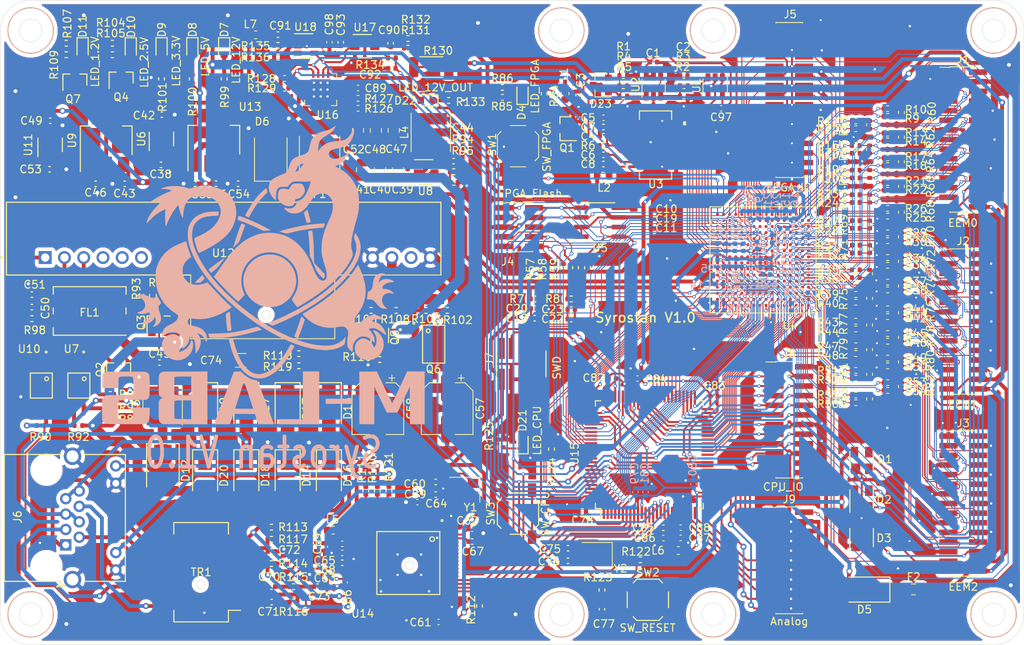
<source format=kicad_pcb>
(kicad_pcb (version 20171130) (host pcbnew "(5.1.10)-1")

  (general
    (thickness 1.6)
    (drawings 29)
    (tracks 4366)
    (zones 0)
    (modules 315)
    (nets 444)
  )

  (page A4)
  (layers
    (0 F.Cu signal)
    (1 In1.Cu power)
    (2 In2.Cu power)
    (31 B.Cu signal)
    (32 B.Adhes user)
    (33 F.Adhes user)
    (34 B.Paste user)
    (35 F.Paste user)
    (36 B.SilkS user)
    (37 F.SilkS user)
    (38 B.Mask user)
    (39 F.Mask user)
    (40 Dwgs.User user)
    (41 Cmts.User user)
    (42 Eco1.User user)
    (43 Eco2.User user)
    (44 Edge.Cuts user)
    (45 Margin user)
    (46 B.CrtYd user)
    (47 F.CrtYd user)
    (48 B.Fab user)
    (49 F.Fab user)
  )

  (setup
    (last_trace_width 0.254)
    (user_trace_width 0.127)
    (user_trace_width 0.254)
    (user_trace_width 0.381)
    (user_trace_width 0.508)
    (user_trace_width 0.762)
    (user_trace_width 1.016)
    (user_trace_width 1.27)
    (trace_clearance 0.0889)
    (zone_clearance 0.508)
    (zone_45_only no)
    (trace_min 0.1143)
    (via_size 0.45)
    (via_drill 0.25)
    (via_min_size 0.45)
    (via_min_drill 0.2)
    (user_via 0.45 0.25)
    (user_via 0.5 0.3)
    (user_via 0.8 0.5)
    (user_via 1.3 1.152)
    (user_via 6 3)
    (uvia_size 0.3)
    (uvia_drill 0.1)
    (uvias_allowed no)
    (uvia_min_size 0.25)
    (uvia_min_drill 0.1)
    (edge_width 0.05)
    (segment_width 0.127)
    (pcb_text_width 0.3)
    (pcb_text_size 1.5 1.5)
    (mod_edge_width 0.1524)
    (mod_text_size 1.016 1.016)
    (mod_text_width 0.1524)
    (pad_size 2.7 2.7)
    (pad_drill 0)
    (pad_to_mask_clearance 0)
    (aux_axis_origin 0 0)
    (grid_origin 83 57)
    (visible_elements 7FFFFFFF)
    (pcbplotparams
      (layerselection 0x010fc_ffffffff)
      (usegerberextensions false)
      (usegerberattributes true)
      (usegerberadvancedattributes true)
      (creategerberjobfile true)
      (excludeedgelayer true)
      (linewidth 0.100000)
      (plotframeref false)
      (viasonmask false)
      (mode 1)
      (useauxorigin false)
      (hpglpennumber 1)
      (hpglpenspeed 20)
      (hpglpendiameter 15.000000)
      (psnegative false)
      (psa4output false)
      (plotreference true)
      (plotvalue true)
      (plotinvisibletext false)
      (padsonsilk false)
      (subtractmaskfromsilk false)
      (outputformat 1)
      (mirror false)
      (drillshape 0)
      (scaleselection 1)
      (outputdirectory "FabricationOutput/"))
  )

  (net 0 "")
  (net 1 GND)
  (net 2 "Net-(C2-Pad1)")
  (net 3 /HighSpeedADC/+5VA)
  (net 4 /FPGA/GNDPLL0)
  (net 5 /FPGA/VCCPLL0)
  (net 6 /FPGA/GNDPLL1)
  (net 7 /FPGA/VCCPLL1)
  (net 8 +12V_OUT)
  (net 9 /CurrentSenser/12V_CURRENT)
  (net 10 +12V)
  (net 11 +3V3)
  (net 12 +2V5)
  (net 13 +1V2)
  (net 14 +5V)
  (net 15 /Ethernet/+3V3A)
  (net 16 "Net-(C44-Pad2)")
  (net 17 /MCU/+3V3A)
  (net 18 +3V3MP)
  (net 19 "Net-(D4-Pad2)")
  (net 20 "Net-(D4-Pad1)")
  (net 21 "Net-(D9-Pad2)")
  (net 22 "Net-(D10-Pad2)")
  (net 23 "Net-(D11-Pad2)")
  (net 24 "Net-(D13-Pad2)")
  (net 25 /Ethernet/POE_VC-)
  (net 26 /Ethernet/POE_VC+)
  (net 27 "Net-(D15-Pad2)")
  (net 28 "Net-(D17-Pad2)")
  (net 29 "Net-(D19-Pad2)")
  (net 30 "Net-(D21-Pad2)")
  (net 31 /FPGA_IO1)
  (net 32 /FPGA_IO3)
  (net 33 /FPGA_IO5)
  (net 34 /FPGA_IO7)
  (net 35 /FPGA_IO9)
  (net 36 /FPGA_IO11)
  (net 37 /FPGA_IO13)
  (net 38 /FPGA_IO15)
  (net 39 /FPGA_IO14)
  (net 40 /FPGA_IO12)
  (net 41 /FPGA_IO10)
  (net 42 /FPGA_IO8)
  (net 43 /FPGA_IO6)
  (net 44 /FPGA_IO4)
  (net 45 /FPGA_IO2)
  (net 46 /FPGA_IO0)
  (net 47 /MCU/CPU_SWCLK)
  (net 48 /MCU/CPU_SWDIO)
  (net 49 /MCU/CPU_UART4_TX)
  (net 50 /MCU/CPU_UART4_RX)
  (net 51 /MCU/CPU_PWM_CH1)
  (net 52 /MCU/CPU_PWM_CH2)
  (net 53 /MCU/CPU_PWM_CH3)
  (net 54 /MCU/CPU_PWM_CH4)
  (net 55 /MCU/CPU_IIC2_SDA)
  (net 56 /MCU/CPU_IIC2_SCL)
  (net 57 /MCU/CPU_UART1_RX)
  (net 58 /MCU/CPU_UART1_TX)
  (net 59 /MCU/CPU_SPI2_MOSI)
  (net 60 /MCU/CPU_SPI2_MISO)
  (net 61 /MCU/CPU_SPI2_SCK)
  (net 62 /MCU/CPU_SPI2_CS)
  (net 63 /MCU/CPU_DAC1)
  (net 64 /MCU/CPU_DAC0)
  (net 65 /MCU/CPU_ADC5)
  (net 66 /MCU/CPU_ADC4)
  (net 67 /MCU/CPU_ADC3)
  (net 68 /MCU/CPU_ADC2)
  (net 69 /MCU/CPU_ADC1)
  (net 70 /MCU/CPU_ADC0)
  (net 71 /CurrentSenser/12V_SW)
  (net 72 "Net-(Q1-Pad1)")
  (net 73 "Net-(Q2-Pad3)")
  (net 74 /MCU/CPU_RESET)
  (net 75 "Net-(Q7-Pad1)")
  (net 76 /MCU/CPU_POE_AT_EVENT)
  (net 77 /MCU/CPU_POE_SRC_STATUS)
  (net 78 /Ethernet/RJ45_LED_G)
  (net 79 /Ethernet/RJ45_LED_Y)
  (net 80 /CurrentSenser/+3V3A)
  (net 81 /EEM0_IIC_SCL)
  (net 82 /EEM0_IIC_SDA)
  (net 83 /EEM1_IIC_SCL)
  (net 84 /EEM1_IIC_SDA)
  (net 85 /EEM2_IIC_SCL)
  (net 86 /EEM2_IIC_SDA)
  (net 87 /EEM0_7_N)
  (net 88 /EEM0_6_P)
  (net 89 /EEM0_5_N)
  (net 90 /EEM0_4_P)
  (net 91 /EEM0_3_N)
  (net 92 /EEM0_2_P)
  (net 93 /EEM0_1_N)
  (net 94 /EEM0_0_P)
  (net 95 /EEM0_7_P)
  (net 96 /EEM0_6_N)
  (net 97 /EEM0_5_P)
  (net 98 /EEM0_4_N)
  (net 99 /EEM0_3_P)
  (net 100 /EEM0_2_N)
  (net 101 /EEM0_1_P)
  (net 102 /EEM0_0_N)
  (net 103 /EEM1_7_N)
  (net 104 /EEM1_6_P)
  (net 105 /EEM1_5_N)
  (net 106 /EEM1_4_P)
  (net 107 /EEM1_3_N)
  (net 108 /EEM1_2_P)
  (net 109 /EEM1_1_N)
  (net 110 /EEM1_0_P)
  (net 111 /EEM1_7_P)
  (net 112 /EEM1_6_N)
  (net 113 /EEM1_5_P)
  (net 114 /EEM1_4_N)
  (net 115 /EEM1_3_P)
  (net 116 /EEM1_2_N)
  (net 117 /EEM1_1_P)
  (net 118 /EEM1_0_N)
  (net 119 /EEM2_7_N)
  (net 120 /EEM2_6_P)
  (net 121 /EEM2_5_N)
  (net 122 /EEM2_4_P)
  (net 123 /EEM2_3_N)
  (net 124 /EEM2_2_P)
  (net 125 /EEM2_1_N)
  (net 126 /EEM2_0_P)
  (net 127 /EEM2_7_P)
  (net 128 /EEM2_6_N)
  (net 129 /EEM2_5_P)
  (net 130 /EEM2_4_N)
  (net 131 /EEM2_3_P)
  (net 132 /EEM2_2_N)
  (net 133 /EEM2_1_P)
  (net 134 /EEM2_0_N)
  (net 135 /CDONE)
  (net 136 /CRESET)
  (net 137 /SPI_CS)
  (net 138 /ENC_INT)
  (net 139 /ADC_D0)
  (net 140 /ADC_D1)
  (net 141 /ADC_D2)
  (net 142 /ADC_D3)
  (net 143 /ADC_D4)
  (net 144 /ADC_D5)
  (net 145 /ADC_D6)
  (net 146 /ADC_D7)
  (net 147 /ADC_CLK)
  (net 148 /FSMC_CLK)
  (net 149 /FSMC_D15)
  (net 150 /FSMC_D9)
  (net 151 /FSMC_D10)
  (net 152 /FSMC_D0)
  (net 153 /FSMC_A7)
  (net 154 /FSMC_NL)
  (net 155 /FSMC_NBL0)
  (net 156 /FSMC_D6)
  (net 157 /FSMC_D7)
  (net 158 /FSMC_D5)
  (net 159 /FSMC_D1)
  (net 160 /FSMC_A3)
  (net 161 /FSMC_A1)
  (net 162 /FSMC_NWAIT)
  (net 163 /FSMC_NOE)
  (net 164 /FSMC_D12)
  (net 165 /FSMC_D8)
  (net 166 /FSMC_D3)
  (net 167 /FSMC_A4)
  (net 168 /FSMC_A6)
  (net 169 /FSMC_A0)
  (net 170 /FSMC_NBL1)
  (net 171 /FSMC_D14)
  (net 172 /FSMC_D11)
  (net 173 /FSMC_D4)
  (net 174 /FSMC_A2)
  (net 175 /FSMC_D13)
  (net 176 /FSMC_D2)
  (net 177 /FSMC_A5)
  (net 178 /FSMC_NE1)
  (net 179 /FSMC_NWE)
  (net 180 /CSBSEL0)
  (net 181 /SPI_MOSI)
  (net 182 /SPI_MISO)
  (net 183 /CSBSEL1)
  (net 184 /SPI_SCK)
  (net 185 /SPI_ENC_CS)
  (net 186 "Net-(C7-Pad2)")
  (net 187 "Net-(D8-Pad2)")
  (net 188 "Net-(D10-Pad1)")
  (net 189 "Net-(D11-Pad1)")
  (net 190 "Net-(D21-Pad1)")
  (net 191 "Net-(D22-Pad1)")
  (net 192 "Net-(Q3-Pad1)")
  (net 193 "Net-(Q4-Pad1)")
  (net 194 "Net-(Q5-Pad6)")
  (net 195 "Net-(Q5-Pad2)")
  (net 196 "Net-(Q5-Pad3)")
  (net 197 "Net-(D22-Pad2)")
  (net 198 HSADC_IN)
  (net 199 "Net-(J6-Pad12)")
  (net 200 "Net-(J6-Pad10)")
  (net 201 "Net-(J6-Pad6)")
  (net 202 "Net-(J6-Pad2)")
  (net 203 "Net-(J6-Pad3)")
  (net 204 "Net-(J6-Pad1)")
  (net 205 "Net-(SW3-Pad2)")
  (net 206 /FPGA/LVDS0_0_P)
  (net 207 /FPGA/LVDS0_0_N)
  (net 208 /FPGA/LVDS0_1_P)
  (net 209 /FPGA/LVDS0_1_N)
  (net 210 /FPGA/LVDS0_2_P)
  (net 211 /FPGA/LVDS0_2_N)
  (net 212 /FPGA/LVDS0_3_P)
  (net 213 /FPGA/LVDS0_3_N)
  (net 214 /FPGA/LVDS0_4_P)
  (net 215 /FPGA/LVDS0_4_N)
  (net 216 /FPGA/LVDS0_5_P)
  (net 217 /FPGA/LVDS0_5_N)
  (net 218 /FPGA/LVDS0_6_P)
  (net 219 /FPGA/LVDS0_6_N)
  (net 220 /FPGA/LVDS0_7_P)
  (net 221 /FPGA/LVDS0_7_N)
  (net 222 /FPGA/LVDS1_0_P)
  (net 223 /FPGA/LVDS1_0_N)
  (net 224 /FPGA/LVDS1_1_P)
  (net 225 /FPGA/LVDS1_1_N)
  (net 226 /FPGA/LVDS1_2_P)
  (net 227 /FPGA/LVDS1_2_N)
  (net 228 /FPGA/LVDS1_3_P)
  (net 229 /FPGA/LVDS1_3_N)
  (net 230 /FPGA/LVDS1_4_P)
  (net 231 /FPGA/LVDS1_4_N)
  (net 232 /FPGA/LVDS1_5_P)
  (net 233 /FPGA/LVDS1_5_N)
  (net 234 /FPGA/LVDS1_6_P)
  (net 235 /FPGA/LVDS1_6_N)
  (net 236 /FPGA/LVDS1_7_P)
  (net 237 /FPGA/LVDS1_7_N)
  (net 238 /FPGA/LVDS2_0_P)
  (net 239 /FPGA/LVDS2_0_N)
  (net 240 /FPGA/LVDS2_1_P)
  (net 241 /FPGA/LVDS2_1_N)
  (net 242 /FPGA/LVDS2_2_P)
  (net 243 /FPGA/LVDS2_2_N)
  (net 244 /FPGA/LVDS2_3_P)
  (net 245 /FPGA/LVDS2_3_N)
  (net 246 /FPGA/LVDS2_4_P)
  (net 247 /FPGA/LVDS2_4_N)
  (net 248 /FPGA/LVDS2_5_P)
  (net 249 /FPGA/LVDS2_5_N)
  (net 250 /FPGA/LVDS2_6_P)
  (net 251 /FPGA/LVDS2_6_N)
  (net 252 /FPGA/LVDS2_7_P)
  (net 253 /FPGA/LVDS2_7_N)
  (net 254 /FPGA/FPGA_LED)
  (net 255 /FPGA/FPGA_KEY)
  (net 256 /IIC_SCL)
  (net 257 /IIC_SDA)
  (net 258 "Net-(R135-Pad2)")
  (net 259 +6V)
  (net 260 "Net-(R126-Pad1)")
  (net 261 /CurrentSenser/12V_OUT_FAULT)
  (net 262 "Net-(C4-Pad1)")
  (net 263 "Net-(C5-Pad1)")
  (net 264 "Net-(C8-Pad2)")
  (net 265 "Net-(C44-Pad1)")
  (net 266 "Net-(C45-Pad2)")
  (net 267 "Net-(C45-Pad1)")
  (net 268 "Net-(C47-Pad1)")
  (net 269 "Net-(C50-Pad2)")
  (net 270 "Net-(C51-Pad1)")
  (net 271 "Net-(C57-Pad1)")
  (net 272 "Net-(C59-Pad1)")
  (net 273 "Net-(C60-Pad1)")
  (net 274 "Net-(C67-Pad2)")
  (net 275 "Net-(C70-Pad2)")
  (net 276 "Net-(C70-Pad1)")
  (net 277 "Net-(C71-Pad2)")
  (net 278 "Net-(C71-Pad1)")
  (net 279 "Net-(C72-Pad1)")
  (net 280 "Net-(C73-Pad1)")
  (net 281 "Net-(C74-Pad1)")
  (net 282 "Net-(C75-Pad1)")
  (net 283 "Net-(C76-Pad1)")
  (net 284 "Net-(C77-Pad2)")
  (net 285 "Net-(C89-Pad1)")
  (net 286 "Net-(C90-Pad2)")
  (net 287 "Net-(C90-Pad1)")
  (net 288 "Net-(D7-Pad2)")
  (net 289 "Net-(R2-Pad1)")
  (net 290 "Net-(R3-Pad1)")
  (net 291 "Net-(R5-Pad2)")
  (net 292 "Net-(R87-Pad2)")
  (net 293 "Net-(R89-Pad1)")
  (net 294 "Net-(R94-Pad1)")
  (net 295 "Net-(R98-Pad2)")
  (net 296 "Net-(R111-Pad1)")
  (net 297 "Net-(R113-Pad1)")
  (net 298 "Net-(R114-Pad2)")
  (net 299 "Net-(R124-Pad1)")
  (net 300 "Net-(R127-Pad1)")
  (net 301 "Net-(R134-Pad2)")
  (net 302 "Net-(U10-Pad2)")
  (net 303 /MCU/CPU_ADC7)
  (net 304 /MCU/CPU_ADC6)
  (net 305 /CurrentSenser/12V_CURRENT_REF)
  (net 306 "Net-(D5-Pad1)")
  (net 307 "Net-(D23-Pad1)")
  (net 308 "Net-(J7-Pad06)")
  (net 309 "Net-(J7-Pad07)")
  (net 310 "Net-(J7-Pad08)")
  (net 311 "Net-(J7-Pad09)")
  (net 312 "Net-(J7-Pad10)")
  (net 313 "Net-(U4-PadT7)")
  (net 314 "Net-(U4-PadT6)")
  (net 315 "Net-(U4-PadR16)")
  (net 316 "Net-(U4-PadR15)")
  (net 317 "Net-(U4-PadR14)")
  (net 318 "Net-(U4-PadR4)")
  (net 319 "Net-(U4-PadP14)")
  (net 320 "Net-(U4-PadP10)")
  (net 321 "Net-(U4-PadP9)")
  (net 322 "Net-(U4-PadP8)")
  (net 323 "Net-(U4-PadP7)")
  (net 324 "Net-(U4-PadP6)")
  (net 325 "Net-(U4-PadP5)")
  (net 326 "Net-(U4-PadP4)")
  (net 327 "Net-(U4-PadN12)")
  (net 328 "Net-(U4-PadN10)")
  (net 329 "Net-(U4-PadN9)")
  (net 330 "Net-(U4-PadN7)")
  (net 331 "Net-(U4-PadN6)")
  (net 332 "Net-(U4-PadN5)")
  (net 333 "Net-(U4-PadN3)")
  (net 334 "Net-(U4-PadM14)")
  (net 335 "Net-(U4-PadM13)")
  (net 336 "Net-(U4-PadM12)")
  (net 337 "Net-(U4-PadM11)")
  (net 338 "Net-(U4-PadM9)")
  (net 339 "Net-(U4-PadM8)")
  (net 340 "Net-(U4-PadM7)")
  (net 341 "Net-(U4-PadM6)")
  (net 342 "Net-(U4-PadM3)")
  (net 343 "Net-(U4-PadL14)")
  (net 344 "Net-(U4-PadL13)")
  (net 345 "Net-(U4-PadL12)")
  (net 346 "Net-(U4-PadL11)")
  (net 347 "Net-(U4-PadL10)")
  (net 348 "Net-(U4-PadL9)")
  (net 349 "Net-(U4-PadL5)")
  (net 350 "Net-(U4-PadK14)")
  (net 351 "Net-(U4-PadK13)")
  (net 352 "Net-(U4-PadK12)")
  (net 353 "Net-(U4-PadK9)")
  (net 354 "Net-(U4-PadJ16)")
  (net 355 "Net-(U4-PadJ14)")
  (net 356 "Net-(U4-PadJ13)")
  (net 357 "Net-(U4-PadJ12)")
  (net 358 "Net-(U4-PadJ11)")
  (net 359 "Net-(U4-PadJ10)")
  (net 360 "Net-(U4-PadH16)")
  (net 361 "Net-(U4-PadH14)")
  (net 362 "Net-(U4-PadH13)")
  (net 363 "Net-(U4-PadH12)")
  (net 364 "Net-(U4-PadH11)")
  (net 365 "Net-(U4-PadG15)")
  (net 366 "Net-(U4-PadG13)")
  (net 367 "Net-(U4-PadG12)")
  (net 368 "Net-(U4-PadG11)")
  (net 369 "Net-(U4-PadG10)")
  (net 370 "Net-(U4-PadF15)")
  (net 371 "Net-(U4-PadF12)")
  (net 372 "Net-(U4-PadF9)")
  (net 373 "Net-(U4-PadF7)")
  (net 374 "Net-(U4-PadE16)")
  (net 375 "Net-(U4-PadE14)")
  (net 376 "Net-(U4-PadE13)")
  (net 377 "Net-(U4-PadE11)")
  (net 378 "Net-(U4-PadE10)")
  (net 379 "Net-(U4-PadE9)")
  (net 380 "Net-(U4-PadE6)")
  (net 381 "Net-(U4-PadE5)")
  (net 382 "Net-(U4-PadD16)")
  (net 383 "Net-(U4-PadD14)")
  (net 384 "Net-(U4-PadD13)")
  (net 385 "Net-(U4-PadD12)")
  (net 386 "Net-(U4-PadD11)")
  (net 387 "Net-(U4-PadD10)")
  (net 388 "Net-(U4-PadD9)")
  (net 389 "Net-(U4-PadD8)")
  (net 390 "Net-(U4-PadD7)")
  (net 391 "Net-(U4-PadD6)")
  (net 392 "Net-(U4-PadD5)")
  (net 393 "Net-(U4-PadD4)")
  (net 394 "Net-(U4-PadD3)")
  (net 395 "Net-(U4-PadC6)")
  (net 396 "Net-(U4-PadC5)")
  (net 397 "Net-(U4-PadC4)")
  (net 398 "Net-(U4-PadB16)")
  (net 399 "Net-(U6-Pad4)")
  (net 400 "Net-(U11-Pad4)")
  (net 401 "Net-(U12-Pad4)")
  (net 402 "Net-(U12-Pad5)")
  (net 403 "Net-(U12-Pad9)")
  (net 404 "Net-(U12-Pad6)")
  (net 405 "Net-(U13-Pad2)")
  (net 406 "Net-(U14-Pad61)")
  (net 407 "Net-(U14-Pad60)")
  (net 408 "Net-(U14-Pad59)")
  (net 409 "Net-(U14-Pad58)")
  (net 410 "Net-(U14-Pad57)")
  (net 411 "Net-(U14-Pad56)")
  (net 412 "Net-(U14-Pad55)")
  (net 413 "Net-(U14-Pad54)")
  (net 414 "Net-(U14-Pad53)")
  (net 415 "Net-(U14-Pad48)")
  (net 416 "Net-(U14-Pad45)")
  (net 417 "Net-(U14-Pad44)")
  (net 418 "Net-(U14-Pad43)")
  (net 419 "Net-(U14-Pad42)")
  (net 420 "Net-(U14-Pad41)")
  (net 421 "Net-(U14-Pad40)")
  (net 422 "Net-(U14-Pad39)")
  (net 423 "Net-(U14-Pad38)")
  (net 424 "Net-(U14-Pad37)")
  (net 425 "Net-(U14-Pad36)")
  (net 426 "Net-(U14-Pad35)")
  (net 427 "Net-(U14-Pad33)")
  (net 428 "Net-(U14-Pad20)")
  (net 429 "Net-(U14-Pad19)")
  (net 430 "Net-(U14-Pad13)")
  (net 431 "Net-(U14-Pad12)")
  (net 432 "Net-(U14-Pad11)")
  (net 433 "Net-(U14-Pad10)")
  (net 434 "Net-(U14-Pad9)")
  (net 435 "Net-(U14-Pad8)")
  (net 436 "Net-(U14-Pad7)")
  (net 437 "Net-(U14-Pad6)")
  (net 438 "Net-(U14-Pad5)")
  (net 439 "Net-(U15-Pad18)")
  (net 440 "Net-(U15-Pad73)")
  (net 441 "Net-(U15-Pad83)")
  (net 442 "Net-(U16-Pad6)")
  (net 443 "Net-(U17-Pad6)")

  (net_class Default "This is the default net class."
    (clearance 0.0889)
    (trace_width 0.254)
    (via_dia 0.45)
    (via_drill 0.25)
    (uvia_dia 0.3)
    (uvia_drill 0.1)
    (diff_pair_width 0.127)
    (diff_pair_gap 0.1016)
    (add_net +12V)
    (add_net +12V_OUT)
    (add_net +1V2)
    (add_net +2V5)
    (add_net +3V3)
    (add_net +3V3MP)
    (add_net +5V)
    (add_net +6V)
    (add_net /ADC_CLK)
    (add_net /ADC_D0)
    (add_net /ADC_D1)
    (add_net /ADC_D2)
    (add_net /ADC_D3)
    (add_net /ADC_D4)
    (add_net /ADC_D5)
    (add_net /ADC_D6)
    (add_net /ADC_D7)
    (add_net /CDONE)
    (add_net /CRESET)
    (add_net /CSBSEL0)
    (add_net /CSBSEL1)
    (add_net /CurrentSenser/+3V3A)
    (add_net /CurrentSenser/12V_CURRENT)
    (add_net /CurrentSenser/12V_CURRENT_REF)
    (add_net /CurrentSenser/12V_OUT_FAULT)
    (add_net /CurrentSenser/12V_SW)
    (add_net /ENC_INT)
    (add_net /Ethernet/+3V3A)
    (add_net /Ethernet/POE_VC+)
    (add_net /Ethernet/POE_VC-)
    (add_net /Ethernet/RJ45_LED_G)
    (add_net /Ethernet/RJ45_LED_Y)
    (add_net /FPGA/FPGA_KEY)
    (add_net /FPGA/FPGA_LED)
    (add_net /FPGA/GNDPLL0)
    (add_net /FPGA/GNDPLL1)
    (add_net /FPGA/VCCPLL0)
    (add_net /FPGA/VCCPLL1)
    (add_net /FPGA_IO0)
    (add_net /FPGA_IO1)
    (add_net /FPGA_IO10)
    (add_net /FPGA_IO11)
    (add_net /FPGA_IO12)
    (add_net /FPGA_IO13)
    (add_net /FPGA_IO14)
    (add_net /FPGA_IO15)
    (add_net /FPGA_IO2)
    (add_net /FPGA_IO3)
    (add_net /FPGA_IO4)
    (add_net /FPGA_IO5)
    (add_net /FPGA_IO6)
    (add_net /FPGA_IO7)
    (add_net /FPGA_IO8)
    (add_net /FPGA_IO9)
    (add_net /FSMC_A0)
    (add_net /FSMC_A1)
    (add_net /FSMC_A2)
    (add_net /FSMC_A3)
    (add_net /FSMC_A4)
    (add_net /FSMC_A5)
    (add_net /FSMC_A6)
    (add_net /FSMC_A7)
    (add_net /FSMC_CLK)
    (add_net /FSMC_D0)
    (add_net /FSMC_D1)
    (add_net /FSMC_D10)
    (add_net /FSMC_D11)
    (add_net /FSMC_D12)
    (add_net /FSMC_D13)
    (add_net /FSMC_D14)
    (add_net /FSMC_D15)
    (add_net /FSMC_D2)
    (add_net /FSMC_D3)
    (add_net /FSMC_D4)
    (add_net /FSMC_D5)
    (add_net /FSMC_D6)
    (add_net /FSMC_D7)
    (add_net /FSMC_D8)
    (add_net /FSMC_D9)
    (add_net /FSMC_NBL0)
    (add_net /FSMC_NBL1)
    (add_net /FSMC_NE1)
    (add_net /FSMC_NL)
    (add_net /FSMC_NOE)
    (add_net /FSMC_NWAIT)
    (add_net /FSMC_NWE)
    (add_net /HighSpeedADC/+5VA)
    (add_net /IIC_SCL)
    (add_net /IIC_SDA)
    (add_net /MCU/+3V3A)
    (add_net /MCU/CPU_ADC0)
    (add_net /MCU/CPU_ADC1)
    (add_net /MCU/CPU_ADC2)
    (add_net /MCU/CPU_ADC3)
    (add_net /MCU/CPU_ADC4)
    (add_net /MCU/CPU_ADC5)
    (add_net /MCU/CPU_ADC6)
    (add_net /MCU/CPU_ADC7)
    (add_net /MCU/CPU_DAC0)
    (add_net /MCU/CPU_DAC1)
    (add_net /MCU/CPU_IIC2_SCL)
    (add_net /MCU/CPU_IIC2_SDA)
    (add_net /MCU/CPU_POE_AT_EVENT)
    (add_net /MCU/CPU_POE_SRC_STATUS)
    (add_net /MCU/CPU_PWM_CH1)
    (add_net /MCU/CPU_PWM_CH2)
    (add_net /MCU/CPU_PWM_CH3)
    (add_net /MCU/CPU_PWM_CH4)
    (add_net /MCU/CPU_RESET)
    (add_net /MCU/CPU_SPI2_CS)
    (add_net /MCU/CPU_SPI2_MISO)
    (add_net /MCU/CPU_SPI2_MOSI)
    (add_net /MCU/CPU_SPI2_SCK)
    (add_net /MCU/CPU_SWCLK)
    (add_net /MCU/CPU_SWDIO)
    (add_net /MCU/CPU_UART1_RX)
    (add_net /MCU/CPU_UART1_TX)
    (add_net /MCU/CPU_UART4_RX)
    (add_net /MCU/CPU_UART4_TX)
    (add_net /SPI_CS)
    (add_net /SPI_ENC_CS)
    (add_net /SPI_MISO)
    (add_net /SPI_MOSI)
    (add_net /SPI_SCK)
    (add_net GND)
    (add_net HSADC_IN)
    (add_net "Net-(C2-Pad1)")
    (add_net "Net-(C4-Pad1)")
    (add_net "Net-(C44-Pad1)")
    (add_net "Net-(C44-Pad2)")
    (add_net "Net-(C45-Pad1)")
    (add_net "Net-(C45-Pad2)")
    (add_net "Net-(C47-Pad1)")
    (add_net "Net-(C5-Pad1)")
    (add_net "Net-(C50-Pad2)")
    (add_net "Net-(C51-Pad1)")
    (add_net "Net-(C57-Pad1)")
    (add_net "Net-(C59-Pad1)")
    (add_net "Net-(C60-Pad1)")
    (add_net "Net-(C67-Pad2)")
    (add_net "Net-(C7-Pad2)")
    (add_net "Net-(C70-Pad1)")
    (add_net "Net-(C70-Pad2)")
    (add_net "Net-(C71-Pad1)")
    (add_net "Net-(C71-Pad2)")
    (add_net "Net-(C72-Pad1)")
    (add_net "Net-(C73-Pad1)")
    (add_net "Net-(C74-Pad1)")
    (add_net "Net-(C75-Pad1)")
    (add_net "Net-(C76-Pad1)")
    (add_net "Net-(C77-Pad2)")
    (add_net "Net-(C8-Pad2)")
    (add_net "Net-(C89-Pad1)")
    (add_net "Net-(C90-Pad1)")
    (add_net "Net-(C90-Pad2)")
    (add_net "Net-(D10-Pad1)")
    (add_net "Net-(D10-Pad2)")
    (add_net "Net-(D11-Pad1)")
    (add_net "Net-(D11-Pad2)")
    (add_net "Net-(D13-Pad2)")
    (add_net "Net-(D15-Pad2)")
    (add_net "Net-(D17-Pad2)")
    (add_net "Net-(D19-Pad2)")
    (add_net "Net-(D21-Pad1)")
    (add_net "Net-(D21-Pad2)")
    (add_net "Net-(D22-Pad1)")
    (add_net "Net-(D22-Pad2)")
    (add_net "Net-(D23-Pad1)")
    (add_net "Net-(D4-Pad1)")
    (add_net "Net-(D4-Pad2)")
    (add_net "Net-(D5-Pad1)")
    (add_net "Net-(D7-Pad2)")
    (add_net "Net-(D8-Pad2)")
    (add_net "Net-(D9-Pad2)")
    (add_net "Net-(J6-Pad1)")
    (add_net "Net-(J6-Pad10)")
    (add_net "Net-(J6-Pad12)")
    (add_net "Net-(J6-Pad2)")
    (add_net "Net-(J6-Pad3)")
    (add_net "Net-(J6-Pad6)")
    (add_net "Net-(J7-Pad06)")
    (add_net "Net-(J7-Pad07)")
    (add_net "Net-(J7-Pad08)")
    (add_net "Net-(J7-Pad09)")
    (add_net "Net-(J7-Pad10)")
    (add_net "Net-(Q1-Pad1)")
    (add_net "Net-(Q2-Pad3)")
    (add_net "Net-(Q3-Pad1)")
    (add_net "Net-(Q4-Pad1)")
    (add_net "Net-(Q5-Pad2)")
    (add_net "Net-(Q5-Pad3)")
    (add_net "Net-(Q5-Pad6)")
    (add_net "Net-(Q7-Pad1)")
    (add_net "Net-(R111-Pad1)")
    (add_net "Net-(R113-Pad1)")
    (add_net "Net-(R114-Pad2)")
    (add_net "Net-(R124-Pad1)")
    (add_net "Net-(R126-Pad1)")
    (add_net "Net-(R127-Pad1)")
    (add_net "Net-(R134-Pad2)")
    (add_net "Net-(R135-Pad2)")
    (add_net "Net-(R2-Pad1)")
    (add_net "Net-(R3-Pad1)")
    (add_net "Net-(R5-Pad2)")
    (add_net "Net-(R87-Pad2)")
    (add_net "Net-(R89-Pad1)")
    (add_net "Net-(R94-Pad1)")
    (add_net "Net-(R98-Pad2)")
    (add_net "Net-(SW3-Pad2)")
    (add_net "Net-(U10-Pad2)")
    (add_net "Net-(U11-Pad4)")
    (add_net "Net-(U12-Pad4)")
    (add_net "Net-(U12-Pad5)")
    (add_net "Net-(U12-Pad6)")
    (add_net "Net-(U12-Pad9)")
    (add_net "Net-(U13-Pad2)")
    (add_net "Net-(U14-Pad10)")
    (add_net "Net-(U14-Pad11)")
    (add_net "Net-(U14-Pad12)")
    (add_net "Net-(U14-Pad13)")
    (add_net "Net-(U14-Pad19)")
    (add_net "Net-(U14-Pad20)")
    (add_net "Net-(U14-Pad33)")
    (add_net "Net-(U14-Pad35)")
    (add_net "Net-(U14-Pad36)")
    (add_net "Net-(U14-Pad37)")
    (add_net "Net-(U14-Pad38)")
    (add_net "Net-(U14-Pad39)")
    (add_net "Net-(U14-Pad40)")
    (add_net "Net-(U14-Pad41)")
    (add_net "Net-(U14-Pad42)")
    (add_net "Net-(U14-Pad43)")
    (add_net "Net-(U14-Pad44)")
    (add_net "Net-(U14-Pad45)")
    (add_net "Net-(U14-Pad48)")
    (add_net "Net-(U14-Pad5)")
    (add_net "Net-(U14-Pad53)")
    (add_net "Net-(U14-Pad54)")
    (add_net "Net-(U14-Pad55)")
    (add_net "Net-(U14-Pad56)")
    (add_net "Net-(U14-Pad57)")
    (add_net "Net-(U14-Pad58)")
    (add_net "Net-(U14-Pad59)")
    (add_net "Net-(U14-Pad6)")
    (add_net "Net-(U14-Pad60)")
    (add_net "Net-(U14-Pad61)")
    (add_net "Net-(U14-Pad7)")
    (add_net "Net-(U14-Pad8)")
    (add_net "Net-(U14-Pad9)")
    (add_net "Net-(U15-Pad18)")
    (add_net "Net-(U15-Pad73)")
    (add_net "Net-(U15-Pad83)")
    (add_net "Net-(U16-Pad6)")
    (add_net "Net-(U17-Pad6)")
    (add_net "Net-(U4-PadB16)")
    (add_net "Net-(U4-PadC4)")
    (add_net "Net-(U4-PadC5)")
    (add_net "Net-(U4-PadC6)")
    (add_net "Net-(U4-PadD10)")
    (add_net "Net-(U4-PadD11)")
    (add_net "Net-(U4-PadD12)")
    (add_net "Net-(U4-PadD13)")
    (add_net "Net-(U4-PadD14)")
    (add_net "Net-(U4-PadD16)")
    (add_net "Net-(U4-PadD3)")
    (add_net "Net-(U4-PadD4)")
    (add_net "Net-(U4-PadD5)")
    (add_net "Net-(U4-PadD6)")
    (add_net "Net-(U4-PadD7)")
    (add_net "Net-(U4-PadD8)")
    (add_net "Net-(U4-PadD9)")
    (add_net "Net-(U4-PadE10)")
    (add_net "Net-(U4-PadE11)")
    (add_net "Net-(U4-PadE13)")
    (add_net "Net-(U4-PadE14)")
    (add_net "Net-(U4-PadE16)")
    (add_net "Net-(U4-PadE5)")
    (add_net "Net-(U4-PadE6)")
    (add_net "Net-(U4-PadE9)")
    (add_net "Net-(U4-PadF12)")
    (add_net "Net-(U4-PadF15)")
    (add_net "Net-(U4-PadF7)")
    (add_net "Net-(U4-PadF9)")
    (add_net "Net-(U4-PadG10)")
    (add_net "Net-(U4-PadG11)")
    (add_net "Net-(U4-PadG12)")
    (add_net "Net-(U4-PadG13)")
    (add_net "Net-(U4-PadG15)")
    (add_net "Net-(U4-PadH11)")
    (add_net "Net-(U4-PadH12)")
    (add_net "Net-(U4-PadH13)")
    (add_net "Net-(U4-PadH14)")
    (add_net "Net-(U4-PadH16)")
    (add_net "Net-(U4-PadJ10)")
    (add_net "Net-(U4-PadJ11)")
    (add_net "Net-(U4-PadJ12)")
    (add_net "Net-(U4-PadJ13)")
    (add_net "Net-(U4-PadJ14)")
    (add_net "Net-(U4-PadJ16)")
    (add_net "Net-(U4-PadK12)")
    (add_net "Net-(U4-PadK13)")
    (add_net "Net-(U4-PadK14)")
    (add_net "Net-(U4-PadK9)")
    (add_net "Net-(U4-PadL10)")
    (add_net "Net-(U4-PadL11)")
    (add_net "Net-(U4-PadL12)")
    (add_net "Net-(U4-PadL13)")
    (add_net "Net-(U4-PadL14)")
    (add_net "Net-(U4-PadL5)")
    (add_net "Net-(U4-PadL9)")
    (add_net "Net-(U4-PadM11)")
    (add_net "Net-(U4-PadM12)")
    (add_net "Net-(U4-PadM13)")
    (add_net "Net-(U4-PadM14)")
    (add_net "Net-(U4-PadM3)")
    (add_net "Net-(U4-PadM6)")
    (add_net "Net-(U4-PadM7)")
    (add_net "Net-(U4-PadM8)")
    (add_net "Net-(U4-PadM9)")
    (add_net "Net-(U4-PadN10)")
    (add_net "Net-(U4-PadN12)")
    (add_net "Net-(U4-PadN3)")
    (add_net "Net-(U4-PadN5)")
    (add_net "Net-(U4-PadN6)")
    (add_net "Net-(U4-PadN7)")
    (add_net "Net-(U4-PadN9)")
    (add_net "Net-(U4-PadP10)")
    (add_net "Net-(U4-PadP14)")
    (add_net "Net-(U4-PadP4)")
    (add_net "Net-(U4-PadP5)")
    (add_net "Net-(U4-PadP6)")
    (add_net "Net-(U4-PadP7)")
    (add_net "Net-(U4-PadP8)")
    (add_net "Net-(U4-PadP9)")
    (add_net "Net-(U4-PadR14)")
    (add_net "Net-(U4-PadR15)")
    (add_net "Net-(U4-PadR16)")
    (add_net "Net-(U4-PadR4)")
    (add_net "Net-(U4-PadT6)")
    (add_net "Net-(U4-PadT7)")
    (add_net "Net-(U6-Pad4)")
  )

  (net_class Diff_In ""
    (clearance 0.0889)
    (trace_width 0.1524)
    (via_dia 0.8)
    (via_drill 0.4)
    (uvia_dia 0.3)
    (uvia_drill 0.1)
    (diff_pair_width 0.1143)
    (diff_pair_gap 0.1524)
  )

  (net_class Diff_Out ""
    (clearance 0.0889)
    (trace_width 0.127)
    (via_dia 0.8)
    (via_drill 0.4)
    (uvia_dia 0.3)
    (uvia_drill 0.1)
    (diff_pair_width 0.127)
    (diff_pair_gap 0.127)
    (add_net /EEM0_0_N)
    (add_net /EEM0_0_P)
    (add_net /EEM0_1_N)
    (add_net /EEM0_1_P)
    (add_net /EEM0_2_N)
    (add_net /EEM0_2_P)
    (add_net /EEM0_3_N)
    (add_net /EEM0_3_P)
    (add_net /EEM0_4_N)
    (add_net /EEM0_4_P)
    (add_net /EEM0_5_N)
    (add_net /EEM0_5_P)
    (add_net /EEM0_6_N)
    (add_net /EEM0_6_P)
    (add_net /EEM0_7_N)
    (add_net /EEM0_7_P)
    (add_net /EEM0_IIC_SCL)
    (add_net /EEM0_IIC_SDA)
    (add_net /EEM1_0_N)
    (add_net /EEM1_0_P)
    (add_net /EEM1_1_N)
    (add_net /EEM1_1_P)
    (add_net /EEM1_2_N)
    (add_net /EEM1_2_P)
    (add_net /EEM1_3_N)
    (add_net /EEM1_3_P)
    (add_net /EEM1_4_N)
    (add_net /EEM1_4_P)
    (add_net /EEM1_5_N)
    (add_net /EEM1_5_P)
    (add_net /EEM1_6_N)
    (add_net /EEM1_6_P)
    (add_net /EEM1_7_N)
    (add_net /EEM1_7_P)
    (add_net /EEM1_IIC_SCL)
    (add_net /EEM1_IIC_SDA)
    (add_net /EEM2_0_N)
    (add_net /EEM2_0_P)
    (add_net /EEM2_1_N)
    (add_net /EEM2_1_P)
    (add_net /EEM2_2_N)
    (add_net /EEM2_2_P)
    (add_net /EEM2_3_N)
    (add_net /EEM2_3_P)
    (add_net /EEM2_4_N)
    (add_net /EEM2_4_P)
    (add_net /EEM2_5_N)
    (add_net /EEM2_5_P)
    (add_net /EEM2_6_N)
    (add_net /EEM2_6_P)
    (add_net /EEM2_7_N)
    (add_net /EEM2_7_P)
    (add_net /EEM2_IIC_SCL)
    (add_net /EEM2_IIC_SDA)
    (add_net /FPGA/LVDS0_0_N)
    (add_net /FPGA/LVDS0_0_P)
    (add_net /FPGA/LVDS0_1_N)
    (add_net /FPGA/LVDS0_1_P)
    (add_net /FPGA/LVDS0_2_N)
    (add_net /FPGA/LVDS0_2_P)
    (add_net /FPGA/LVDS0_3_N)
    (add_net /FPGA/LVDS0_3_P)
    (add_net /FPGA/LVDS0_4_N)
    (add_net /FPGA/LVDS0_4_P)
    (add_net /FPGA/LVDS0_5_N)
    (add_net /FPGA/LVDS0_5_P)
    (add_net /FPGA/LVDS0_6_N)
    (add_net /FPGA/LVDS0_6_P)
    (add_net /FPGA/LVDS0_7_N)
    (add_net /FPGA/LVDS0_7_P)
    (add_net /FPGA/LVDS1_0_N)
    (add_net /FPGA/LVDS1_0_P)
    (add_net /FPGA/LVDS1_1_N)
    (add_net /FPGA/LVDS1_1_P)
    (add_net /FPGA/LVDS1_2_N)
    (add_net /FPGA/LVDS1_2_P)
    (add_net /FPGA/LVDS1_3_N)
    (add_net /FPGA/LVDS1_3_P)
    (add_net /FPGA/LVDS1_4_N)
    (add_net /FPGA/LVDS1_4_P)
    (add_net /FPGA/LVDS1_5_N)
    (add_net /FPGA/LVDS1_5_P)
    (add_net /FPGA/LVDS1_6_N)
    (add_net /FPGA/LVDS1_6_P)
    (add_net /FPGA/LVDS1_7_N)
    (add_net /FPGA/LVDS1_7_P)
    (add_net /FPGA/LVDS2_0_N)
    (add_net /FPGA/LVDS2_0_P)
    (add_net /FPGA/LVDS2_1_N)
    (add_net /FPGA/LVDS2_1_P)
    (add_net /FPGA/LVDS2_2_N)
    (add_net /FPGA/LVDS2_2_P)
    (add_net /FPGA/LVDS2_3_N)
    (add_net /FPGA/LVDS2_3_P)
    (add_net /FPGA/LVDS2_4_N)
    (add_net /FPGA/LVDS2_4_P)
    (add_net /FPGA/LVDS2_5_N)
    (add_net /FPGA/LVDS2_5_P)
    (add_net /FPGA/LVDS2_6_N)
    (add_net /FPGA/LVDS2_6_P)
    (add_net /FPGA/LVDS2_7_N)
    (add_net /FPGA/LVDS2_7_P)
  )

  (module TestAutomation:logo (layer B.Cu) (tedit 0) (tstamp 60EDE59C)
    (at 113.73 89.42 180)
    (attr smd)
    (fp_text reference G*** (at 0 0) (layer B.SilkS) hide
      (effects (font (size 1.524 1.524) (thickness 0.3)) (justify mirror))
    )
    (fp_text value LOGO (at 0.75 0) (layer B.SilkS) hide
      (effects (font (size 1.524 1.524) (thickness 0.3)) (justify mirror))
    )
    (fp_poly (pts (xy -13.770847 -12.559368) (xy -12.6238 -12.573) (xy -12.6238 -19.4818) (xy -13.601217 -19.495595)
      (xy -14.578633 -19.50939) (xy -14.591817 -17.034246) (xy -14.605 -14.559102) (xy -15.421605 -16.258451)
      (xy -16.238209 -17.9578) (xy -17.646082 -17.9578) (xy -19.2786 -14.52137) (xy -19.304958 -19.5072)
      (xy -21.2344 -19.5072) (xy -21.2344 -12.5476) (xy -18.923 -12.548294) (xy -17.963722 -14.618047)
      (xy -17.764652 -15.046767) (xy -17.577998 -15.44722) (xy -17.408219 -15.80995) (xy -17.259771 -16.125504)
      (xy -17.137114 -16.384427) (xy -17.044706 -16.577264) (xy -16.987005 -16.69456) (xy -16.969055 -16.727427)
      (xy -16.940721 -16.691244) (xy -16.873492 -16.572024) (xy -16.771823 -16.378617) (xy -16.640173 -16.119871)
      (xy -16.483 -15.804636) (xy -16.30476 -15.441759) (xy -16.109912 -15.040091) (xy -15.92578 -14.656395)
      (xy -14.917893 -12.545736) (xy -13.770847 -12.559368)) (layer B.SilkS) (width 0.01))
    (fp_poly (pts (xy -5.1816 -18.8468) (xy -1.9304 -18.8468) (xy -1.9304 -19.5072) (xy -7.3152 -19.5072)
      (xy -7.3152 -12.5476) (xy -5.1816 -12.5476) (xy -5.1816 -18.8468)) (layer B.SilkS) (width 0.01))
    (fp_poly (pts (xy 3.474217 -12.558189) (xy 3.918623 -12.573) (xy 5.235905 -16.0274) (xy 5.450765 -16.591012)
      (xy 5.654731 -17.126377) (xy 5.84496 -17.626012) (xy 6.018607 -18.082432) (xy 6.17283 -18.488152)
      (xy 6.304784 -18.835687) (xy 6.411626 -19.117554) (xy 6.490512 -19.326267) (xy 6.538598 -19.454342)
      (xy 6.553193 -19.4945) (xy 6.504881 -19.498289) (xy 6.369885 -19.501628) (xy 6.16312 -19.504337)
      (xy 5.899501 -19.506236) (xy 5.593944 -19.507146) (xy 5.496992 -19.5072) (xy 4.440785 -19.5072)
      (xy 3.991509 -18.134054) (xy 2.571467 -18.147527) (xy 1.151424 -18.161) (xy 0.927079 -18.8341)
      (xy 0.702733 -19.5072) (xy -0.339869 -19.5072) (xy -0.690235 -19.506684) (xy -0.951347 -19.50441)
      (xy -1.135551 -19.499288) (xy -1.255192 -19.490227) (xy -1.322613 -19.476137) (xy -1.350159 -19.455929)
      (xy -1.350176 -19.428511) (xy -1.34649 -19.4183) (xy -1.322273 -19.355588) (xy -1.265329 -19.206618)
      (xy -1.178983 -18.980123) (xy -1.066555 -18.684834) (xy -0.931368 -18.329484) (xy -0.776745 -17.922805)
      (xy -0.606644 -17.4752) (xy 1.381062 -17.4752) (xy 2.570131 -17.4752) (xy 2.905518 -17.473939)
      (xy 3.20427 -17.470403) (xy 3.452331 -17.464955) (xy 3.635643 -17.457961) (xy 3.740148 -17.449788)
      (xy 3.7592 -17.444276) (xy 3.744032 -17.391689) (xy 3.7014 -17.255807) (xy 3.635614 -17.04984)
      (xy 3.55098 -16.786996) (xy 3.451808 -16.480484) (xy 3.342405 -16.143515) (xy 3.22708 -15.789298)
      (xy 3.110141 -15.431042) (xy 2.995896 -15.081956) (xy 2.888653 -14.755251) (xy 2.792722 -14.464134)
      (xy 2.712409 -14.221815) (xy 2.652024 -14.041505) (xy 2.615875 -13.936412) (xy 2.60949 -13.9192)
      (xy 2.586657 -13.94594) (xy 2.536483 -14.058766) (xy 2.462703 -14.247032) (xy 2.369054 -14.500094)
      (xy 2.259273 -14.807308) (xy 2.137095 -15.158028) (xy 2.006259 -15.54161) (xy 1.870498 -15.947408)
      (xy 1.733551 -16.364779) (xy 1.599154 -16.783078) (xy 1.552978 -16.9291) (xy 1.381062 -17.4752)
      (xy -0.606644 -17.4752) (xy -0.606008 -17.473528) (xy -0.422478 -16.990386) (xy -0.268996 -16.5862)
      (xy -0.077647 -16.083316) (xy 0.103917 -15.608274) (xy 0.272351 -15.169682) (xy 0.424312 -14.776148)
      (xy 0.556454 -14.43628) (xy 0.665434 -14.158688) (xy 0.747906 -13.951978) (xy 0.800527 -13.82476)
      (xy 0.818945 -13.785927) (xy 0.892952 -13.746938) (xy 1.030841 -13.710226) (xy 1.126378 -13.69423)
      (xy 1.559656 -13.588172) (xy 1.996846 -13.387337) (xy 2.427278 -13.097493) (xy 2.746805 -12.817859)
      (xy 3.029811 -12.543379) (xy 3.474217 -12.558189)) (layer B.SilkS) (width 0.01))
    (fp_poly (pts (xy 10.3759 -12.558733) (xy 13.335 -12.573) (xy 13.519523 -12.687749) (xy 13.613509 -12.751725)
      (xy 13.687349 -12.821551) (xy 13.743457 -12.909708) (xy 13.784247 -13.028675) (xy 13.812133 -13.190933)
      (xy 13.82953 -13.408963) (xy 13.838851 -13.695245) (xy 13.842512 -14.062261) (xy 13.843 -14.359974)
      (xy 13.842565 -14.746267) (xy 13.840575 -15.044355) (xy 13.836004 -15.267633) (xy 13.827822 -15.429494)
      (xy 13.815004 -15.543333) (xy 13.79652 -15.622543) (xy 13.771344 -15.680518) (xy 13.738448 -15.730653)
      (xy 13.737773 -15.731574) (xy 13.614447 -15.855829) (xy 13.474049 -15.946388) (xy 13.315552 -16.017777)
      (xy 13.474065 -16.098788) (xy 13.620231 -16.200963) (xy 13.737788 -16.323225) (xy 13.770829 -16.373345)
      (xy 13.796133 -16.431069) (xy 13.814726 -16.509792) (xy 13.827637 -16.622907) (xy 13.835892 -16.783808)
      (xy 13.840519 -17.005889) (xy 13.842546 -17.302545) (xy 13.842999 -17.687169) (xy 13.843 -17.694825)
      (xy 13.841784 -18.123) (xy 13.836527 -18.462069) (xy 13.824814 -18.724513) (xy 13.804232 -18.922811)
      (xy 13.772366 -19.069444) (xy 13.726801 -19.176894) (xy 13.665125 -19.25764) (xy 13.584921 -19.324163)
      (xy 13.519523 -19.36705) (xy 13.335 -19.4818) (xy 7.4168 -19.510332) (xy 7.4168 -16.3576)
      (xy 9.5504 -16.3576) (xy 9.5504 -18.852502) (xy 10.619129 -18.836951) (xy 10.985717 -18.830509)
      (xy 11.263064 -18.822592) (xy 11.463526 -18.812186) (xy 11.59946 -18.798276) (xy 11.683224 -18.779845)
      (xy 11.727174 -18.75588) (xy 11.735951 -18.7452) (xy 11.754023 -18.666596) (xy 11.768021 -18.506754)
      (xy 11.778033 -18.283895) (xy 11.784148 -18.016244) (xy 11.786453 -17.722024) (xy 11.785039 -17.419457)
      (xy 11.779992 -17.126766) (xy 11.771403 -16.862175) (xy 11.759359 -16.643907) (xy 11.743949 -16.490185)
      (xy 11.725262 -16.419231) (xy 11.72464 -16.41856) (xy 11.66533 -16.395772) (xy 11.534084 -16.37868)
      (xy 11.323624 -16.366887) (xy 11.026676 -16.359995) (xy 10.63596 -16.357608) (xy 10.607039 -16.3576)
      (xy 9.5504 -16.3576) (xy 7.4168 -16.3576) (xy 7.4168 -13.208) (xy 9.5504 -13.208)
      (xy 9.5504 -15.6972) (xy 10.569739 -15.6972) (xy 10.923967 -15.694559) (xy 11.226252 -15.687042)
      (xy 11.463646 -15.67526) (xy 11.623201 -15.65982) (xy 11.687339 -15.644612) (xy 11.719178 -15.622236)
      (xy 11.743296 -15.585075) (xy 11.760759 -15.520192) (xy 11.772633 -15.414649) (xy 11.779986 -15.255509)
      (xy 11.783884 -15.029833) (xy 11.785393 -14.724685) (xy 11.7856 -14.4526) (xy 11.785139 -14.083151)
      (xy 11.783048 -13.802364) (xy 11.778258 -13.597301) (xy 11.769705 -13.455023) (xy 11.75632 -13.362593)
      (xy 11.737039 -13.307075) (xy 11.710793 -13.27553) (xy 11.687339 -13.260587) (xy 11.602479 -13.242567)
      (xy 11.428999 -13.227697) (xy 11.179847 -13.216585) (xy 10.867969 -13.209842) (xy 10.569739 -13.208)
      (xy 9.5504 -13.208) (xy 7.4168 -13.208) (xy 7.4168 -12.544467) (xy 10.3759 -12.558733)) (layer B.SilkS) (width 0.01))
    (fp_poly (pts (xy 18.741234 -12.573129) (xy 19.228643 -12.573732) (xy 19.631999 -12.575132) (xy 19.960078 -12.577651)
      (xy 20.221654 -12.581613) (xy 20.425499 -12.587338) (xy 20.580389 -12.595151) (xy 20.695097 -12.605374)
      (xy 20.778398 -12.618329) (xy 20.839065 -12.634339) (xy 20.885872 -12.653728) (xy 20.923854 -12.6746)
      (xy 21.048611 -12.759888) (xy 21.14143 -12.858259) (xy 21.206834 -12.985438) (xy 21.249347 -13.157151)
      (xy 21.27349 -13.389127) (xy 21.283786 -13.69709) (xy 21.2852 -13.931107) (xy 21.2852 -14.732)
      (xy 19.1516 -14.732) (xy 19.1516 -14.082903) (xy 19.151825 -13.782338) (xy 19.143689 -13.559751)
      (xy 19.113972 -13.403469) (xy 19.049456 -13.301815) (xy 18.936922 -13.243116) (xy 18.763151 -13.215696)
      (xy 18.514925 -13.207881) (xy 18.179025 -13.207995) (xy 18.161 -13.208) (xy 17.852068 -13.208595)
      (xy 17.628815 -13.211696) (xy 17.475321 -13.219273) (xy 17.375667 -13.2333) (xy 17.313931 -13.255748)
      (xy 17.274195 -13.288589) (xy 17.24948 -13.320903) (xy 17.221624 -13.376897) (xy 17.200921 -13.463394)
      (xy 17.186412 -13.594167) (xy 17.177134 -13.782989) (xy 17.172126 -14.043635) (xy 17.170428 -14.389878)
      (xy 17.1704 -14.454193) (xy 17.172546 -14.842792) (xy 17.179319 -15.138569) (xy 17.191218 -15.35022)
      (xy 17.208743 -15.486437) (xy 17.232396 -15.555917) (xy 17.2339 -15.557995) (xy 17.260316 -15.58074)
      (xy 17.308225 -15.599246) (xy 17.387829 -15.614075) (xy 17.509327 -15.625788) (xy 17.682924 -15.634947)
      (xy 17.918819 -15.642114) (xy 18.227216 -15.647851) (xy 18.618316 -15.652719) (xy 19.0246 -15.656604)
      (xy 19.491264 -15.660999) (xy 19.867458 -15.665572) (xy 20.164311 -15.671019) (xy 20.39295 -15.678031)
      (xy 20.564504 -15.687302) (xy 20.690101 -15.699527) (xy 20.78087 -15.715397) (xy 20.847939 -15.735608)
      (xy 20.902436 -15.760851) (xy 20.927802 -15.775197) (xy 21.075195 -15.892709) (xy 21.198602 -16.040553)
      (xy 21.207202 -16.054597) (xy 21.238082 -16.112575) (xy 21.262133 -16.177307) (xy 21.280205 -16.261562)
      (xy 21.293144 -16.378106) (xy 21.301799 -16.539708) (xy 21.307017 -16.759136) (xy 21.309649 -17.049156)
      (xy 21.31054 -17.422538) (xy 21.3106 -17.611174) (xy 21.310254 -18.022936) (xy 21.308645 -18.345544)
      (xy 21.304917 -18.591443) (xy 21.298211 -18.773079) (xy 21.287672 -18.902896) (xy 21.272441 -18.993341)
      (xy 21.251662 -19.056858) (xy 21.224478 -19.105893) (xy 21.205861 -19.132035) (xy 21.084883 -19.267666)
      (xy 20.960889 -19.377061) (xy 20.926625 -19.400672) (xy 20.886648 -19.420484) (xy 20.83221 -19.436865)
      (xy 20.754567 -19.450188) (xy 20.644971 -19.460822) (xy 20.494676 -19.469139) (xy 20.294936 -19.475508)
      (xy 20.037004 -19.480302) (xy 19.712134 -19.483889) (xy 19.311579 -19.486642) (xy 18.826593 -19.488931)
      (xy 18.271628 -19.491043) (xy 17.76758 -19.491992) (xy 17.290882 -19.491201) (xy 16.851878 -19.488804)
      (xy 16.46091 -19.484937) (xy 16.128322 -19.479734) (xy 15.864456 -19.47333) (xy 15.679657 -19.465861)
      (xy 15.584268 -19.457461) (xy 15.577441 -19.455876) (xy 15.353331 -19.335166) (xy 15.175407 -19.12414)
      (xy 15.147707 -19.075519) (xy 15.113142 -18.985022) (xy 15.087083 -18.850015) (xy 15.06791 -18.655307)
      (xy 15.053999 -18.385706) (xy 15.045985 -18.1229) (xy 15.026154 -17.3228) (xy 17.2212 -17.3228)
      (xy 17.2212 -18.032212) (xy 17.222283 -18.315676) (xy 17.226977 -18.514352) (xy 17.237448 -18.645041)
      (xy 17.255863 -18.724546) (xy 17.284388 -18.769666) (xy 17.31946 -18.794212) (xy 17.404978 -18.813291)
      (xy 17.572705 -18.829117) (xy 17.803271 -18.840516) (xy 18.077306 -18.846311) (xy 18.1864 -18.8468)
      (xy 18.471659 -18.843388) (xy 18.720653 -18.833936) (xy 18.914011 -18.81962) (xy 19.032365 -18.801613)
      (xy 19.053339 -18.794212) (xy 19.084883 -18.772077) (xy 19.108857 -18.735329) (xy 19.126293 -18.671176)
      (xy 19.138226 -18.566828) (xy 19.145689 -18.409493) (xy 19.149715 -18.18638) (xy 19.151337 -17.884698)
      (xy 19.1516 -17.57801) (xy 19.150131 -17.177347) (xy 19.145396 -16.868928) (xy 19.136906 -16.643433)
      (xy 19.124167 -16.491545) (xy 19.10669 -16.403945) (xy 19.0881 -16.373298) (xy 19.024039 -16.363023)
      (xy 18.8704 -16.352249) (xy 18.639199 -16.341406) (xy 18.342452 -16.330926) (xy 17.992178 -16.321241)
      (xy 17.600393 -16.312784) (xy 17.237898 -16.3068) (xy 15.451196 -16.2814) (xy 15.313651 -16.1544)
      (xy 15.233424 -16.074818) (xy 15.170344 -15.992741) (xy 15.122364 -15.895302) (xy 15.087434 -15.769632)
      (xy 15.063507 -15.602864) (xy 15.048534 -15.382131) (xy 15.040466 -15.094564) (xy 15.037254 -14.727297)
      (xy 15.0368 -14.415339) (xy 15.038007 -13.978568) (xy 15.043331 -13.631102) (xy 15.055319 -13.360658)
      (xy 15.076522 -13.154955) (xy 15.10949 -13.001707) (xy 15.156772 -12.888634) (xy 15.220918 -12.803453)
      (xy 15.304477 -12.733879) (xy 15.398145 -12.6746) (xy 15.439964 -12.651854) (xy 15.48765 -12.63278)
      (xy 15.549979 -12.617055) (xy 15.635723 -12.604356) (xy 15.753656 -12.594362) (xy 15.912554 -12.586748)
      (xy 16.121189 -12.581193) (xy 16.388336 -12.577373) (xy 16.722769 -12.574967) (xy 17.133262 -12.573651)
      (xy 17.628589 -12.573103) (xy 18.161 -12.573) (xy 18.741234 -12.573129)) (layer B.SilkS) (width 0.01))
    (fp_poly (pts (xy -8.1788 -16.8148) (xy -11.7348 -16.8148) (xy -11.7348 -16.1544) (xy -8.1788 -16.1544)
      (xy -8.1788 -16.8148)) (layer B.SilkS) (width 0.01))
    (fp_poly (pts (xy 4.284556 -8.260749) (xy 4.435784 -8.282296) (xy 4.538805 -8.301231) (xy 4.564355 -8.309271)
      (xy 4.564229 -8.366452) (xy 4.539698 -8.502248) (xy 4.495589 -8.697969) (xy 4.436727 -8.934928)
      (xy 4.367939 -9.194434) (xy 4.29405 -9.457798) (xy 4.219888 -9.706331) (xy 4.150279 -9.921344)
      (xy 4.141484 -9.946811) (xy 3.838517 -10.718258) (xy 3.499986 -11.396731) (xy 3.126325 -11.981709)
      (xy 2.717969 -12.472673) (xy 2.275352 -12.869102) (xy 1.798907 -13.170476) (xy 1.289071 -13.376276)
      (xy 1.273479 -13.380905) (xy 0.932746 -13.445099) (xy 0.544254 -13.460097) (xy 0.148526 -13.426991)
      (xy -0.213914 -13.34687) (xy -0.23453 -13.340329) (xy -0.773092 -13.114102) (xy -1.303606 -12.787362)
      (xy -1.825255 -12.36094) (xy -2.337221 -11.835665) (xy -2.838686 -11.212367) (xy -3.328833 -10.491876)
      (xy -3.758124 -9.763711) (xy -3.875409 -9.548017) (xy -3.970204 -9.366525) (xy -4.033856 -9.236353)
      (xy -4.057713 -9.174617) (xy -4.057179 -9.17215) (xy -3.989555 -9.134977) (xy -3.866359 -9.082994)
      (xy -3.728908 -9.031962) (xy -3.618522 -8.997643) (xy -3.58388 -8.9916) (xy -3.530961 -9.03416)
      (xy -3.457705 -9.144206) (xy -3.399584 -9.257013) (xy -3.304744 -9.439942) (xy -3.164523 -9.68283)
      (xy -2.993107 -9.963334) (xy -2.804684 -10.259109) (xy -2.613442 -10.547809) (xy -2.433568 -10.807089)
      (xy -2.303294 -10.98365) (xy -1.847448 -11.527607) (xy -1.385528 -11.983351) (xy -0.920962 -12.349342)
      (xy -0.457183 -12.624042) (xy 0.002379 -12.805912) (xy 0.454294 -12.893413) (xy 0.89513 -12.885006)
      (xy 1.321456 -12.779152) (xy 1.514441 -12.695991) (xy 1.773614 -12.536966) (xy 2.055806 -12.311098)
      (xy 2.336656 -12.041419) (xy 2.591802 -11.750962) (xy 2.763965 -11.514647) (xy 3.081207 -10.96373)
      (xy 3.378182 -10.313653) (xy 3.654985 -9.564208) (xy 3.68369 -9.477274) (xy 3.775964 -9.188498)
      (xy 3.85898 -8.916959) (xy 3.926373 -8.684379) (xy 3.97178 -8.512476) (xy 3.986357 -8.444368)
      (xy 4.022512 -8.227336) (xy 4.284556 -8.260749)) (layer B.SilkS) (width 0.01))
    (fp_poly (pts (xy 12.218516 -7.646311) (xy 12.56284 -7.750515) (xy 12.870661 -7.941063) (xy 13.12916 -8.210617)
      (xy 13.27964 -8.453635) (xy 13.354416 -8.612925) (xy 13.395202 -8.745399) (xy 13.409221 -8.89139)
      (xy 13.4037 -9.091234) (xy 13.401356 -9.133139) (xy 13.328743 -9.573304) (xy 13.171304 -9.971769)
      (xy 12.940038 -10.320604) (xy 12.645941 -10.611882) (xy 12.300012 -10.837674) (xy 11.913247 -10.990051)
      (xy 11.496645 -11.061085) (xy 11.061202 -11.042848) (xy 10.821631 -10.992962) (xy 10.407432 -10.831802)
      (xy 10.044447 -10.590936) (xy 9.742768 -10.282442) (xy 9.512487 -9.918396) (xy 9.363697 -9.510874)
      (xy 9.311828 -9.186301) (xy 9.301034 -8.969251) (xy 9.311797 -8.811414) (xy 9.349764 -8.671657)
      (xy 9.398245 -8.556666) (xy 9.513309 -8.3058) (xy 9.557856 -8.503018) (xy 9.647811 -8.766092)
      (xy 9.793264 -9.048156) (xy 9.970249 -9.308548) (xy 10.143668 -9.496969) (xy 10.258756 -9.58099)
      (xy 10.421451 -9.678338) (xy 10.609285 -9.778215) (xy 10.799788 -9.869825) (xy 10.970494 -9.94237)
      (xy 11.098932 -9.985055) (xy 11.162636 -9.987082) (xy 11.162962 -9.98677) (xy 11.156364 -9.933088)
      (xy 11.121832 -9.8053) (xy 11.06556 -9.624998) (xy 11.021425 -9.493266) (xy 10.942196 -9.249117)
      (xy 10.896293 -9.063401) (xy 10.877704 -8.900874) (xy 10.88042 -8.726293) (xy 10.883258 -8.68307)
      (xy 10.948563 -8.329943) (xy 11.087426 -8.045228) (xy 11.2972 -7.831789) (xy 11.57524 -7.692492)
      (xy 11.850513 -7.635787) (xy 12.218516 -7.646311)) (layer B.SilkS) (width 0.01))
    (fp_poly (pts (xy -14.457556 -7.11991) (xy -14.421431 -7.144277) (xy -14.434919 -7.204153) (xy -14.504294 -7.317207)
      (xy -14.551539 -7.384705) (xy -14.66892 -7.574502) (xy -14.772457 -7.783824) (xy -14.812462 -7.886831)
      (xy -14.881132 -8.211114) (xy -14.888147 -8.556984) (xy -14.836882 -8.892808) (xy -14.730713 -9.186951)
      (xy -14.661237 -9.304053) (xy -14.616245 -9.359222) (xy -14.57866 -9.360256) (xy -14.530611 -9.29453)
      (xy -14.460934 -9.162549) (xy -14.220479 -8.789642) (xy -13.922507 -8.50009) (xy -13.6561 -8.334671)
      (xy -13.358415 -8.216697) (xy -13.097095 -8.18358) (xy -12.854434 -8.234162) (xy -12.761477 -8.276095)
      (xy -12.539126 -8.42757) (xy -12.329276 -8.633767) (xy -12.165696 -8.858937) (xy -12.114436 -8.961069)
      (xy -12.052722 -9.200516) (xy -12.033829 -9.495525) (xy -12.057811 -9.809498) (xy -12.112815 -10.066944)
      (xy -12.220261 -10.309245) (xy -12.397495 -10.520109) (xy -12.655756 -10.710319) (xy -12.939667 -10.860217)
      (xy -13.231056 -10.957005) (xy -13.575256 -11.010514) (xy -13.933783 -11.019039) (xy -14.26815 -10.980873)
      (xy -14.461295 -10.92767) (xy -14.865501 -10.729561) (xy -15.203377 -10.465466) (xy -15.472121 -10.147879)
      (xy -15.668931 -9.789293) (xy -15.791007 -9.4022) (xy -15.835548 -8.999095) (xy -15.799752 -8.592469)
      (xy -15.680818 -8.194817) (xy -15.475945 -7.81863) (xy -15.225675 -7.518589) (xy -15.034744 -7.355179)
      (xy -14.830048 -7.224852) (xy -14.637153 -7.140877) (xy -14.481624 -7.116523) (xy -14.457556 -7.11991)) (layer B.SilkS) (width 0.01))
    (fp_poly (pts (xy 10.291138 4.605462) (xy 10.421385 4.561929) (xy 10.609245 4.489274) (xy 10.837725 4.394905)
      (xy 11.089827 4.286234) (xy 11.348556 4.17067) (xy 11.596916 4.055623) (xy 11.817912 3.948504)
      (xy 11.994548 3.856723) (xy 12.074531 3.810648) (xy 12.642795 3.404889) (xy 13.131166 2.936385)
      (xy 13.539242 2.405654) (xy 13.866623 1.813218) (xy 14.105671 1.183467) (xy 14.15929 0.998762)
      (xy 14.19679 0.837365) (xy 14.220971 0.673838) (xy 14.234637 0.482747) (xy 14.240591 0.238654)
      (xy 14.241669 -0.0508) (xy 14.21326 -0.739465) (xy 14.125197 -1.364489) (xy 13.971559 -1.948456)
      (xy 13.746426 -2.513952) (xy 13.448983 -3.074936) (xy 13.179078 -3.469217) (xy 12.837754 -3.870412)
      (xy 12.449893 -4.253041) (xy 12.040372 -4.591624) (xy 11.811 -4.7524) (xy 11.59029 -4.897692)
      (xy 11.441027 -5.002379) (xy 11.349206 -5.080815) (xy 11.300824 -5.147358) (xy 11.281876 -5.216363)
      (xy 11.278377 -5.298422) (xy 11.327201 -5.553028) (xy 11.476393 -5.793054) (xy 11.725741 -6.018266)
      (xy 12.075031 -6.22843) (xy 12.1666 -6.273254) (xy 12.393055 -6.386348) (xy 12.611375 -6.505789)
      (xy 12.786873 -6.612214) (xy 12.842143 -6.650337) (xy 13.081792 -6.876071) (xy 13.262349 -7.145991)
      (xy 13.373564 -7.437252) (xy 13.405189 -7.727011) (xy 13.387548 -7.866039) (xy 13.353766 -8.019849)
      (xy 13.150977 -7.823049) (xy 12.873286 -7.599943) (xy 12.573261 -7.457773) (xy 12.224231 -7.385414)
      (xy 12.074136 -7.373954) (xy 11.710202 -7.383964) (xy 11.408573 -7.457026) (xy 11.147019 -7.599829)
      (xy 11.040666 -7.684931) (xy 10.863548 -7.867345) (xy 10.745067 -8.063169) (xy 10.67585 -8.297269)
      (xy 10.646525 -8.594512) (xy 10.643862 -8.7376) (xy 10.64785 -8.970645) (xy 10.659584 -9.184249)
      (xy 10.676904 -9.344737) (xy 10.685718 -9.389773) (xy 10.710067 -9.50086) (xy 10.695419 -9.533296)
      (xy 10.629876 -9.50635) (xy 10.617724 -9.49988) (xy 10.418962 -9.360069) (xy 10.216664 -9.163505)
      (xy 10.046363 -8.947227) (xy 9.980278 -8.835408) (xy 9.912309 -8.66423) (xy 9.845478 -8.436268)
      (xy 9.790539 -8.195347) (xy 9.75825 -7.985292) (xy 9.753983 -7.913357) (xy 9.716252 -7.898489)
      (xy 9.624025 -7.926442) (xy 9.507483 -7.983889) (xy 9.396805 -8.0575) (xy 9.364005 -8.085582)
      (xy 9.236263 -8.236122) (xy 9.139597 -8.426614) (xy 9.070013 -8.671716) (xy 9.023518 -8.986088)
      (xy 8.996117 -9.384388) (xy 8.993682 -9.444891) (xy 8.9662 -10.177582) (xy 8.809293 -9.998555)
      (xy 8.619761 -9.728773) (xy 8.464531 -9.404381) (xy 8.354115 -9.057342) (xy 8.299025 -8.719621)
      (xy 8.303831 -8.461622) (xy 8.37358 -8.154629) (xy 8.490956 -7.87652) (xy 8.641227 -7.661421)
      (xy 8.6558 -7.646381) (xy 8.732371 -7.561449) (xy 8.736291 -7.525012) (xy 8.69719 -7.519515)
      (xy 8.546815 -7.554209) (xy 8.360854 -7.642175) (xy 8.17462 -7.763913) (xy 8.039028 -7.882988)
      (xy 7.92823 -8.020305) (xy 7.802546 -8.206635) (xy 7.699798 -8.382558) (xy 7.610004 -8.5476)
      (xy 7.55511 -8.633216) (xy 7.522978 -8.650036) (xy 7.501468 -8.608688) (xy 7.490065 -8.566195)
      (xy 7.464928 -8.326054) (xy 7.487784 -8.042631) (xy 7.552183 -7.758422) (xy 7.648641 -7.521453)
      (xy 7.848879 -7.226901) (xy 8.10375 -6.987744) (xy 8.424405 -6.79709) (xy 8.821999 -6.648051)
      (xy 9.219849 -6.550728) (xy 9.444086 -6.499958) (xy 9.642195 -6.444927) (xy 9.784696 -6.394277)
      (xy 9.826402 -6.372954) (xy 9.963582 -6.22872) (xy 10.024435 -6.044218) (xy 10.007097 -5.848302)
      (xy 9.909703 -5.669829) (xy 9.874225 -5.632811) (xy 9.809179 -5.576989) (xy 9.744581 -5.546806)
      (xy 9.65423 -5.53962) (xy 9.511926 -5.552789) (xy 9.330644 -5.577999) (xy 8.847739 -5.625616)
      (xy 8.346505 -5.635531) (xy 7.863795 -5.6085) (xy 7.436462 -5.545279) (xy 7.4051 -5.538532)
      (xy 6.742715 -5.363151) (xy 6.094339 -5.136221) (xy 5.482855 -4.867562) (xy 4.931145 -4.566994)
      (xy 4.555694 -4.315729) (xy 4.209189 -4.059224) (xy 4.581094 -3.723925) (xy 4.851012 -3.472972)
      (xy 5.168847 -3.165157) (xy 5.51552 -2.820001) (xy 5.871953 -2.457023) (xy 6.219066 -2.095742)
      (xy 6.537781 -1.755678) (xy 6.809019 -1.45635) (xy 6.906346 -1.344973) (xy 7.07839 -1.147509)
      (xy 7.227069 -0.98124) (xy 7.339959 -0.859726) (xy 7.404635 -0.796526) (xy 7.414346 -0.79062)
      (xy 7.474108 -0.811817) (xy 7.589446 -0.860835) (xy 7.63247 -0.880105) (xy 7.998837 -1.009895)
      (xy 8.4 -1.090363) (xy 8.806393 -1.119403) (xy 9.188447 -1.094911) (xy 9.516596 -1.01478)
      (xy 9.517751 -1.014349) (xy 9.904156 -0.826266) (xy 10.209613 -0.579279) (xy 10.439451 -0.26814)
      (xy 10.569297 0.021437) (xy 10.680585 0.475127) (xy 10.694422 0.915027) (xy 10.613381 1.332498)
      (xy 10.440036 1.718902) (xy 10.176961 2.0656) (xy 9.883503 2.323516) (xy 9.734152 2.433626)
      (xy 9.620758 2.517933) (xy 9.56454 2.560647) (xy 9.562209 2.562623) (xy 9.574342 2.611984)
      (xy 9.617725 2.735476) (xy 9.685102 2.913213) (xy 9.75085 3.079712) (xy 9.857359 3.364061)
      (xy 9.966646 3.686795) (xy 10.060272 3.992518) (xy 10.087347 4.090588) (xy 10.144361 4.302404)
      (xy 10.192208 4.473851) (xy 10.224838 4.58361) (xy 10.235501 4.612462) (xy 10.291138 4.605462)) (layer B.SilkS) (width 0.01))
    (fp_poly (pts (xy -12.420218 1.513317) (xy -12.412009 1.49369) (xy -12.364543 1.403307) (xy -12.268035 1.248829)
      (xy -12.134419 1.047431) (xy -11.97563 0.816284) (xy -11.803606 0.572562) (xy -11.630281 0.333436)
      (xy -11.467591 0.116079) (xy -11.34901 -0.035712) (xy -10.832883 -0.631806) (xy -10.231117 -1.245337)
      (xy -9.555914 -1.866368) (xy -8.819478 -2.484958) (xy -8.03401 -3.09117) (xy -7.211715 -3.675064)
      (xy -6.364794 -4.226701) (xy -5.748214 -4.5974) (xy -5.526807 -4.727797) (xy -5.340661 -4.841208)
      (xy -5.205708 -4.927634) (xy -5.137881 -4.977075) (xy -5.132947 -4.98355) (xy -5.167107 -5.04031)
      (xy -5.262384 -5.147148) (xy -5.40238 -5.288456) (xy -5.5707 -5.448627) (xy -5.750947 -5.612056)
      (xy -5.926725 -5.763135) (xy -6.08017 -5.885159) (xy -6.584554 -6.208336) (xy -7.137771 -6.465317)
      (xy -7.720882 -6.651421) (xy -8.314948 -6.761968) (xy -8.901028 -6.792276) (xy -9.460182 -6.737665)
      (xy -9.4996 -6.730194) (xy -9.86627 -6.663941) (xy -10.152323 -6.627024) (xy -10.374364 -6.61927)
      (xy -10.548998 -6.640506) (xy -10.69283 -6.69056) (xy -10.743165 -6.717276) (xy -10.962621 -6.893516)
      (xy -11.102245 -7.123191) (xy -11.163118 -7.4102) (xy -11.14632 -7.758446) (xy -11.098784 -8.001)
      (xy -11.052566 -8.271184) (xy -11.029536 -8.578932) (xy -11.030269 -8.885948) (xy -11.055339 -9.153938)
      (xy -11.079756 -9.271) (xy -11.139233 -9.398909) (xy -11.244924 -9.552336) (xy -11.375844 -9.707954)
      (xy -11.511008 -9.842437) (xy -11.629431 -9.932456) (xy -11.696711 -9.9568) (xy -11.729972 -9.924406)
      (xy -11.750339 -9.819451) (xy -11.759482 -9.630278) (xy -11.76038 -9.5123) (xy -11.764942 -9.275882)
      (xy -11.783731 -9.10305) (xy -11.824056 -8.956024) (xy -11.893229 -8.797026) (xy -11.902459 -8.778107)
      (xy -12.047486 -8.545206) (xy -12.24043 -8.320982) (xy -12.455127 -8.130812) (xy -12.665411 -8.000073)
      (xy -12.732183 -7.973361) (xy -12.969697 -7.932131) (xy -13.253154 -7.938209) (xy -13.540793 -7.987606)
      (xy -13.78597 -8.073951) (xy -13.951382 -8.174466) (xy -14.140564 -8.319221) (xy -14.301169 -8.465863)
      (xy -14.433525 -8.596461) (xy -14.538385 -8.69273) (xy -14.595951 -8.736638) (xy -14.599499 -8.7376)
      (xy -14.616476 -8.691663) (xy -14.6277 -8.573243) (xy -14.6304 -8.460105) (xy -14.580961 -8.07715)
      (xy -14.432454 -7.715272) (xy -14.18459 -7.373807) (xy -14.143879 -7.329636) (xy -14.01666 -7.184956)
      (xy -13.926744 -7.062946) (xy -13.889659 -6.985311) (xy -13.890441 -6.975437) (xy -13.959679 -6.915771)
      (xy -14.097779 -6.86614) (xy -14.272045 -6.833683) (xy -14.449781 -6.825541) (xy -14.537693 -6.834102)
      (xy -14.767261 -6.901014) (xy -15.043431 -7.025756) (xy -15.340706 -7.194577) (xy -15.633589 -7.393723)
      (xy -15.765412 -7.49628) (xy -15.922596 -7.619697) (xy -16.048944 -7.709853) (xy -16.12538 -7.753541)
      (xy -16.138412 -7.754522) (xy -16.145504 -7.684146) (xy -16.113535 -7.548328) (xy -16.051556 -7.371114)
      (xy -15.968618 -7.176546) (xy -15.873773 -6.988671) (xy -15.809426 -6.8806) (xy -15.536043 -6.526297)
      (xy -15.233053 -6.259549) (xy -14.906827 -6.084246) (xy -14.563738 -6.004275) (xy -14.37016 -6.002335)
      (xy -14.114024 -6.0198) (xy -14.282448 -5.879219) (xy -14.436518 -5.775038) (xy -14.60099 -5.697983)
      (xy -14.629536 -5.689003) (xy -14.850408 -5.652358) (xy -15.121593 -5.642361) (xy -15.395347 -5.659063)
      (xy -15.568774 -5.688004) (xy -15.701266 -5.711185) (xy -15.786378 -5.712097) (xy -15.797374 -5.707128)
      (xy -15.7774 -5.661697) (xy -15.698125 -5.572368) (xy -15.605212 -5.484391) (xy -15.295402 -5.274955)
      (xy -14.930583 -5.150085) (xy -14.509457 -5.109341) (xy -14.5034 -5.109364) (xy -14.143808 -5.152469)
      (xy -13.790929 -5.281226) (xy -13.434626 -5.500402) (xy -13.126079 -5.757127) (xy -12.959157 -5.906655)
      (xy -12.808183 -6.033802) (xy -12.696618 -6.119134) (xy -12.66524 -6.138863) (xy -12.461323 -6.194171)
      (xy -12.251837 -6.163542) (xy -12.122651 -6.092312) (xy -12.009922 -5.944409) (xy -11.982983 -5.75011)
      (xy -12.040445 -5.515199) (xy -12.180923 -5.245462) (xy -12.395132 -4.956084) (xy -12.745259 -4.463338)
      (xy -13.033514 -3.900395) (xy -13.253242 -3.282341) (xy -13.382402 -2.7178) (xy -13.443916 -2.217318)
      (xy -13.451177 -1.719144) (xy -13.401693 -1.208903) (xy -13.292972 -0.672221) (xy -13.122523 -0.094721)
      (xy -12.887852 0.53797) (xy -12.767749 0.827828) (xy -12.647742 1.108596) (xy -12.560837 1.307281)
      (xy -12.500834 1.435489) (xy -12.46153 1.504826) (xy -12.436725 1.5269) (xy -12.420218 1.513317)) (layer B.SilkS) (width 0.01))
    (fp_poly (pts (xy 6.4897 8.534017) (xy 6.964149 8.520203) (xy 7.377122 8.47589) (xy 7.765594 8.395685)
      (xy 8.086968 8.300937) (xy 8.584716 8.087718) (xy 9.017597 7.799518) (xy 9.380195 7.442159)
      (xy 9.667095 7.02146) (xy 9.872881 6.543244) (xy 9.937328 6.311901) (xy 9.98536 5.995956)
      (xy 10.002 5.613713) (xy 9.988618 5.195051) (xy 9.946586 4.769844) (xy 9.877274 4.367968)
      (xy 9.841164 4.2164) (xy 9.600274 3.457428) (xy 9.267969 2.668121) (xy 8.84786 1.854104)
      (xy 8.343556 1.021005) (xy 7.758666 0.174451) (xy 7.096798 -0.679933) (xy 6.361562 -1.53652)
      (xy 5.693197 -2.250254) (xy 4.792139 -3.13643) (xy 3.852434 -3.984231) (xy 2.881128 -4.789691)
      (xy 1.885266 -5.548843) (xy 0.871893 -6.257723) (xy -0.151946 -6.912365) (xy -1.179207 -7.508802)
      (xy -2.202844 -8.043069) (xy -3.215813 -8.5112) (xy -4.211069 -8.90923) (xy -5.181567 -9.233192)
      (xy -6.120262 -9.479122) (xy -7.020108 -9.643053) (xy -7.542005 -9.700692) (xy -7.791859 -9.720129)
      (xy -8.006549 -9.735234) (xy -8.164957 -9.744636) (xy -8.245965 -9.746962) (xy -8.249678 -9.746677)
      (xy -8.323511 -9.738864) (xy -8.470891 -9.724128) (xy -8.664223 -9.705217) (xy -8.732025 -9.698661)
      (xy -9.205822 -9.624084) (xy -9.670365 -9.497247) (xy -10.098098 -9.327769) (xy -10.461465 -9.12527)
      (xy -10.545966 -9.065431) (xy -10.629108 -8.994321) (xy -10.680246 -8.915715) (xy -10.710872 -8.800042)
      (xy -10.73248 -8.617732) (xy -10.736276 -8.575813) (xy -10.756707 -8.372887) (xy -10.778915 -8.194672)
      (xy -10.798174 -8.078985) (xy -10.798582 -8.0772) (xy -10.813494 -8.000281) (xy -10.797689 -7.996276)
      (xy -10.738097 -8.069047) (xy -10.712622 -8.1026) (xy -10.385568 -8.451354) (xy -9.984798 -8.733411)
      (xy -9.515988 -8.945468) (xy -9.043702 -9.073127) (xy -8.680892 -9.120877) (xy -8.246705 -9.13944)
      (xy -7.766775 -9.129812) (xy -7.26674 -9.092988) (xy -6.772236 -9.029962) (xy -6.4516 -8.972522)
      (xy -5.473963 -8.732342) (xy -4.462109 -8.404597) (xy -3.424118 -7.994101) (xy -2.368067 -7.505667)
      (xy -1.302036 -6.944109) (xy -0.234104 -6.31424) (xy 0.827652 -5.620873) (xy 1.875152 -4.868822)
      (xy 2.900318 -4.0629) (xy 3.895071 -3.207921) (xy 4.851333 -2.308697) (xy 5.0292 -2.132043)
      (xy 5.903525 -1.215731) (xy 6.681653 -0.314744) (xy 7.367022 0.575479) (xy 7.963068 1.459497)
      (xy 8.47323 2.341873) (xy 8.627375 2.6416) (xy 8.90633 3.233446) (xy 9.121914 3.766808)
      (xy 9.278927 4.258532) (xy 9.382174 4.725467) (xy 9.436456 5.184459) (xy 9.447917 5.519975)
      (xy 9.408079 6.045918) (xy 9.287466 6.510832) (xy 9.087289 6.913699) (xy 8.808755 7.253504)
      (xy 8.453071 7.529229) (xy 8.021446 7.739859) (xy 7.515087 7.884378) (xy 6.935203 7.961768)
      (xy 6.529256 7.9756) (xy 6.279003 7.977697) (xy 6.112991 7.991775) (xy 6.01386 8.029519)
      (xy 5.964249 8.102611) (xy 5.9468 8.222737) (xy 5.944293 8.3693) (xy 5.9436 8.5344)
      (xy 6.4897 8.534017)) (layer B.SilkS) (width 0.01))
    (fp_poly (pts (xy -4.956977 -5.337879) (xy -4.932855 -5.411043) (xy -4.884294 -5.560788) (xy -4.817816 -5.76693)
      (xy -4.739942 -6.009282) (xy -4.720279 -6.0706) (xy -4.61612 -6.385575) (xy -4.495991 -6.73334)
      (xy -4.375918 -7.068218) (xy -4.286292 -7.307518) (xy -4.200471 -7.533236) (xy -4.130044 -7.724445)
      (xy -4.082171 -7.861277) (xy -4.064012 -7.923864) (xy -4.064 -7.924302) (xy -4.106097 -7.962628)
      (xy -4.208723 -8.018095) (xy -4.336381 -8.074655) (xy -4.453574 -8.116257) (xy -4.514523 -8.128)
      (xy -4.55689 -8.085241) (xy -4.615764 -7.977023) (xy -4.644006 -7.9121) (xy -4.747501 -7.6474)
      (xy -4.870122 -7.319768) (xy -4.999719 -6.962936) (xy -5.124142 -6.610638) (xy -5.231243 -6.296608)
      (xy -5.282849 -6.138341) (xy -5.42269 -5.698083) (xy -5.202336 -5.481821) (xy -5.069608 -5.361863)
      (xy -4.990252 -5.317192) (xy -4.956977 -5.337879)) (layer B.SilkS) (width 0.01))
    (fp_poly (pts (xy 1.591905 -6.851388) (xy 2.350232 -7.048062) (xy 3.036049 -7.206773) (xy 3.66979 -7.330598)
      (xy 4.271888 -7.42261) (xy 4.862777 -7.485887) (xy 5.462891 -7.523502) (xy 6.092662 -7.538533)
      (xy 6.159958 -7.53892) (xy 6.554007 -7.541978) (xy 6.854787 -7.547727) (xy 7.070607 -7.556641)
      (xy 7.209774 -7.569194) (xy 7.280596 -7.585863) (xy 7.293237 -7.603692) (xy 7.268998 -7.691287)
      (xy 7.239793 -7.826844) (xy 7.236066 -7.846369) (xy 7.189178 -7.981595) (xy 7.119473 -8.072264)
      (xy 7.109427 -8.078576) (xy 7.031271 -8.093482) (xy 6.871958 -8.105142) (xy 6.651886 -8.113383)
      (xy 6.391451 -8.118033) (xy 6.111051 -8.11892) (xy 5.831082 -8.115873) (xy 5.571941 -8.108719)
      (xy 5.354025 -8.097287) (xy 5.3086 -8.093759) (xy 4.470063 -8.000969) (xy 3.581395 -7.862561)
      (xy 2.67941 -7.685483) (xy 1.800924 -7.47668) (xy 1.284407 -7.334396) (xy 1.006352 -7.25372)
      (xy 0.755606 -7.181831) (xy 0.551459 -7.124192) (xy 0.413199 -7.086268) (xy 0.3683 -7.074888)
      (xy 0.279959 -7.043031) (xy 0.25544 -7.017177) (xy 0.296285 -6.976418) (xy 0.401633 -6.901352)
      (xy 0.539246 -6.814058) (xy 0.82161 -6.643116) (xy 1.591905 -6.851388)) (layer B.SilkS) (width 0.01))
    (fp_poly (pts (xy 4.629266 -4.714872) (xy 4.737641 -4.777934) (xy 4.875331 -4.868739) (xy 4.947015 -4.943369)
      (xy 4.9742 -5.037257) (xy 4.9784 -5.174576) (xy 4.973217 -5.313201) (xy 4.959094 -5.522717)
      (xy 4.938169 -5.780935) (xy 4.912582 -6.065668) (xy 4.88447 -6.35473) (xy 4.855971 -6.625933)
      (xy 4.829225 -6.857089) (xy 4.80637 -7.026012) (xy 4.792899 -7.099195) (xy 4.749175 -7.185216)
      (xy 4.706192 -7.206391) (xy 4.62158 -7.194557) (xy 4.483937 -7.174182) (xy 4.445 -7.168291)
      (xy 4.312419 -7.138267) (xy 4.257665 -7.091785) (xy 4.253419 -7.0358) (xy 4.264709 -6.939868)
      (xy 4.284529 -6.773968) (xy 4.309184 -6.568996) (xy 4.317225 -6.5024) (xy 4.340769 -6.274306)
      (xy 4.364926 -5.984121) (xy 4.386659 -5.671287) (xy 4.401291 -5.4102) (xy 4.415604 -5.157762)
      (xy 4.43193 -4.940034) (xy 4.448391 -4.778241) (xy 4.463113 -4.693612) (xy 4.465026 -4.688941)
      (xy 4.517186 -4.67063) (xy 4.629266 -4.714872)) (layer B.SilkS) (width 0.01))
    (fp_poly (pts (xy 16.344263 -2.411235) (xy 16.574077 -2.488835) (xy 16.709546 -2.559262) (xy 16.796863 -2.617613)
      (xy 16.8148 -2.640649) (xy 16.769297 -2.668778) (xy 16.653 -2.698199) (xy 16.562803 -2.712739)
      (xy 16.287516 -2.794065) (xy 16.045259 -2.949497) (xy 15.847323 -3.160846) (xy 15.704996 -3.409925)
      (xy 15.629567 -3.678545) (xy 15.632326 -3.948517) (xy 15.685662 -4.125948) (xy 15.851592 -4.379746)
      (xy 16.093709 -4.569087) (xy 16.388615 -4.684822) (xy 16.535307 -4.730441) (xy 16.63352 -4.776249)
      (xy 16.656162 -4.798602) (xy 16.622038 -4.844267) (xy 16.520176 -4.899445) (xy 16.475605 -4.916842)
      (xy 16.251472 -4.960876) (xy 15.975312 -4.962584) (xy 15.686017 -4.924975) (xy 15.422485 -4.851059)
      (xy 15.37511 -4.831668) (xy 15.228481 -4.776046) (xy 15.118566 -4.74984) (xy 15.08301 -4.752636)
      (xy 15.045106 -4.828642) (xy 15.03786 -4.967974) (xy 15.058487 -5.138016) (xy 15.104207 -5.306153)
      (xy 15.136647 -5.381365) (xy 15.277327 -5.583052) (xy 15.484621 -5.788409) (xy 15.728372 -5.970162)
      (xy 15.8877 -6.060576) (xy 16.014477 -6.129643) (xy 16.092127 -6.184566) (xy 16.1036 -6.201178)
      (xy 16.057753 -6.236919) (xy 15.938833 -6.260468) (xy 15.774769 -6.270638) (xy 15.593487 -6.266242)
      (xy 15.422918 -6.246095) (xy 15.361391 -6.232703) (xy 14.999501 -6.100392) (xy 14.713551 -5.913249)
      (xy 14.509475 -5.676334) (xy 14.396947 -5.4102) (xy 14.358775 -5.2578) (xy 14.293679 -5.4102)
      (xy 14.224328 -5.696032) (xy 14.245253 -5.994512) (xy 14.351706 -6.282325) (xy 14.518703 -6.5151)
      (xy 14.589522 -6.602937) (xy 14.588775 -6.643979) (xy 14.510162 -6.639607) (xy 14.347385 -6.591199)
      (xy 14.279144 -6.567571) (xy 14.064193 -6.454897) (xy 13.85483 -6.283133) (xy 13.680122 -6.081201)
      (xy 13.569134 -5.878023) (xy 13.560829 -5.852785) (xy 13.532079 -5.630446) (xy 13.553144 -5.346629)
      (xy 13.620215 -5.026155) (xy 13.729486 -4.693845) (xy 13.744309 -4.656671) (xy 13.811816 -4.454094)
      (xy 13.856885 -4.249046) (xy 13.8684 -4.126361) (xy 13.855905 -3.972586) (xy 13.80444 -3.854732)
      (xy 13.693034 -3.726106) (xy 13.68503 -3.71807) (xy 13.57836 -3.602967) (xy 13.537189 -3.526119)
      (xy 13.549578 -3.460014) (xy 13.562889 -3.436659) (xy 13.616778 -3.344502) (xy 13.70109 -3.194056)
      (xy 13.798308 -3.016607) (xy 13.80578 -3.002808) (xy 13.894036 -2.840062) (xy 13.961322 -2.716742)
      (xy 13.995061 -2.655877) (xy 13.996557 -2.653397) (xy 14.043496 -2.664411) (xy 14.152901 -2.707647)
      (xy 14.229136 -2.741181) (xy 14.441001 -2.817818) (xy 14.637986 -2.838747) (xy 14.846843 -2.801134)
      (xy 15.094325 -2.702146) (xy 15.228232 -2.635364) (xy 15.632962 -2.464515) (xy 16.004946 -2.389808)
      (xy 16.344263 -2.411235)) (layer B.SilkS) (width 0.01))
    (fp_poly (pts (xy -12.030502 5.61007) (xy -11.99632 5.480626) (xy -11.962775 5.331003) (xy -11.929341 5.151032)
      (xy -11.923532 5.03287) (xy -11.947451 4.939986) (xy -11.989964 4.858361) (xy -12.145657 4.492891)
      (xy -12.224203 4.070686) (xy -12.227442 3.659288) (xy -12.181209 3.272278) (xy -12.090573 2.893989)
      (xy -11.947427 2.498496) (xy -11.743668 2.059876) (xy -11.701779 1.97792) (xy -11.353302 1.38319)
      (xy -10.914346 0.767516) (xy -10.392093 0.137982) (xy -9.793722 -0.498326) (xy -9.126413 -1.134325)
      (xy -8.397347 -1.76293) (xy -7.613701 -2.377057) (xy -6.782658 -2.969622) (xy -6.487562 -3.166909)
      (xy -5.674093 -3.677194) (xy -4.787922 -4.188726) (xy -3.856721 -4.687023) (xy -2.908164 -5.157607)
      (xy -1.969922 -5.585999) (xy -1.4224 -5.817183) (xy -1.151968 -5.927954) (xy -0.916112 -6.025271)
      (xy -0.730127 -6.102766) (xy -0.609307 -6.154069) (xy -0.568957 -6.172558) (xy -0.59408 -6.205973)
      (xy -0.683933 -6.26806) (xy -0.811557 -6.343724) (xy -0.949989 -6.41787) (xy -1.072271 -6.475404)
      (xy -1.151441 -6.501232) (xy -1.156464 -6.501488) (xy -1.230465 -6.48195) (xy -1.380443 -6.428369)
      (xy -1.589261 -6.347355) (xy -1.839784 -6.245515) (xy -2.058537 -6.153567) (xy -3.319617 -5.582052)
      (xy -4.542476 -4.960503) (xy -5.717445 -4.295167) (xy -6.83486 -3.59229) (xy -7.885053 -2.858117)
      (xy -8.858356 -2.098895) (xy -9.745105 -1.32087) (xy -10.162193 -0.917559) (xy -10.806312 -0.234677)
      (xy -11.361456 0.433765) (xy -11.826961 1.085757) (xy -12.202162 1.719285) (xy -12.486396 2.332337)
      (xy -12.678996 2.9229) (xy -12.7793 3.488963) (xy -12.786642 4.028512) (xy -12.700359 4.539535)
      (xy -12.519785 5.02002) (xy -12.262419 5.443476) (xy -12.162612 5.570688) (xy -12.086325 5.651818)
      (xy -12.053196 5.66933) (xy -12.030502 5.61007)) (layer B.SilkS) (width 0.01))
    (fp_poly (pts (xy -15.334122 0.366689) (xy -15.043696 0.261272) (xy -14.804538 0.093413) (xy -14.765916 0.053537)
      (xy -14.612962 -0.165218) (xy -14.501745 -0.442871) (xy -14.427399 -0.794087) (xy -14.397527 -1.057103)
      (xy -14.370997 -1.27193) (xy -14.332631 -1.469077) (xy -14.290426 -1.608007) (xy -14.287637 -1.614281)
      (xy -14.17295 -1.790421) (xy -14.023966 -1.920092) (xy -13.869209 -1.979722) (xy -13.843644 -1.9812)
      (xy -13.787685 -1.988823) (xy -13.751296 -2.025139) (xy -13.727455 -2.110316) (xy -13.709142 -2.264522)
      (xy -13.697749 -2.4003) (xy -13.678437 -2.611076) (xy -13.657021 -2.794314) (xy -13.637474 -2.917025)
      (xy -13.63353 -2.9337) (xy -13.622771 -2.994475) (xy -13.645668 -3.028693) (xy -13.722707 -3.043962)
      (xy -13.87437 -3.047893) (xy -13.941198 -3.048) (xy -14.211314 -3.065051) (xy -14.416511 -3.127151)
      (xy -14.589355 -3.250713) (xy -14.762409 -3.452155) (xy -14.774096 -3.46787) (xy -14.98676 -3.725637)
      (xy -15.213575 -3.949282) (xy -15.432095 -4.118381) (xy -15.574179 -4.195936) (xy -15.681942 -4.225314)
      (xy -15.83493 -4.249127) (xy -16.003508 -4.265249) (xy -16.158037 -4.27155) (xy -16.26888 -4.265902)
      (xy -16.3068 -4.24855) (xy -16.268443 -4.212226) (xy -16.171003 -4.141034) (xy -16.106409 -4.097288)
      (xy -15.895678 -3.905674) (xy -15.740292 -3.659484) (xy -15.6443 -3.38107) (xy -15.611756 -3.092787)
      (xy -15.646709 -2.816991) (xy -15.753212 -2.576034) (xy -15.816043 -2.495198) (xy -16.037892 -2.322507)
      (xy -16.313084 -2.220108) (xy -16.617058 -2.193075) (xy -16.925252 -2.246481) (xy -16.96153 -2.258599)
      (xy -17.089324 -2.301025) (xy -17.141622 -2.305893) (xy -17.137925 -2.271686) (xy -17.124689 -2.245899)
      (xy -16.958786 -2.038091) (xy -16.716385 -1.865459) (xy -16.419755 -1.739353) (xy -16.091162 -1.671121)
      (xy -15.981578 -1.663314) (xy -15.802832 -1.654653) (xy -15.702778 -1.638459) (xy -15.658546 -1.604465)
      (xy -15.647267 -1.542406) (xy -15.646875 -1.513067) (xy -15.694576 -1.333335) (xy -15.829052 -1.163868)
      (xy -16.035483 -1.013768) (xy -16.29905 -0.892138) (xy -16.604934 -0.808082) (xy -16.847393 -0.775606)
      (xy -17.047882 -0.754055) (xy -17.153627 -0.722968) (xy -17.164442 -0.676468) (xy -17.080141 -0.608678)
      (xy -16.900538 -0.513721) (xy -16.838146 -0.483829) (xy -16.540479 -0.383555) (xy -16.227071 -0.34761)
      (xy -15.920099 -0.372512) (xy -15.641737 -0.454779) (xy -15.414161 -0.590931) (xy -15.289716 -0.726952)
      (xy -15.18092 -0.889) (xy -15.209608 -0.646824) (xy -15.283617 -0.33203) (xy -15.428677 -0.083079)
      (xy -15.654466 0.113116) (xy -15.8496 0.21878) (xy -15.981146 0.28152) (xy -16.029876 0.31789)
      (xy -16.006085 0.342179) (xy -15.9512 0.359814) (xy -15.646421 0.402069) (xy -15.334122 0.366689)) (layer B.SilkS) (width 0.01))
    (fp_poly (pts (xy -9.462804 19.829861) (xy -9.367224 19.771634) (xy -9.2583 19.695706) (xy -9.042439 19.548653)
      (xy -8.832861 19.431912) (xy -8.602188 19.333651) (xy -8.323042 19.242035) (xy -8.009515 19.155944)
      (xy -7.757107 19.086334) (xy -7.522078 19.014259) (xy -7.332835 18.948852) (xy -7.227864 18.904643)
      (xy -6.976792 18.742563) (xy -6.721557 18.521009) (xy -6.498582 18.273649) (xy -6.407899 18.146663)
      (xy -6.34459 18.040065) (xy -6.290045 17.925371) (xy -6.238986 17.785536) (xy -6.186133 17.603517)
      (xy -6.126205 17.362268) (xy -6.053923 17.044745) (xy -6.022657 16.902997) (xy -5.963252 16.676459)
      (xy -5.887022 16.497395) (xy -5.779583 16.353698) (xy -5.626552 16.23326) (xy -5.413545 16.123972)
      (xy -5.126179 16.013729) (xy -4.861926 15.925928) (xy -4.471663 15.789464) (xy -4.168082 15.655798)
      (xy -3.936831 15.517026) (xy -3.763558 15.365245) (xy -3.695256 15.283443) (xy -3.629418 15.167979)
      (xy -3.545984 14.981227) (xy -3.455865 14.749419) (xy -3.373451 14.509663) (xy -3.269036 14.203138)
      (xy -3.172206 13.976486) (xy -3.067683 13.810585) (xy -2.940187 13.686314) (xy -2.774439 13.584552)
      (xy -2.555845 13.486458) (xy -2.072337 13.28176) (xy -1.677668 13.098078) (xy -1.363311 12.92741)
      (xy -1.120737 12.761755) (xy -0.941419 12.593109) (xy -0.816828 12.41347) (xy -0.738436 12.214836)
      (xy -0.697716 11.989204) (xy -0.68614 11.731977) (xy -0.690042 11.505587) (xy -0.708424 11.338445)
      (xy -0.751016 11.188309) (xy -0.827545 11.012939) (xy -0.873347 10.919177) (xy -1.045143 10.625878)
      (xy -1.25058 10.356163) (xy -1.330454 10.270238) (xy -1.6002 9.999476) (xy -1.626462 10.600438)
      (xy -1.651708 10.953379) (xy -1.69644 11.223251) (xy -1.766638 11.427685) (xy -1.868282 11.584311)
      (xy -2.001617 11.706521) (xy -2.080294 11.755047) (xy -2.174534 11.785766) (xy -2.308177 11.802352)
      (xy -2.505064 11.808473) (xy -2.664817 11.808644) (xy -3.187572 11.806288) (xy -3.326246 12.025486)
      (xy -3.468421 12.197798) (xy -3.649506 12.350346) (xy -3.698237 12.381415) (xy -3.788162 12.431247)
      (xy -3.875173 12.468558) (xy -3.974293 12.494538) (xy -4.100544 12.510375) (xy -4.26895 12.517259)
      (xy -4.494534 12.51638) (xy -4.792319 12.508925) (xy -5.1562 12.496822) (xy -5.41934 12.491798)
      (xy -5.667701 12.49438) (xy -5.871 12.503834) (xy -5.986911 12.51694) (xy -6.208021 12.558292)
      (xy -6.173761 12.387846) (xy -6.055809 11.933205) (xy -5.887763 11.468574) (xy -5.683892 11.027281)
      (xy -5.458464 10.642658) (xy -5.377754 10.528455) (xy -5.221626 10.354751) (xy -5.030436 10.192998)
      (xy -4.830611 10.061259) (xy -4.648579 9.977603) (xy -4.542229 9.957277) (xy -4.475506 9.93782)
      (xy -4.422958 9.866114) (xy -4.371103 9.7211) (xy -4.35493 9.6647) (xy -4.228136 9.365652)
      (xy -4.037583 9.144754) (xy -3.785943 9.003281) (xy -3.475887 8.942512) (xy -3.110088 8.963722)
      (xy -2.952396 8.994605) (xy -2.812712 9.019798) (xy -2.719002 9.023705) (xy -2.701697 9.01783)
      (xy -2.713287 8.9647) (xy -2.788638 8.870334) (xy -2.908666 8.752306) (xy -3.054284 8.628196)
      (xy -3.20641 8.515578) (xy -3.3274 8.441579) (xy -3.467988 8.374226) (xy -3.600256 8.333557)
      (xy -3.758097 8.313134) (xy -3.975403 8.306517) (xy -4.039669 8.306268) (xy -4.272477 8.309631)
      (xy -4.441872 8.325608) (xy -4.585935 8.362183) (xy -4.742748 8.42734) (xy -4.83953 8.473966)
      (xy -5.092866 8.618152) (xy -5.324771 8.795823) (xy -5.549963 9.021875) (xy -5.783157 9.311199)
      (xy -6.039073 9.678692) (xy -6.057325 9.70637) (xy -6.2188 9.942102) (xy -6.382719 10.164515)
      (xy -6.53112 10.350253) (xy -6.646041 10.475957) (xy -6.657025 10.486167) (xy -6.987091 10.72508)
      (xy -7.346743 10.877942) (xy -7.718186 10.937351) (xy -7.742881 10.937807) (xy -8.086009 10.900553)
      (xy -8.385841 10.778989) (xy -8.648758 10.568762) (xy -8.881139 10.265522) (xy -8.978995 10.094625)
      (xy -9.040094 9.970934) (xy -9.080206 9.859319) (xy -9.103657 9.733345) (xy -9.114769 9.566576)
      (xy -9.117869 9.332577) (xy -9.117883 9.2456) (xy -9.113648 8.998021) (xy -9.098188 8.780309)
      (xy -9.066378 8.574595) (xy -9.013095 8.363011) (xy -8.933213 8.127688) (xy -8.821609 7.850757)
      (xy -8.673159 7.514349) (xy -8.535179 7.2136) (xy -8.249956 6.561919) (xy -8.026083 5.965432)
      (xy -7.857852 5.403004) (xy -7.739558 4.8535) (xy -7.665492 4.295784) (xy -7.636766 3.8862)
      (xy -7.629169 3.521174) (xy -7.645129 3.177777) (xy -7.688414 2.833464) (xy -7.762793 2.465689)
      (xy -7.872035 2.051906) (xy -8.019909 1.569571) (xy -8.028499 1.542895) (xy -8.186346 1.00533)
      (xy -8.286132 0.549735) (xy -8.327695 0.174591) (xy -8.310875 -0.121619) (xy -8.23551 -0.340413)
      (xy -8.101439 -0.483309) (xy -7.908501 -0.551825) (xy -7.805193 -0.5588) (xy -7.610568 -0.531832)
      (xy -7.427874 -0.446487) (xy -7.252067 -0.296103) (xy -7.078102 -0.074016) (xy -6.900936 0.226435)
      (xy -6.715525 0.611913) (xy -6.516823 1.08908) (xy -6.473465 1.200187) (xy -6.146063 1.968737)
      (xy -5.789865 2.650507) (xy -5.397623 3.258006) (xy -4.970451 3.794281) (xy -4.42426 4.352115)
      (xy -3.853957 4.812482) (xy -3.254566 5.177697) (xy -2.621108 5.450076) (xy -1.948607 5.631933)
      (xy -1.232084 5.725583) (xy -0.786258 5.7404) (xy -0.256319 5.722196) (xy 0.225986 5.662895)
      (xy 0.690731 5.555467) (xy 1.167989 5.392882) (xy 1.687834 5.168108) (xy 1.713664 5.155969)
      (xy 2.169733 4.91478) (xy 2.617809 4.622851) (xy 3.064087 4.274043) (xy 3.514763 3.862219)
      (xy 3.976034 3.38124) (xy 4.454094 2.824968) (xy 4.95514 2.187267) (xy 5.485367 1.461997)
      (xy 5.585 1.3208) (xy 5.775831 1.049421) (xy 5.962373 0.784883) (xy 6.130581 0.54705)
      (xy 6.266408 0.355789) (xy 6.345527 0.245201) (xy 6.553205 -0.042998) (xy 6.415002 -0.211999)
      (xy 6.151662 -0.523285) (xy 5.840712 -0.873183) (xy 5.496554 -1.246887) (xy 5.13359 -1.629594)
      (xy 4.76622 -2.006499) (xy 4.408846 -2.362796) (xy 4.075868 -2.683683) (xy 3.781689 -2.954354)
      (xy 3.57197 -3.134645) (xy 3.337759 -3.326563) (xy 2.499003 -2.429263) (xy 2.62197 -2.160668)
      (xy 2.694735 -1.978005) (xy 2.773759 -1.74274) (xy 2.843541 -1.501513) (xy 2.852098 -1.468309)
      (xy 2.926671 -1.026091) (xy 2.945714 -0.538856) (xy 2.910738 -0.045662) (xy 2.823255 0.414434)
      (xy 2.77264 0.5842) (xy 2.528388 1.156535) (xy 2.203394 1.672277) (xy 1.804617 2.124481)
      (xy 1.339015 2.506201) (xy 0.813544 2.810492) (xy 0.361459 2.991308) (xy -0.221236 3.130849)
      (xy -0.811094 3.174189) (xy -1.396488 3.124924) (xy -1.965792 2.986653) (xy -2.50738 2.762972)
      (xy -3.009627 2.45748) (xy -3.460906 2.073773) (xy -3.77972 1.709907) (xy -4.084774 1.260887)
      (xy -4.306238 0.811984) (xy -4.451613 0.340485) (xy -4.528395 -0.176321) (xy -4.545483 -0.6096)
      (xy -4.542466 -0.909531) (xy -4.529788 -1.139112) (xy -4.503833 -1.329415) (xy -4.460983 -1.511511)
      (xy -4.42737 -1.624318) (xy -4.241299 -2.12246) (xy -4.011479 -2.558115) (xy -3.875281 -2.762917)
      (xy -3.775658 -2.914178) (xy -3.73368 -3.016156) (xy -3.739799 -3.095779) (xy -3.7492 -3.118517)
      (xy -3.804432 -3.212893) (xy -3.899123 -3.353598) (xy -4.018322 -3.52067) (xy -4.147075 -3.69415)
      (xy -4.27043 -3.854077) (xy -4.373433 -3.980489) (xy -4.441132 -4.053426) (xy -4.45718 -4.063605)
      (xy -4.510611 -4.038371) (xy -4.636996 -3.968241) (xy -4.822532 -3.861196) (xy -5.053415 -3.725215)
      (xy -5.315842 -3.568279) (xy -5.3594 -3.542019) (xy -6.392887 -2.888776) (xy -7.350756 -2.222866)
      (xy -8.229642 -1.547441) (xy -9.02618 -0.865654) (xy -9.737001 -0.180658) (xy -10.358741 0.504394)
      (xy -10.888032 1.186351) (xy -11.321509 1.862058) (xy -11.51391 2.221919) (xy -11.633553 2.464366)
      (xy -11.712847 2.643722) (xy -11.754676 2.788837) (xy -11.761925 2.928562) (xy -11.737479 3.091747)
      (xy -11.684222 3.307243) (xy -11.639216 3.475227) (xy -11.576442 3.738669) (xy -11.5429 3.970796)
      (xy -11.53702 4.207062) (xy -11.557235 4.482924) (xy -11.584658 4.708025) (xy -11.64283 5.0858)
      (xy -11.720766 5.487059) (xy -11.82271 5.930479) (xy -11.952904 6.434738) (xy -12.085312 6.912348)
      (xy -12.21968 7.391484) (xy -12.326823 7.791448) (xy -12.409735 8.130073) (xy -12.471406 8.425189)
      (xy -12.514827 8.694629) (xy -12.54299 8.956225) (xy -12.558885 9.227807) (xy -12.565505 9.527207)
      (xy -12.566186 9.779) (xy -12.559717 10.214012) (xy -12.539504 10.573445) (xy -12.500815 10.882922)
      (xy -12.438918 11.168063) (xy -12.349079 11.45449) (xy -12.226567 11.767825) (xy -12.177597 11.882802)
      (xy -11.871028 12.466759) (xy -11.478297 13.008737) (xy -11.010027 13.497665) (xy -10.476843 13.92247)
      (xy -9.889368 14.27208) (xy -9.88128 14.276151) (xy -9.4234 14.506102) (xy -9.864111 14.719824)
      (xy -10.080668 14.845512) (xy -5.3086 14.845512) (xy -5.126223 14.649056) (xy -4.985766 14.478381)
      (xy -4.850119 14.283608) (xy -4.810089 14.217285) (xy -4.645583 14.002353) (xy -4.459066 13.874425)
      (xy -4.279507 13.793732) (xy -4.180771 13.77101) (xy -4.159683 13.80707) (xy -4.213069 13.902726)
      (xy -4.234533 13.9319) (xy -4.332701 14.096448) (xy -4.407948 14.281009) (xy -4.414108 14.30262)
      (xy -4.524213 14.546511) (xy -4.70315 14.716198) (xy -4.947159 14.808563) (xy -5.039526 14.821385)
      (xy -5.3086 14.845512) (xy -10.080668 14.845512) (xy -10.324562 14.987065) (xy -10.697234 15.300986)
      (xy -10.986656 15.665813) (xy -11.107641 15.880848) (xy -11.19011 16.056393) (xy -11.247164 16.19494)
      (xy -11.269677 16.273628) (xy -11.267982 16.282553) (xy -11.217527 16.268556) (xy -11.116678 16.204697)
      (xy -11.044111 16.149828) (xy -10.74708 15.947599) (xy -10.401698 15.768421) (xy -10.037817 15.62403)
      (xy -9.685289 15.526165) (xy -9.373964 15.486561) (xy -9.356465 15.486287) (xy -9.08939 15.522087)
      (xy -8.868557 15.624093) (xy -8.704803 15.77756) (xy -8.608963 15.967738) (xy -8.591872 16.179881)
      (xy -8.664367 16.39924) (xy -8.673701 16.415544) (xy -8.798032 16.54867) (xy -8.995064 16.673001)
      (xy -9.236051 16.774126) (xy -9.49225 16.837633) (xy -9.525 16.842352) (xy -10.062993 16.936795)
      (xy -10.512994 17.069003) (xy -10.882497 17.242026) (xy -11.178994 17.458914) (xy -11.275039 17.554506)
      (xy -11.4997 17.849923) (xy -11.686522 18.196633) (xy -11.826113 18.567891) (xy -11.909078 18.936951)
      (xy -11.926023 19.277067) (xy -11.915562 19.378157) (xy -11.878884 19.622742) (xy -11.71094 19.206217)
      (xy -11.504747 18.781275) (xy -11.263112 18.436613) (xy -10.991869 18.179641) (xy -10.816771 18.070341)
      (xy -10.683793 18.009154) (xy -10.543347 17.96234) (xy -10.372439 17.924962) (xy -10.148074 17.892085)
      (xy -9.847256 17.858771) (xy -9.816927 17.855711) (xy -9.299688 17.793644) (xy -8.867592 17.715705)
      (xy -8.50451 17.614151) (xy -8.19431 17.481237) (xy -7.920863 17.30922) (xy -7.668038 17.090355)
      (xy -7.419705 16.8169) (xy -7.27553 16.635655) (xy -7.159659 16.4846) (xy -7.190673 16.8402)
      (xy -7.230632 17.212184) (xy -7.286144 17.512946) (xy -7.368763 17.759213) (xy -7.490045 17.967711)
      (xy -7.661545 18.155166) (xy -7.894819 18.338305) (xy -8.201422 18.533853) (xy -8.467061 18.687756)
      (xy -8.681827 18.818039) (xy -8.879475 18.953292) (xy -9.03186 19.073531) (xy -9.089455 19.129696)
      (xy -9.179893 19.248359) (xy -9.282308 19.405498) (xy -9.380291 19.572695) (xy -9.457437 19.721534)
      (xy -9.497337 19.823598) (xy -9.4996 19.840038) (xy -9.462804 19.829861)) (layer B.SilkS) (width 0.01))
    (fp_poly (pts (xy -0.052322 2.806952) (xy 0.498474 2.638666) (xy 1.008223 2.383405) (xy 1.467761 2.047196)
      (xy 1.867926 1.636065) (xy 2.199552 1.156038) (xy 2.311824 0.944316) (xy 2.532141 0.401181)
      (xy 2.655513 -0.133494) (xy 2.68398 -0.674156) (xy 2.61958 -1.235256) (xy 2.619477 -1.235795)
      (xy 2.462379 -1.79362) (xy 2.216266 -2.312903) (xy 1.889456 -2.784232) (xy 1.490268 -3.198193)
      (xy 1.027021 -3.545372) (xy 0.508034 -3.816356) (xy 0.254 -3.912453) (xy -0.060231 -3.989207)
      (xy -0.434935 -4.036295) (xy -0.833922 -4.052678) (xy -1.221 -4.03732) (xy -1.559978 -3.989183)
      (xy -1.651 -3.967068) (xy -1.972588 -3.870283) (xy -2.235054 -3.768472) (xy -2.479962 -3.642999)
      (xy -2.748874 -3.475225) (xy -2.751063 -3.473775) (xy -3.190087 -3.125107) (xy -3.56505 -2.709476)
      (xy -3.86965 -2.240484) (xy -4.097585 -1.731731) (xy -4.242555 -1.196819) (xy -4.298258 -0.649346)
      (xy -4.271726 -0.191743) (xy -4.155261 0.37995) (xy -3.963741 0.892141) (xy -3.688911 1.361489)
      (xy -3.322516 1.804653) (xy -3.241141 1.887996) (xy -2.789545 2.271358) (xy -2.294346 2.563287)
      (xy -1.758503 2.762657) (xy -1.184971 2.868338) (xy -0.635 2.882237) (xy -0.052322 2.806952)) (layer B.SilkS) (width 0.01))
    (fp_poly (pts (xy 8.567302 -0.312271) (xy 8.743548 -0.49059) (xy 8.890202 -0.644312) (xy 8.993814 -0.758938)
      (xy 9.040937 -0.819968) (xy 9.0424 -0.824496) (xy 8.997074 -0.84635) (xy 8.881803 -0.85769)
      (xy 8.72765 -0.858976) (xy 8.565675 -0.850669) (xy 8.426939 -0.833228) (xy 8.3566 -0.814337)
      (xy 8.269871 -0.756867) (xy 8.142967 -0.64874) (xy 8.013301 -0.523307) (xy 7.771602 -0.2751)
      (xy 8.092204 0.160852) (xy 8.567302 -0.312271)) (layer B.SilkS) (width 0.01))
    (fp_poly (pts (xy -6.229722 6.015555) (xy -6.182011 6.010396) (xy -6.036173 5.991528) (xy -5.932034 5.974152)
      (xy -5.914976 5.970048) (xy -5.89267 5.922066) (xy -5.890434 5.792464) (xy -5.9084 5.57409)
      (xy -5.925154 5.428131) (xy -5.947681 5.213384) (xy -5.972936 4.922269) (xy -5.999021 4.579914)
      (xy -6.02404 4.211445) (xy -6.046095 3.841991) (xy -6.049215 3.7846) (xy -6.109074 2.667)
      (xy -6.30933 2.267282) (xy -6.40906 2.05673) (xy -6.528481 1.787168) (xy -6.651897 1.494828)
      (xy -6.753752 1.241332) (xy -6.858637 0.977959) (xy -6.945861 0.782004) (xy -7.03269 0.625476)
      (xy -7.13639 0.480383) (xy -7.274226 0.318735) (xy -7.42326 0.155895) (xy -7.588506 -0.019928)
      (xy -7.729182 -0.164772) (xy -7.830967 -0.264228) (xy -7.879539 -0.30389) (xy -7.88048 -0.304054)
      (xy -7.936407 -0.270835) (xy -7.967152 -0.238779) (xy -8.009868 -0.148445) (xy -8.047759 -0.00626)
      (xy -8.055069 0.034391) (xy -8.064436 0.113675) (xy -8.059938 0.186996) (xy -8.03382 0.264833)
      (xy -7.978323 0.357667) (xy -7.885693 0.475979) (xy -7.748172 0.630249) (xy -7.558003 0.830958)
      (xy -7.30743 1.088586) (xy -7.174347 1.224405) (xy -6.646077 1.76301) (xy -6.627604 2.954957)
      (xy -6.617683 3.362078) (xy -6.600806 3.793949) (xy -6.578222 4.232574) (xy -6.551183 4.659957)
      (xy -6.520939 5.058102) (xy -6.488742 5.409016) (xy -6.455844 5.694701) (xy -6.423493 5.897163)
      (xy -6.422852 5.900279) (xy -6.396315 5.984168) (xy -6.342576 6.017729) (xy -6.229722 6.015555)) (layer B.SilkS) (width 0.01))
    (fp_poly (pts (xy 5.1816 2.41518) (xy 5.317493 2.33047) (xy 5.515039 2.198081) (xy 5.75493 2.031714)
      (xy 6.017855 1.845068) (xy 6.284505 1.651844) (xy 6.535571 1.465743) (xy 6.742578 1.30762)
      (xy 7.262157 0.902487) (xy 7.102267 0.679844) (xy 7.012452 0.556663) (xy 6.950903 0.475808)
      (xy 6.934327 0.4572) (xy 6.89374 0.48654) (xy 6.78993 0.56605) (xy 6.63944 0.68297)
      (xy 6.489888 0.8001) (xy 6.213647 1.034682) (xy 5.980849 1.277051) (xy 5.753991 1.566999)
      (xy 5.712814 1.624596) (xy 5.562167 1.836477) (xy 5.418959 2.036008) (xy 5.30146 2.197836)
      (xy 5.238764 2.282435) (xy 5.1752 2.377341) (xy 5.164111 2.419707) (xy 5.1816 2.41518)) (layer B.SilkS) (width 0.01))
    (fp_poly (pts (xy 8.407931 11.892477) (xy 9.109256 11.755524) (xy 9.412888 11.663783) (xy 9.59701 11.604032)
      (xy 9.719979 11.575569) (xy 9.816783 11.576824) (xy 9.922409 11.606226) (xy 10.005745 11.637169)
      (xy 10.46754 11.776165) (xy 10.978768 11.867068) (xy 11.515619 11.909938) (xy 12.054287 11.904834)
      (xy 12.570965 11.851816) (xy 13.041844 11.750943) (xy 13.3858 11.628729) (xy 13.589 11.538777)
      (xy 13.2334 11.533404) (xy 12.984233 11.518982) (xy 12.720984 11.486348) (xy 12.474514 11.440937)
      (xy 12.275683 11.388189) (xy 12.176607 11.347206) (xy 12.156019 11.3188) (xy 12.192259 11.280231)
      (xy 12.296215 11.225302) (xy 12.478779 11.147814) (xy 12.635756 11.085906) (xy 13.071948 10.898472)
      (xy 13.553785 10.659932) (xy 14.0508 10.38648) (xy 14.532526 10.094309) (xy 14.673327 10.002907)
      (xy 14.849694 9.88304) (xy 14.944603 9.809023) (xy 14.964094 9.775066) (xy 14.914207 9.775379)
      (xy 14.9098 9.77623) (xy 14.801104 9.790279) (xy 14.616329 9.806496) (xy 14.380912 9.822915)
      (xy 14.120288 9.837571) (xy 14.108574 9.838147) (xy 13.459749 9.869891) (xy 14.061017 9.265646)
      (xy 14.540429 8.741859) (xy 14.91994 8.234349) (xy 15.199854 7.742631) (xy 15.380478 7.266219)
      (xy 15.418406 7.112) (xy 15.430027 7.043056) (xy 15.42163 7.013409) (xy 15.383131 7.030302)
      (xy 15.304444 7.100977) (xy 15.175485 7.232677) (xy 15.016002 7.400992) (xy 14.802837 7.616849)
      (xy 14.568534 7.837666) (xy 14.344856 8.034273) (xy 14.197882 8.152292) (xy 14.012067 8.28315)
      (xy 13.795056 8.422119) (xy 13.567372 8.557671) (xy 13.349537 8.678277) (xy 13.162074 8.772409)
      (xy 13.025506 8.82854) (xy 12.975038 8.839201) (xy 12.944689 8.808383) (xy 12.945463 8.70621)
      (xy 12.96646 8.5725) (xy 12.983332 8.422342) (xy 12.993335 8.207296) (xy 12.996994 7.948732)
      (xy 12.994832 7.668019) (xy 12.987373 7.386528) (xy 12.975142 7.12563) (xy 12.958662 6.906693)
      (xy 12.938457 6.751089) (xy 12.920232 6.687041) (xy 12.885576 6.646861) (xy 12.850315 6.672394)
      (xy 12.802269 6.776815) (xy 12.777614 6.841287) (xy 12.603805 7.264316) (xy 12.395249 7.703609)
      (xy 12.164564 8.136809) (xy 11.924364 8.541562) (xy 11.687268 8.89551) (xy 11.465891 9.176299)
      (xy 11.449511 9.194629) (xy 11.338812 9.311616) (xy 11.274132 9.359431) (xy 11.2372 9.347579)
      (xy 11.220048 9.313983) (xy 11.189728 9.189278) (xy 11.17957 9.08628) (xy 11.157795 8.950184)
      (xy 11.103853 8.749492) (xy 11.027261 8.512264) (xy 10.937538 8.266559) (xy 10.844203 8.040436)
      (xy 10.776947 7.8994) (xy 10.644743 7.6454) (xy 10.612274 8.1534) (xy 10.542387 8.748014)
      (xy 10.414095 9.262214) (xy 10.227795 9.694939) (xy 9.983887 10.045132) (xy 9.84955 10.180833)
      (xy 9.686487 10.310444) (xy 9.52054 10.415447) (xy 9.406603 10.466246) (xy 9.287107 10.488467)
      (xy 9.091131 10.510761) (xy 8.843765 10.530818) (xy 8.570101 10.546329) (xy 8.509 10.548897)
      (xy 7.947018 10.549082) (xy 7.463937 10.499882) (xy 7.048051 10.397883) (xy 6.687656 10.239669)
      (xy 6.371045 10.021826) (xy 6.215858 9.879892) (xy 5.931397 9.533077) (xy 5.744786 9.159437)
      (xy 5.656129 8.75987) (xy 5.66553 8.335273) (xy 5.773094 7.886543) (xy 5.938125 7.494143)
      (xy 6.240115 6.996848) (xy 6.631648 6.539399) (xy 7.114059 6.120696) (xy 7.688681 5.739639)
      (xy 8.35685 5.395126) (xy 8.6233 5.278684) (xy 8.858889 5.176701) (xy 9.013574 5.099758)
      (xy 9.102118 5.038691) (xy 9.139289 4.984342) (xy 9.14322 4.956112) (xy 9.126556 4.82503)
      (xy 9.082294 4.626993) (xy 9.016993 4.382585) (xy 8.937218 4.11239) (xy 8.849529 3.83699)
      (xy 8.760489 3.576968) (xy 8.676661 3.35291) (xy 8.604605 3.185396) (xy 8.550885 3.095012)
      (xy 8.549397 3.093478) (xy 8.492497 3.101578) (xy 8.362931 3.151213) (xy 8.177162 3.235147)
      (xy 7.951652 3.346143) (xy 7.822718 3.412905) (xy 7.084416 3.816408) (xy 6.438048 4.202845)
      (xy 5.876648 4.578415) (xy 5.39325 4.949321) (xy 4.980888 5.321761) (xy 4.632596 5.701938)
      (xy 4.341408 6.096052) (xy 4.100359 6.510304) (xy 3.932641 6.875654) (xy 3.738443 7.461343)
      (xy 3.633882 8.043347) (xy 3.616989 8.612658) (xy 3.685796 9.160269) (xy 3.838334 9.677172)
      (xy 4.072635 10.154358) (xy 4.386731 10.582821) (xy 4.778653 10.953553) (xy 4.832885 10.995287)
      (xy 5.366996 11.336773) (xy 5.961071 11.602137) (xy 6.620176 11.793421) (xy 6.983849 11.86325)
      (xy 7.698112 11.928497) (xy 8.407931 11.892477)) (layer B.SilkS) (width 0.01))
    (fp_poly (pts (xy 2.919671 6.952281) (xy 2.959612 6.881097) (xy 3.025449 6.72856) (xy 3.111684 6.509944)
      (xy 3.212818 6.240522) (xy 3.323352 5.93557) (xy 3.437789 5.610362) (xy 3.550629 5.280171)
      (xy 3.656375 4.960273) (xy 3.749528 4.665942) (xy 3.785665 4.5466) (xy 3.856741 4.308428)
      (xy 3.918381 4.103104) (xy 3.964232 3.951706) (xy 3.987941 3.875312) (xy 3.988545 3.8735)
      (xy 4.001544 3.816738) (xy 3.998905 3.812353) (xy 3.959773 3.845883) (xy 3.862667 3.934693)
      (xy 3.72339 4.064215) (xy 3.599342 4.180653) (xy 3.421534 4.351676) (xy 3.300348 4.483608)
      (xy 3.216763 4.605186) (xy 3.151758 4.745147) (xy 3.086312 4.932227) (xy 3.071311 4.9784)
      (xy 2.997547 5.198173) (xy 2.900023 5.47693) (xy 2.791459 5.778831) (xy 2.685068 6.066721)
      (xy 2.5954 6.307789) (xy 2.520296 6.514299) (xy 2.466296 6.667916) (xy 2.439939 6.750305)
      (xy 2.4384 6.75832) (xy 2.480931 6.79357) (xy 2.584901 6.845155) (xy 2.714868 6.898794)
      (xy 2.835395 6.940203) (xy 2.911043 6.955101) (xy 2.919671 6.952281)) (layer B.SilkS) (width 0.01))
    (fp_poly (pts (xy -7.701022 6.955473) (xy -7.455323 6.942743) (xy -7.178768 6.925312) (xy -6.888938 6.904298)
      (xy -6.603418 6.880816) (xy -6.339788 6.855984) (xy -6.115631 6.83092) (xy -6.096 6.828435)
      (xy -5.427079 6.727984) (xy -4.700327 6.592868) (xy -3.950307 6.430683) (xy -3.211583 6.249024)
      (xy -2.518718 6.055489) (xy -2.3622 6.00784) (xy -2.0574 5.913364) (xy -2.496637 5.776082)
      (xy -2.727201 5.70573) (xy -2.894175 5.664932) (xy -3.03086 5.652669) (xy -3.170558 5.667924)
      (xy -3.34657 5.709677) (xy -3.4798 5.746016) (xy -4.54109 6.002131) (xy -5.654251 6.202092)
      (xy -6.782634 6.339608) (xy -7.088126 6.365442) (xy -7.884203 6.4262) (xy -7.980661 6.6802)
      (xy -8.034506 6.825417) (xy -8.069537 6.926463) (xy -8.077159 6.954289) (xy -8.029522 6.962363)
      (xy -7.898283 6.962385) (xy -7.701022 6.955473)) (layer B.SilkS) (width 0.01))
    (fp_poly (pts (xy 3.337058 7.914737) (xy 3.364306 7.845294) (xy 3.385935 7.740145) (xy 3.389641 7.721183)
      (xy 3.416534 7.566884) (xy 3.414972 7.482295) (xy 3.379579 7.438186) (xy 3.333592 7.416455)
      (xy 3.245032 7.38263) (xy 3.08406 7.322533) (xy 2.873708 7.244719) (xy 2.6416 7.159424)
      (xy 2.250705 7.007964) (xy 1.80112 6.819953) (xy 1.322743 6.608586) (xy 0.845473 6.387058)
      (xy 0.418852 6.178471) (xy 0.253611 6.097857) (xy 0.120595 6.045349) (xy -0.007316 6.017313)
      (xy -0.157241 6.010115) (xy -0.356297 6.020119) (xy -0.604777 6.041269) (xy -0.930154 6.0706)
      (xy -0.452377 6.332169) (xy 0.615018 6.88576) (xy 1.662422 7.365111) (xy 2.5908 7.736314)
      (xy 2.871454 7.841135) (xy 3.071387 7.911673) (xy 3.205619 7.947642) (xy 3.289169 7.948758)
      (xy 3.337058 7.914737)) (layer B.SilkS) (width 0.01))
    (fp_poly (pts (xy -5.523573 8.603646) (xy -5.3086 8.4074) (xy -5.4737 7.801513) (xy -5.537247 7.563099)
      (xy -5.589454 7.357319) (xy -5.625053 7.205639) (xy -5.638781 7.129528) (xy -5.6388 7.128413)
      (xy -5.653868 7.089808) (xy -5.711799 7.072849) (xy -5.831685 7.076061) (xy -6.0325 7.097949)
      (xy -6.144946 7.129234) (xy -6.197144 7.177915) (xy -6.1976 7.18276) (xy -6.184308 7.256817)
      (xy -6.148503 7.406053) (xy -6.096296 7.608164) (xy -6.033795 7.840843) (xy -5.96711 8.081786)
      (xy -5.90235 8.308686) (xy -5.845625 8.499239) (xy -5.803043 8.631138) (xy -5.794516 8.654446)
      (xy -5.738546 8.799891) (xy -5.523573 8.603646)) (layer B.SilkS) (width 0.01))
    (fp_poly (pts (xy -0.294082 11.5847) (xy -0.182877 11.499091) (xy -0.034337 11.380049) (xy 0.028804 11.3284)
      (xy 0.359871 11.026004) (xy 0.713085 10.64869) (xy 1.071694 10.215399) (xy 1.379711 9.801024)
      (xy 1.510909 9.607704) (xy 1.659313 9.376797) (xy 1.815917 9.123769) (xy 1.971716 8.864088)
      (xy 2.117706 8.613222) (xy 2.244881 8.386636) (xy 2.344236 8.199798) (xy 2.406765 8.068176)
      (xy 2.42371 8.007868) (xy 2.371499 7.965914) (xy 2.254523 7.907638) (xy 2.171339 7.873678)
      (xy 1.933567 7.783422) (xy 1.673428 8.273211) (xy 1.262145 8.981838) (xy 0.808252 9.644154)
      (xy 0.325811 10.241086) (xy -0.120198 10.705735) (xy -0.490088 11.057094) (xy -0.437217 11.345705)
      (xy -0.403183 11.498074) (xy -0.369115 11.597436) (xy -0.347604 11.621058) (xy -0.294082 11.5847)) (layer B.SilkS) (width 0.01))
    (fp_poly (pts (xy -4.14434 12.236711) (xy -3.99262 12.214729) (xy -3.874856 12.169361) (xy -3.804813 12.126885)
      (xy -3.686728 12.016937) (xy -3.554156 11.848319) (xy -3.431749 11.656121) (xy -3.344157 11.475432)
      (xy -3.340766 11.466323) (xy -3.28847 11.458226) (xy -3.165011 11.474945) (xy -2.996766 11.51286)
      (xy -2.991232 11.514306) (xy -2.760743 11.564225) (xy -2.576267 11.575031) (xy -2.412424 11.554183)
      (xy -2.207124 11.481061) (xy -2.055988 11.347807) (xy -1.954341 11.14548) (xy -1.89751 10.865141)
      (xy -1.880812 10.53701) (xy -1.889418 10.337603) (xy -1.926855 10.187575) (xy -2.007717 10.035709)
      (xy -2.036123 9.991914) (xy -2.298112 9.677851) (xy -2.609412 9.445401) (xy -2.959116 9.300709)
      (xy -3.336318 9.249922) (xy -3.3528 9.249936) (xy -3.542294 9.257449) (xy -3.703062 9.27487)
      (xy -3.788173 9.294607) (xy -3.923759 9.396741) (xy -4.031435 9.585313) (xy -4.114627 9.866534)
      (xy -4.121517 9.898952) (xy -4.160071 10.069536) (xy -4.196418 10.163042) (xy -4.245912 10.202462)
      (xy -4.323911 10.210788) (xy -4.329796 10.2108) (xy -4.602308 10.260844) (xy -4.867062 10.407963)
      (xy -5.117614 10.647642) (xy -5.292084 10.885044) (xy -5.383775 11.041736) (xy -5.424768 11.165846)
      (xy -5.427251 11.304594) (xy -5.419657 11.379313) (xy -5.378616 11.570835) (xy -5.305982 11.787657)
      (xy -5.255039 11.904604) (xy -5.183559 12.03765) (xy -5.10873 12.130215) (xy -5.011209 12.189626)
      (xy -4.871651 12.223208) (xy -4.670715 12.238289) (xy -4.389056 12.242194) (xy -4.363613 12.242241)
      (xy -4.14434 12.236711)) (layer B.SilkS) (width 0.01))
  )

  (module TestAutomation:Silvertel-AG5300-0-0-MFG (layer F.Cu) (tedit 60ED3B40) (tstamp 60D285A3)
    (at 108.458 88.646)
    (path /60C2FE2A/625A214B)
    (fp_text reference U12 (at -1.651 -2.286) (layer F.SilkS)
      (effects (font (size 1.016 1.016) (thickness 0.1524)) (justify left))
    )
    (fp_text value AG5300 (at 4.826 6.35) (layer F.SilkS) hide
      (effects (font (size 1.016 1.016) (thickness 0.1524)))
    )
    (fp_line (start -28.65 -9) (end 28.65 -9) (layer F.SilkS) (width 0.15))
    (fp_line (start 14.65 0.6) (end 14.65 9) (layer F.Fab) (width 0.12))
    (fp_line (start -28.65 0.6) (end -4.35 0.6) (layer F.Fab) (width 0.15))
    (fp_line (start -4.35 9) (end 14.65 9) (layer F.Fab) (width 0.12))
    (fp_line (start -28.65 0.6) (end -28.65 -9) (layer F.Fab) (width 0.15))
    (fp_line (start 28.65 0.6) (end 14.65 0.6) (layer F.Fab) (width 0.12))
    (fp_line (start -4.35 0.6) (end -4.35 9) (layer F.Fab) (width 0.12))
    (fp_line (start 28.65 0.6) (end 28.65 -9) (layer F.Fab) (width 0.15))
    (fp_line (start -4.35 0.6) (end -4.35 9) (layer F.CrtYd) (width 0.12))
    (fp_line (start 28.65 0.6) (end 14.65 0.6) (layer F.CrtYd) (width 0.12))
    (fp_line (start 14.65 0.6) (end 14.65 9) (layer F.CrtYd) (width 0.12))
    (fp_line (start -28.65 0.6) (end -28.65 -9) (layer F.CrtYd) (width 0.15))
    (fp_line (start -4.35 9) (end 14.65 9) (layer F.CrtYd) (width 0.12))
    (fp_line (start -28.65 0.6) (end -4.35 0.6) (layer F.CrtYd) (width 0.15))
    (fp_line (start 28.65 0.6) (end 28.65 -9) (layer F.CrtYd) (width 0.15))
    (fp_line (start -4.35 0.6) (end -4.35 9) (layer F.SilkS) (width 0.12))
    (fp_line (start 14.65 0.6) (end 14.65 9) (layer F.SilkS) (width 0.12))
    (fp_line (start -4.35 9) (end 14.65 9) (layer F.SilkS) (width 0.12))
    (fp_line (start 28.65 0.6) (end 14.65 0.6) (layer F.SilkS) (width 0.12))
    (fp_circle (center -29.25 -1.7) (end -29.125 -1.7) (layer F.SilkS) (width 0.25))
    (fp_line (start -28.65 0.6) (end -28.65 -9) (layer F.SilkS) (width 0.15))
    (fp_line (start -28.65 0.6) (end -4.35 0.6) (layer F.SilkS) (width 0.15))
    (fp_line (start 28.65 0.6) (end 28.65 -9) (layer F.SilkS) (width 0.15))
    (fp_line (start -28.65 -9) (end 28.65 -9) (layer F.CrtYd) (width 0.15))
    (pad 6 thru_hole circle (at -10.84 -1.7) (size 1.7 1.7) (drill 1.1) (layers *.Cu *.Mask)
      (net 404 "Net-(U12-Pad6)"))
    (pad 10 thru_hole circle (at 27.26 -1.7) (size 1.7 1.7) (drill 1.1) (layers *.Cu *.Mask)
      (net 1 GND))
    (pad 9 thru_hole circle (at 24.72 -1.7) (size 1.7 1.7) (drill 1.1) (layers *.Cu *.Mask)
      (net 403 "Net-(U12-Pad9)"))
    (pad 8 thru_hole circle (at 22.18 -1.7) (size 1.7 1.7) (drill 1.1) (layers *.Cu *.Mask)
      (net 271 "Net-(C57-Pad1)"))
    (pad 7 thru_hole circle (at 19.64 -1.7) (size 1.7 1.7) (drill 1.1) (layers *.Cu *.Mask)
      (net 1 GND))
    (pad 5 thru_hole circle (at -13.38 -1.7) (size 1.7 1.7) (drill 1.1) (layers *.Cu *.Mask)
      (net 402 "Net-(U12-Pad5)"))
    (pad 4 thru_hole circle (at -15.92 -1.7) (size 1.7 1.7) (drill 1.1) (layers *.Cu *.Mask)
      (net 401 "Net-(U12-Pad4)"))
    (pad 3 thru_hole circle (at -18.46 -1.7) (size 1.7 1.7) (drill 1.1) (layers *.Cu *.Mask)
      (net 302 "Net-(U10-Pad2)"))
    (pad 2 thru_hole circle (at -21 -1.7) (size 1.7 1.7) (drill 1.1) (layers *.Cu *.Mask)
      (net 270 "Net-(C51-Pad1)"))
    (pad 1 thru_hole rect (at -23.54 -1.7) (size 1.7 1.7) (drill 1.1) (layers *.Cu *.Mask)
      (net 295 "Net-(R98-Pad2)"))
    (model eec.models/Silvertel_-_AG5300.step
      (at (xyz 0 0 0))
      (scale (xyz 1 1 1))
      (rotate (xyz 0 0 0))
    )
  )

  (module Crystal:Crystal_SMD_3225-4Pin_3.2x2.5mm (layer F.Cu) (tedit 5A0FD1B2) (tstamp 60D15198)
    (at 157.71 126.18 180)
    (descr "SMD Crystal SERIES SMD3225/4 http://www.txccrystal.com/images/pdf/7m-accuracy.pdf, 3.2x2.5mm^2 package")
    (tags "SMD SMT crystal")
    (path /60C2FDBB/618C74FB)
    (attr smd)
    (fp_text reference Y2 (at -3.09 -1.78) (layer F.SilkS)
      (effects (font (size 1 1) (thickness 0.15)))
    )
    (fp_text value 8MHz (at 0 2.45) (layer F.Fab)
      (effects (font (size 1 1) (thickness 0.15)))
    )
    (fp_line (start -1.6 -1.25) (end -1.6 1.25) (layer F.Fab) (width 0.1))
    (fp_line (start -1.6 1.25) (end 1.6 1.25) (layer F.Fab) (width 0.1))
    (fp_line (start 1.6 1.25) (end 1.6 -1.25) (layer F.Fab) (width 0.1))
    (fp_line (start 1.6 -1.25) (end -1.6 -1.25) (layer F.Fab) (width 0.1))
    (fp_line (start -1.6 0.25) (end -0.6 1.25) (layer F.Fab) (width 0.1))
    (fp_line (start -2 -1.65) (end -2 1.65) (layer F.SilkS) (width 0.12))
    (fp_line (start -2 1.65) (end 2 1.65) (layer F.SilkS) (width 0.12))
    (fp_line (start -2.1 -1.7) (end -2.1 1.7) (layer F.CrtYd) (width 0.05))
    (fp_line (start -2.1 1.7) (end 2.1 1.7) (layer F.CrtYd) (width 0.05))
    (fp_line (start 2.1 1.7) (end 2.1 -1.7) (layer F.CrtYd) (width 0.05))
    (fp_line (start 2.1 -1.7) (end -2.1 -1.7) (layer F.CrtYd) (width 0.05))
    (fp_text user %R (at 0 0) (layer F.Fab)
      (effects (font (size 0.7 0.7) (thickness 0.105)))
    )
    (pad 1 smd rect (at -1.1 0.85 180) (size 1.4 1.2) (layers F.Cu F.Paste F.Mask)
      (net 282 "Net-(C75-Pad1)"))
    (pad 2 smd rect (at 1.1 0.85 180) (size 1.4 1.2) (layers F.Cu F.Paste F.Mask)
      (net 1 GND))
    (pad 3 smd rect (at 1.1 -0.85 180) (size 1.4 1.2) (layers F.Cu F.Paste F.Mask)
      (net 283 "Net-(C76-Pad1)"))
    (pad 4 smd rect (at -1.1 -0.85 180) (size 1.4 1.2) (layers F.Cu F.Paste F.Mask)
      (net 1 GND))
    (model ${KISYS3DMOD}/Crystal.3dshapes/Crystal_SMD_3225-4Pin_3.2x2.5mm.wrl
      (at (xyz 0 0 0))
      (scale (xyz 1 1 1))
      (rotate (xyz 0 0 0))
    )
  )

  (module Crystal:Crystal_SMD_3225-4Pin_3.2x2.5mm (layer F.Cu) (tedit 5A0FD1B2) (tstamp 60D15180)
    (at 140.244 117.576 180)
    (descr "SMD Crystal SERIES SMD3225/4 http://www.txccrystal.com/images/pdf/7m-accuracy.pdf, 3.2x2.5mm^2 package")
    (tags "SMD SMT crystal")
    (path /60E4702B/60E490A9)
    (attr smd)
    (fp_text reference Y1 (at -0.776 -2.314) (layer F.SilkS)
      (effects (font (size 1 1) (thickness 0.15)))
    )
    (fp_text value 25MHz (at 0 2.45) (layer F.Fab)
      (effects (font (size 1 1) (thickness 0.15)))
    )
    (fp_line (start -1.6 -1.25) (end -1.6 1.25) (layer F.Fab) (width 0.1))
    (fp_line (start -1.6 1.25) (end 1.6 1.25) (layer F.Fab) (width 0.1))
    (fp_line (start 1.6 1.25) (end 1.6 -1.25) (layer F.Fab) (width 0.1))
    (fp_line (start 1.6 -1.25) (end -1.6 -1.25) (layer F.Fab) (width 0.1))
    (fp_line (start -1.6 0.25) (end -0.6 1.25) (layer F.Fab) (width 0.1))
    (fp_line (start -2 -1.65) (end -2 1.65) (layer F.SilkS) (width 0.12))
    (fp_line (start -2 1.65) (end 2 1.65) (layer F.SilkS) (width 0.12))
    (fp_line (start -2.1 -1.7) (end -2.1 1.7) (layer F.CrtYd) (width 0.05))
    (fp_line (start -2.1 1.7) (end 2.1 1.7) (layer F.CrtYd) (width 0.05))
    (fp_line (start 2.1 1.7) (end 2.1 -1.7) (layer F.CrtYd) (width 0.05))
    (fp_line (start 2.1 -1.7) (end -2.1 -1.7) (layer F.CrtYd) (width 0.05))
    (fp_text user %R (at 0 0) (layer F.Fab)
      (effects (font (size 0.7 0.7) (thickness 0.105)))
    )
    (pad 1 smd rect (at -1.1 0.85 180) (size 1.4 1.2) (layers F.Cu F.Paste F.Mask)
      (net 273 "Net-(C60-Pad1)"))
    (pad 2 smd rect (at 1.1 0.85 180) (size 1.4 1.2) (layers F.Cu F.Paste F.Mask)
      (net 1 GND))
    (pad 3 smd rect (at 1.1 -0.85 180) (size 1.4 1.2) (layers F.Cu F.Paste F.Mask)
      (net 272 "Net-(C59-Pad1)"))
    (pad 4 smd rect (at -1.1 -0.85 180) (size 1.4 1.2) (layers F.Cu F.Paste F.Mask)
      (net 1 GND))
    (model ${KISYS3DMOD}/Crystal.3dshapes/Crystal_SMD_3225-4Pin_3.2x2.5mm.wrl
      (at (xyz 0 0 0))
      (scale (xyz 1 1 1))
      (rotate (xyz 0 0 0))
    )
  )

  (module Inductor_SMD:L_Taiyo-Yuden_MD-5050 (layer F.Cu) (tedit 5990349C) (tstamp 60D14305)
    (at 100.4 106.5 90)
    (descr "Inductor, Taiyo Yuden, MD series, Taiyo-Yuden_MD-5050, 5.0mmx5.0mm")
    (tags "inductor taiyo-yuden md smd")
    (path /60C2FE2A/6101472D)
    (attr smd)
    (fp_text reference L3 (at 0 -3.5 90) (layer F.SilkS)
      (effects (font (size 1 1) (thickness 0.15)))
    )
    (fp_text value 10uH (at 0 4 90) (layer F.Fab) hide
      (effects (font (size 1 1) (thickness 0.15)))
    )
    (fp_line (start 2.8 -2.75) (end -2.8 -2.75) (layer F.CrtYd) (width 0.05))
    (fp_line (start 2.8 2.75) (end 2.8 -2.75) (layer F.CrtYd) (width 0.05))
    (fp_line (start -2.8 2.75) (end 2.8 2.75) (layer F.CrtYd) (width 0.05))
    (fp_line (start -2.8 -2.75) (end -2.8 2.75) (layer F.CrtYd) (width 0.05))
    (fp_line (start -2.55 2.6) (end 2.55 2.6) (layer F.SilkS) (width 0.12))
    (fp_line (start -2.55 -2.6) (end 2.55 -2.6) (layer F.SilkS) (width 0.12))
    (fp_line (start 2.5 -2.5) (end -2.5 -2.5) (layer F.Fab) (width 0.1))
    (fp_line (start 2.5 2.5) (end 2.5 -2.5) (layer F.Fab) (width 0.1))
    (fp_line (start -2.5 2.5) (end 2.5 2.5) (layer F.Fab) (width 0.1))
    (fp_line (start -2.5 -2.5) (end -2.5 2.5) (layer F.Fab) (width 0.1))
    (fp_text user %R (at 0 0 90) (layer F.Fab) hide
      (effects (font (size 1 1) (thickness 0.15)))
    )
    (pad 1 smd rect (at -1.8 0 90) (size 1.5 4.2) (layers F.Cu F.Paste F.Mask)
      (net 26 /Ethernet/POE_VC+))
    (pad 2 smd rect (at 1.8 0 90) (size 1.5 4.2) (layers F.Cu F.Paste F.Mask)
      (net 267 "Net-(C45-Pad1)"))
    (model ${KISYS3DMOD}/Inductor_SMD.3dshapes/L_Taiyo-Yuden_MD-5050.wrl
      (at (xyz 0 0 0))
      (scale (xyz 1 1 1))
      (rotate (xyz 0 0 0))
    )
  )

  (module Fuse:Fuse_0805_2012Metric (layer F.Cu) (tedit 5F68FEF1) (tstamp 610E50B5)
    (at 199.44 130.71)
    (descr "Fuse SMD 0805 (2012 Metric), square (rectangular) end terminal, IPC_7351 nominal, (Body size source: https://docs.google.com/spreadsheets/d/1BsfQQcO9C6DZCsRaXUlFlo91Tg2WpOkGARC1WS5S8t0/edit?usp=sharing), generated with kicad-footprint-generator")
    (tags fuse)
    (path /60C2FE2A/63235C00)
    (attr smd)
    (fp_text reference F2 (at 0 -1.65) (layer F.SilkS)
      (effects (font (size 1 1) (thickness 0.15)))
    )
    (fp_text value JK-SMD0805-050/6V (at 0 1.65) (layer F.Fab) hide
      (effects (font (size 1 1) (thickness 0.15)))
    )
    (fp_line (start 1.68 0.95) (end -1.68 0.95) (layer F.CrtYd) (width 0.05))
    (fp_line (start 1.68 -0.95) (end 1.68 0.95) (layer F.CrtYd) (width 0.05))
    (fp_line (start -1.68 -0.95) (end 1.68 -0.95) (layer F.CrtYd) (width 0.05))
    (fp_line (start -1.68 0.95) (end -1.68 -0.95) (layer F.CrtYd) (width 0.05))
    (fp_line (start -0.258578 0.71) (end 0.258578 0.71) (layer F.SilkS) (width 0.12))
    (fp_line (start -0.258578 -0.71) (end 0.258578 -0.71) (layer F.SilkS) (width 0.12))
    (fp_line (start 1 0.6) (end -1 0.6) (layer F.Fab) (width 0.1))
    (fp_line (start 1 -0.6) (end 1 0.6) (layer F.Fab) (width 0.1))
    (fp_line (start -1 -0.6) (end 1 -0.6) (layer F.Fab) (width 0.1))
    (fp_line (start -1 0.6) (end -1 -0.6) (layer F.Fab) (width 0.1))
    (fp_text user %R (at 0 0) (layer F.Fab) hide
      (effects (font (size 0.5 0.5) (thickness 0.08)))
    )
    (pad 1 smd roundrect (at -0.9375 0) (size 0.975 1.4) (layers F.Cu F.Paste F.Mask) (roundrect_rratio 0.25)
      (net 306 "Net-(D5-Pad1)"))
    (pad 2 smd roundrect (at 0.9375 0) (size 0.975 1.4) (layers F.Cu F.Paste F.Mask) (roundrect_rratio 0.25)
      (net 18 +3V3MP))
    (model ${KISYS3DMOD}/Fuse.3dshapes/Fuse_0805_2012Metric.wrl
      (at (xyz 0 0 0))
      (scale (xyz 1 1 1))
      (rotate (xyz 0 0 0))
    )
  )

  (module TestAutomation:ScrewKeepout (layer F.Cu) (tedit 60EBA4E8) (tstamp 60EFD1F4)
    (at 153 57)
    (attr smd)
    (fp_text reference M3 (at 0 0.5) (layer F.SilkS) hide
      (effects (font (size 1 1) (thickness 0.15)))
    )
    (fp_text value ScrewKeepout (at 0 -0.5) (layer F.Fab) hide
      (effects (font (size 1 1) (thickness 0.15)))
    )
    (fp_circle (center 0 0) (end 3 0) (layer B.SilkS) (width 0.12))
    (fp_circle (center 0 0) (end 3 0) (layer F.Cu) (width 0.12))
    (fp_circle (center 0 0) (end 3 0) (layer F.SilkS) (width 0.12))
    (fp_circle (center 0 0) (end 3 0) (layer B.Cu) (width 0.12))
  )

  (module TestAutomation:ScrewKeepout (layer F.Cu) (tedit 60EBA4E8) (tstamp 60EFD1F4)
    (at 153 134)
    (attr smd)
    (fp_text reference M3 (at 0 0.5) (layer F.SilkS) hide
      (effects (font (size 1 1) (thickness 0.15)))
    )
    (fp_text value ScrewKeepout (at 0 -0.5) (layer F.Fab) hide
      (effects (font (size 1 1) (thickness 0.15)))
    )
    (fp_circle (center 0 0) (end 3 0) (layer B.SilkS) (width 0.12))
    (fp_circle (center 0 0) (end 3 0) (layer F.Cu) (width 0.12))
    (fp_circle (center 0 0) (end 3 0) (layer F.SilkS) (width 0.12))
    (fp_circle (center 0 0) (end 3 0) (layer B.Cu) (width 0.12))
  )

  (module TestAutomation:ScrewKeepout (layer F.Cu) (tedit 60EBA4E8) (tstamp 60ECDC1B)
    (at 173 57)
    (attr smd)
    (fp_text reference M3 (at 0 0.5) (layer F.SilkS) hide
      (effects (font (size 1 1) (thickness 0.15)))
    )
    (fp_text value ScrewKeepout (at 0 -0.5) (layer F.Fab) hide
      (effects (font (size 1 1) (thickness 0.15)))
    )
    (fp_circle (center 0 0) (end 3 0) (layer B.SilkS) (width 0.12))
    (fp_circle (center 0 0) (end 3 0) (layer F.Cu) (width 0.12))
    (fp_circle (center 0 0) (end 3 0) (layer F.SilkS) (width 0.12))
    (fp_circle (center 0 0) (end 3 0) (layer B.Cu) (width 0.12))
  )

  (module TestAutomation:ScrewKeepout (layer F.Cu) (tedit 60EBA4E8) (tstamp 60ECDBFC)
    (at 173 134)
    (attr smd)
    (fp_text reference M3 (at 0 0.5) (layer F.SilkS) hide
      (effects (font (size 1 1) (thickness 0.15)))
    )
    (fp_text value ScrewKeepout (at 0 -0.5) (layer F.Fab) hide
      (effects (font (size 1 1) (thickness 0.15)))
    )
    (fp_circle (center 0 0) (end 3 0) (layer B.SilkS) (width 0.12))
    (fp_circle (center 0 0) (end 3 0) (layer F.Cu) (width 0.12))
    (fp_circle (center 0 0) (end 3 0) (layer F.SilkS) (width 0.12))
    (fp_circle (center 0 0) (end 3 0) (layer B.Cu) (width 0.12))
  )

  (module TestAutomation:ScrewKeepout (layer F.Cu) (tedit 60EBA4E8) (tstamp 60ECDB8E)
    (at 210 57)
    (attr smd)
    (fp_text reference M3 (at 0 0.5) (layer F.SilkS) hide
      (effects (font (size 1 1) (thickness 0.15)))
    )
    (fp_text value ScrewKeepout (at 0 -0.5) (layer F.Fab) hide
      (effects (font (size 1 1) (thickness 0.15)))
    )
    (fp_circle (center 0 0) (end 3 0) (layer B.SilkS) (width 0.12))
    (fp_circle (center 0 0) (end 3 0) (layer F.Cu) (width 0.12))
    (fp_circle (center 0 0) (end 3 0) (layer F.SilkS) (width 0.12))
    (fp_circle (center 0 0) (end 3 0) (layer B.Cu) (width 0.12))
  )

  (module TestAutomation:ScrewKeepout (layer F.Cu) (tedit 60EBA4E8) (tstamp 60ECDB70)
    (at 83 57)
    (attr smd)
    (fp_text reference M3 (at 0 0.5) (layer F.SilkS) hide
      (effects (font (size 1 1) (thickness 0.15)))
    )
    (fp_text value ScrewKeepout (at 0 -0.5) (layer F.Fab) hide
      (effects (font (size 1 1) (thickness 0.15)))
    )
    (fp_circle (center 0 0) (end 3 0) (layer B.SilkS) (width 0.12))
    (fp_circle (center 0 0) (end 3 0) (layer F.Cu) (width 0.12))
    (fp_circle (center 0 0) (end 3 0) (layer F.SilkS) (width 0.12))
    (fp_circle (center 0 0) (end 3 0) (layer B.Cu) (width 0.12))
  )

  (module TestAutomation:ScrewKeepout (layer F.Cu) (tedit 60EBA4E8) (tstamp 60ECDB4A)
    (at 83 134)
    (attr smd)
    (fp_text reference M3 (at 0 0.5) (layer F.SilkS) hide
      (effects (font (size 1 1) (thickness 0.15)))
    )
    (fp_text value ScrewKeepout (at 0 -0.5) (layer F.Fab) hide
      (effects (font (size 1 1) (thickness 0.15)))
    )
    (fp_circle (center 0 0) (end 3 0) (layer B.SilkS) (width 0.12))
    (fp_circle (center 0 0) (end 3 0) (layer F.Cu) (width 0.12))
    (fp_circle (center 0 0) (end 3 0) (layer F.SilkS) (width 0.12))
    (fp_circle (center 0 0) (end 3 0) (layer B.Cu) (width 0.12))
  )

  (module TestAutomation:ScrewKeepout (layer F.Cu) (tedit 60EBA4E8) (tstamp 60ECC450)
    (at 210 134)
    (attr smd)
    (fp_text reference M3 (at 0 0.5) (layer F.SilkS) hide
      (effects (font (size 1 1) (thickness 0.15)))
    )
    (fp_text value ScrewKeepout (at 0 -0.5) (layer F.Fab) hide
      (effects (font (size 1 1) (thickness 0.15)))
    )
    (fp_circle (center 0 0) (end 3 0) (layer B.SilkS) (width 0.12))
    (fp_circle (center 0 0) (end 3 0) (layer F.Cu) (width 0.12))
    (fp_circle (center 0 0) (end 3 0) (layer F.SilkS) (width 0.12))
    (fp_circle (center 0 0) (end 3 0) (layer B.Cu) (width 0.12))
  )

  (module Inductor_SMD:L_Taiyo-Yuden_MD-5050 (layer F.Cu) (tedit 5990349C) (tstamp 60D14314)
    (at 135.78 70.44 90)
    (descr "Inductor, Taiyo Yuden, MD series, Taiyo-Yuden_MD-5050, 5.0mmx5.0mm")
    (tags "inductor taiyo-yuden md smd")
    (path /60C2FE2A/60E74209)
    (attr smd)
    (fp_text reference L4 (at 0 -3.5 90) (layer F.SilkS)
      (effects (font (size 1 1) (thickness 0.15)))
    )
    (fp_text value 3.3uH (at 0 4 90) (layer F.Fab) hide
      (effects (font (size 1 1) (thickness 0.15)))
    )
    (fp_line (start 2.8 -2.75) (end -2.8 -2.75) (layer F.CrtYd) (width 0.05))
    (fp_line (start 2.8 2.75) (end 2.8 -2.75) (layer F.CrtYd) (width 0.05))
    (fp_line (start -2.8 2.75) (end 2.8 2.75) (layer F.CrtYd) (width 0.05))
    (fp_line (start -2.8 -2.75) (end -2.8 2.75) (layer F.CrtYd) (width 0.05))
    (fp_line (start -2.55 2.6) (end 2.55 2.6) (layer F.SilkS) (width 0.12))
    (fp_line (start -2.55 -2.6) (end 2.55 -2.6) (layer F.SilkS) (width 0.12))
    (fp_line (start 2.5 -2.5) (end -2.5 -2.5) (layer F.Fab) (width 0.1))
    (fp_line (start 2.5 2.5) (end 2.5 -2.5) (layer F.Fab) (width 0.1))
    (fp_line (start -2.5 2.5) (end 2.5 2.5) (layer F.Fab) (width 0.1))
    (fp_line (start -2.5 -2.5) (end -2.5 2.5) (layer F.Fab) (width 0.1))
    (fp_text user %R (at 0 0 90) (layer F.Fab) hide
      (effects (font (size 1 1) (thickness 0.15)))
    )
    (pad 1 smd rect (at -1.8 0 90) (size 1.5 4.2) (layers F.Cu F.Paste F.Mask)
      (net 265 "Net-(C44-Pad1)"))
    (pad 2 smd rect (at 1.8 0 90) (size 1.5 4.2) (layers F.Cu F.Paste F.Mask)
      (net 268 "Net-(C47-Pad1)"))
    (model ${KISYS3DMOD}/Inductor_SMD.3dshapes/L_Taiyo-Yuden_MD-5050.wrl
      (at (xyz 0 0 0))
      (scale (xyz 1 1 1))
      (rotate (xyz 0 0 0))
    )
  )

  (module Package_TO_SOT_SMD:SOT-23 (layer F.Cu) (tedit 5A02FF57) (tstamp 60E8EEE6)
    (at 158.19 64.17 180)
    (descr "SOT-23, Standard")
    (tags SOT-23)
    (path /60FB17F2/60EC2957)
    (attr smd)
    (fp_text reference D23 (at 0 -2.5) (layer F.SilkS)
      (effects (font (size 1 1) (thickness 0.15)))
    )
    (fp_text value CM1213A-01SO (at 0 2.5) (layer F.Fab) hide
      (effects (font (size 1 1) (thickness 0.15)))
    )
    (fp_line (start 0.76 1.58) (end -0.7 1.58) (layer F.SilkS) (width 0.12))
    (fp_line (start 0.76 -1.58) (end -1.4 -1.58) (layer F.SilkS) (width 0.12))
    (fp_line (start -1.7 1.75) (end -1.7 -1.75) (layer F.CrtYd) (width 0.05))
    (fp_line (start 1.7 1.75) (end -1.7 1.75) (layer F.CrtYd) (width 0.05))
    (fp_line (start 1.7 -1.75) (end 1.7 1.75) (layer F.CrtYd) (width 0.05))
    (fp_line (start -1.7 -1.75) (end 1.7 -1.75) (layer F.CrtYd) (width 0.05))
    (fp_line (start 0.76 -1.58) (end 0.76 -0.65) (layer F.SilkS) (width 0.12))
    (fp_line (start 0.76 1.58) (end 0.76 0.65) (layer F.SilkS) (width 0.12))
    (fp_line (start -0.7 1.52) (end 0.7 1.52) (layer F.Fab) (width 0.1))
    (fp_line (start 0.7 -1.52) (end 0.7 1.52) (layer F.Fab) (width 0.1))
    (fp_line (start -0.7 -0.95) (end -0.15 -1.52) (layer F.Fab) (width 0.1))
    (fp_line (start -0.15 -1.52) (end 0.7 -1.52) (layer F.Fab) (width 0.1))
    (fp_line (start -0.7 -0.95) (end -0.7 1.5) (layer F.Fab) (width 0.1))
    (fp_text user %R (at 0 0 90) (layer F.Fab) hide
      (effects (font (size 0.5 0.5) (thickness 0.075)))
    )
    (pad 1 smd rect (at -1 -0.95 180) (size 0.9 0.8) (layers F.Cu F.Paste F.Mask)
      (net 307 "Net-(D23-Pad1)"))
    (pad 2 smd rect (at -1 0.95 180) (size 0.9 0.8) (layers F.Cu F.Paste F.Mask)
      (net 3 /HighSpeedADC/+5VA))
    (pad 3 smd rect (at 1 0 180) (size 0.9 0.8) (layers F.Cu F.Paste F.Mask)
      (net 1 GND))
    (model ${KISYS3DMOD}/Package_TO_SOT_SMD.3dshapes/SOT-23.wrl
      (at (xyz 0 0 0))
      (scale (xyz 1 1 1))
      (rotate (xyz 0 0 0))
    )
  )

  (module Capacitor_SMD:C_0402_1005Metric (layer F.Cu) (tedit 5F68FEEE) (tstamp 610E4CD9)
    (at 122.41 58.55 270)
    (descr "Capacitor SMD 0402 (1005 Metric), square (rectangular) end terminal, IPC_7351 nominal, (Body size source: IPC-SM-782 page 76, https://www.pcb-3d.com/wordpress/wp-content/uploads/ipc-sm-782a_amendment_1_and_2.pdf), generated with kicad-footprint-generator")
    (tags capacitor)
    (path /60E3407A/63198E1A)
    (attr smd)
    (fp_text reference C98 (at -2.36 0.03 90) (layer F.SilkS)
      (effects (font (size 1 1) (thickness 0.15)))
    )
    (fp_text value 0.1uF (at 0 1.16 90) (layer F.Fab) hide
      (effects (font (size 1 1) (thickness 0.15)))
    )
    (fp_line (start -0.5 0.25) (end -0.5 -0.25) (layer F.Fab) (width 0.1))
    (fp_line (start -0.5 -0.25) (end 0.5 -0.25) (layer F.Fab) (width 0.1))
    (fp_line (start 0.5 -0.25) (end 0.5 0.25) (layer F.Fab) (width 0.1))
    (fp_line (start 0.5 0.25) (end -0.5 0.25) (layer F.Fab) (width 0.1))
    (fp_line (start -0.107836 -0.36) (end 0.107836 -0.36) (layer F.SilkS) (width 0.12))
    (fp_line (start -0.107836 0.36) (end 0.107836 0.36) (layer F.SilkS) (width 0.12))
    (fp_line (start -0.91 0.46) (end -0.91 -0.46) (layer F.CrtYd) (width 0.05))
    (fp_line (start -0.91 -0.46) (end 0.91 -0.46) (layer F.CrtYd) (width 0.05))
    (fp_line (start 0.91 -0.46) (end 0.91 0.46) (layer F.CrtYd) (width 0.05))
    (fp_line (start 0.91 0.46) (end -0.91 0.46) (layer F.CrtYd) (width 0.05))
    (fp_text user %R (at 0 0 90) (layer F.Fab) hide
      (effects (font (size 0.25 0.25) (thickness 0.04)))
    )
    (pad 1 smd roundrect (at -0.48 0 270) (size 0.56 0.62) (layers F.Cu F.Paste F.Mask) (roundrect_rratio 0.25)
      (net 80 /CurrentSenser/+3V3A))
    (pad 2 smd roundrect (at 0.48 0 270) (size 0.56 0.62) (layers F.Cu F.Paste F.Mask) (roundrect_rratio 0.25)
      (net 1 GND))
    (model ${KISYS3DMOD}/Capacitor_SMD.3dshapes/C_0402_1005Metric.wrl
      (at (xyz 0 0 0))
      (scale (xyz 1 1 1))
      (rotate (xyz 0 0 0))
    )
  )

  (module Capacitor_SMD:C_0402_1005Metric (layer F.Cu) (tedit 5F68FEEE) (tstamp 610E4CC8)
    (at 174.06 67.27 180)
    (descr "Capacitor SMD 0402 (1005 Metric), square (rectangular) end terminal, IPC_7351 nominal, (Body size source: IPC-SM-782 page 76, https://www.pcb-3d.com/wordpress/wp-content/uploads/ipc-sm-782a_amendment_1_and_2.pdf), generated with kicad-footprint-generator")
    (tags capacitor)
    (path /60FB17F2/631B67E0)
    (attr smd)
    (fp_text reference C97 (at 0 -1.16) (layer F.SilkS)
      (effects (font (size 1 1) (thickness 0.15)))
    )
    (fp_text value 0.1uF (at 0 1.16) (layer F.Fab) hide
      (effects (font (size 1 1) (thickness 0.15)))
    )
    (fp_line (start -0.5 0.25) (end -0.5 -0.25) (layer F.Fab) (width 0.1))
    (fp_line (start -0.5 -0.25) (end 0.5 -0.25) (layer F.Fab) (width 0.1))
    (fp_line (start 0.5 -0.25) (end 0.5 0.25) (layer F.Fab) (width 0.1))
    (fp_line (start 0.5 0.25) (end -0.5 0.25) (layer F.Fab) (width 0.1))
    (fp_line (start -0.107836 -0.36) (end 0.107836 -0.36) (layer F.SilkS) (width 0.12))
    (fp_line (start -0.107836 0.36) (end 0.107836 0.36) (layer F.SilkS) (width 0.12))
    (fp_line (start -0.91 0.46) (end -0.91 -0.46) (layer F.CrtYd) (width 0.05))
    (fp_line (start -0.91 -0.46) (end 0.91 -0.46) (layer F.CrtYd) (width 0.05))
    (fp_line (start 0.91 -0.46) (end 0.91 0.46) (layer F.CrtYd) (width 0.05))
    (fp_line (start 0.91 0.46) (end -0.91 0.46) (layer F.CrtYd) (width 0.05))
    (fp_text user %R (at 0 0) (layer F.Fab) hide
      (effects (font (size 0.25 0.25) (thickness 0.04)))
    )
    (pad 1 smd roundrect (at -0.48 0 180) (size 0.56 0.62) (layers F.Cu F.Paste F.Mask) (roundrect_rratio 0.25)
      (net 3 /HighSpeedADC/+5VA))
    (pad 2 smd roundrect (at 0.48 0 180) (size 0.56 0.62) (layers F.Cu F.Paste F.Mask) (roundrect_rratio 0.25)
      (net 1 GND))
    (model ${KISYS3DMOD}/Capacitor_SMD.3dshapes/C_0402_1005Metric.wrl
      (at (xyz 0 0 0))
      (scale (xyz 1 1 1))
      (rotate (xyz 0 0 0))
    )
  )

  (module Capacitor_SMD:C_0402_1005Metric (layer B.Cu) (tedit 5F68FEEE) (tstamp 610CD898)
    (at 177.84 81.32 270)
    (descr "Capacitor SMD 0402 (1005 Metric), square (rectangular) end terminal, IPC_7351 nominal, (Body size source: IPC-SM-782 page 76, https://www.pcb-3d.com/wordpress/wp-content/uploads/ipc-sm-782a_amendment_1_and_2.pdf), generated with kicad-footprint-generator")
    (tags capacitor)
    (path /60C0E996/6310DFAE)
    (attr smd)
    (fp_text reference C96 (at -2.53 -0.02 90) (layer B.SilkS)
      (effects (font (size 1 1) (thickness 0.15)) (justify mirror))
    )
    (fp_text value 0.1nF (at 0 -1.16 90) (layer B.Fab) hide
      (effects (font (size 1 1) (thickness 0.15)) (justify mirror))
    )
    (fp_line (start 0.91 -0.46) (end -0.91 -0.46) (layer B.CrtYd) (width 0.05))
    (fp_line (start 0.91 0.46) (end 0.91 -0.46) (layer B.CrtYd) (width 0.05))
    (fp_line (start -0.91 0.46) (end 0.91 0.46) (layer B.CrtYd) (width 0.05))
    (fp_line (start -0.91 -0.46) (end -0.91 0.46) (layer B.CrtYd) (width 0.05))
    (fp_line (start -0.107836 -0.36) (end 0.107836 -0.36) (layer B.SilkS) (width 0.12))
    (fp_line (start -0.107836 0.36) (end 0.107836 0.36) (layer B.SilkS) (width 0.12))
    (fp_line (start 0.5 -0.25) (end -0.5 -0.25) (layer B.Fab) (width 0.1))
    (fp_line (start 0.5 0.25) (end 0.5 -0.25) (layer B.Fab) (width 0.1))
    (fp_line (start -0.5 0.25) (end 0.5 0.25) (layer B.Fab) (width 0.1))
    (fp_line (start -0.5 -0.25) (end -0.5 0.25) (layer B.Fab) (width 0.1))
    (fp_text user %R (at 0 0 90) (layer B.Fab) hide
      (effects (font (size 0.25 0.25) (thickness 0.04)) (justify mirror))
    )
    (pad 2 smd roundrect (at 0.48 0 270) (size 0.56 0.62) (layers B.Cu B.Paste B.Mask) (roundrect_rratio 0.25)
      (net 11 +3V3))
    (pad 1 smd roundrect (at -0.48 0 270) (size 0.56 0.62) (layers B.Cu B.Paste B.Mask) (roundrect_rratio 0.25)
      (net 1 GND))
    (model ${KISYS3DMOD}/Capacitor_SMD.3dshapes/C_0402_1005Metric.wrl
      (at (xyz 0 0 0))
      (scale (xyz 1 1 1))
      (rotate (xyz 0 0 0))
    )
  )

  (module Capacitor_SMD:C_0402_1005Metric (layer B.Cu) (tedit 5F68FEEE) (tstamp 610CD887)
    (at 173.09 87.25)
    (descr "Capacitor SMD 0402 (1005 Metric), square (rectangular) end terminal, IPC_7351 nominal, (Body size source: IPC-SM-782 page 76, https://www.pcb-3d.com/wordpress/wp-content/uploads/ipc-sm-782a_amendment_1_and_2.pdf), generated with kicad-footprint-generator")
    (tags capacitor)
    (path /60C0E996/630C2435)
    (attr smd)
    (fp_text reference C95 (at -0.3 1.16) (layer B.SilkS)
      (effects (font (size 1 1) (thickness 0.15)) (justify mirror))
    )
    (fp_text value 0.1nF (at 0 -1.16) (layer B.Fab) hide
      (effects (font (size 1 1) (thickness 0.15)) (justify mirror))
    )
    (fp_line (start 0.91 -0.46) (end -0.91 -0.46) (layer B.CrtYd) (width 0.05))
    (fp_line (start 0.91 0.46) (end 0.91 -0.46) (layer B.CrtYd) (width 0.05))
    (fp_line (start -0.91 0.46) (end 0.91 0.46) (layer B.CrtYd) (width 0.05))
    (fp_line (start -0.91 -0.46) (end -0.91 0.46) (layer B.CrtYd) (width 0.05))
    (fp_line (start -0.107836 -0.36) (end 0.107836 -0.36) (layer B.SilkS) (width 0.12))
    (fp_line (start -0.107836 0.36) (end 0.107836 0.36) (layer B.SilkS) (width 0.12))
    (fp_line (start 0.5 -0.25) (end -0.5 -0.25) (layer B.Fab) (width 0.1))
    (fp_line (start 0.5 0.25) (end 0.5 -0.25) (layer B.Fab) (width 0.1))
    (fp_line (start -0.5 0.25) (end 0.5 0.25) (layer B.Fab) (width 0.1))
    (fp_line (start -0.5 -0.25) (end -0.5 0.25) (layer B.Fab) (width 0.1))
    (fp_text user %R (at 0 0) (layer B.Fab) hide
      (effects (font (size 0.25 0.25) (thickness 0.04)) (justify mirror))
    )
    (pad 2 smd roundrect (at 0.48 0) (size 0.56 0.62) (layers B.Cu B.Paste B.Mask) (roundrect_rratio 0.25)
      (net 11 +3V3))
    (pad 1 smd roundrect (at -0.48 0) (size 0.56 0.62) (layers B.Cu B.Paste B.Mask) (roundrect_rratio 0.25)
      (net 1 GND))
    (model ${KISYS3DMOD}/Capacitor_SMD.3dshapes/C_0402_1005Metric.wrl
      (at (xyz 0 0 0))
      (scale (xyz 1 1 1))
      (rotate (xyz 0 0 0))
    )
  )

  (module Capacitor_SMD:C_0402_1005Metric (layer B.Cu) (tedit 5F68FEEE) (tstamp 610CD876)
    (at 178.78 85.33 270)
    (descr "Capacitor SMD 0402 (1005 Metric), square (rectangular) end terminal, IPC_7351 nominal, (Body size source: IPC-SM-782 page 76, https://www.pcb-3d.com/wordpress/wp-content/uploads/ipc-sm-782a_amendment_1_and_2.pdf), generated with kicad-footprint-generator")
    (tags capacitor)
    (path /60C0E996/630C242B)
    (attr smd)
    (fp_text reference C94 (at -0.08 -1.02 270) (layer B.SilkS)
      (effects (font (size 1 1) (thickness 0.15)) (justify mirror))
    )
    (fp_text value 0.1uF (at 0 -1.16 90) (layer B.Fab) hide
      (effects (font (size 1 1) (thickness 0.15)) (justify mirror))
    )
    (fp_line (start 0.91 -0.46) (end -0.91 -0.46) (layer B.CrtYd) (width 0.05))
    (fp_line (start 0.91 0.46) (end 0.91 -0.46) (layer B.CrtYd) (width 0.05))
    (fp_line (start -0.91 0.46) (end 0.91 0.46) (layer B.CrtYd) (width 0.05))
    (fp_line (start -0.91 -0.46) (end -0.91 0.46) (layer B.CrtYd) (width 0.05))
    (fp_line (start -0.107836 -0.36) (end 0.107836 -0.36) (layer B.SilkS) (width 0.12))
    (fp_line (start -0.107836 0.36) (end 0.107836 0.36) (layer B.SilkS) (width 0.12))
    (fp_line (start 0.5 -0.25) (end -0.5 -0.25) (layer B.Fab) (width 0.1))
    (fp_line (start 0.5 0.25) (end 0.5 -0.25) (layer B.Fab) (width 0.1))
    (fp_line (start -0.5 0.25) (end 0.5 0.25) (layer B.Fab) (width 0.1))
    (fp_line (start -0.5 -0.25) (end -0.5 0.25) (layer B.Fab) (width 0.1))
    (fp_text user %R (at 0 0 90) (layer B.Fab) hide
      (effects (font (size 0.25 0.25) (thickness 0.04)) (justify mirror))
    )
    (pad 2 smd roundrect (at 0.48 0 270) (size 0.56 0.62) (layers B.Cu B.Paste B.Mask) (roundrect_rratio 0.25)
      (net 11 +3V3))
    (pad 1 smd roundrect (at -0.48 0 270) (size 0.56 0.62) (layers B.Cu B.Paste B.Mask) (roundrect_rratio 0.25)
      (net 1 GND))
    (model ${KISYS3DMOD}/Capacitor_SMD.3dshapes/C_0402_1005Metric.wrl
      (at (xyz 0 0 0))
      (scale (xyz 1 1 1))
      (rotate (xyz 0 0 0))
    )
  )

  (module Package_TO_SOT_SMD:TSOT-23-6 (layer F.Cu) (tedit 5A02FF57) (tstamp 61079B51)
    (at 165.14 64.31 90)
    (descr "6-pin TSOT23 package, http://cds.linear.com/docs/en/packaging/SOT_6_05-08-1636.pdf")
    (tags "TSOT-23-6 MK06A TSOT-6")
    (path /60FB17F2/6286F181)
    (attr smd)
    (fp_text reference U2 (at 0.19 -2.35 90) (layer F.SilkS)
      (effects (font (size 1 1) (thickness 0.15)))
    )
    (fp_text value LMH6611 (at 0 2.5 90) (layer F.Fab) hide
      (effects (font (size 1 1) (thickness 0.15)))
    )
    (fp_line (start -0.88 1.56) (end 0.88 1.56) (layer F.SilkS) (width 0.12))
    (fp_line (start 0.88 -1.51) (end -1.55 -1.51) (layer F.SilkS) (width 0.12))
    (fp_line (start -0.88 -1) (end -0.43 -1.45) (layer F.Fab) (width 0.1))
    (fp_line (start 0.88 -1.45) (end -0.43 -1.45) (layer F.Fab) (width 0.1))
    (fp_line (start -0.88 -1) (end -0.88 1.45) (layer F.Fab) (width 0.1))
    (fp_line (start 0.88 1.45) (end -0.88 1.45) (layer F.Fab) (width 0.1))
    (fp_line (start 0.88 -1.45) (end 0.88 1.45) (layer F.Fab) (width 0.1))
    (fp_line (start -2.17 -1.7) (end 2.17 -1.7) (layer F.CrtYd) (width 0.05))
    (fp_line (start -2.17 -1.7) (end -2.17 1.7) (layer F.CrtYd) (width 0.05))
    (fp_line (start 2.17 1.7) (end 2.17 -1.7) (layer F.CrtYd) (width 0.05))
    (fp_line (start 2.17 1.7) (end -2.17 1.7) (layer F.CrtYd) (width 0.05))
    (fp_text user %R (at 0 0) (layer F.Fab) hide
      (effects (font (size 0.5 0.5) (thickness 0.075)))
    )
    (pad 1 smd rect (at -1.31 -0.95 90) (size 1.22 0.65) (layers F.Cu F.Paste F.Mask)
      (net 291 "Net-(R5-Pad2)"))
    (pad 2 smd rect (at -1.31 0 90) (size 1.22 0.65) (layers F.Cu F.Paste F.Mask)
      (net 1 GND))
    (pad 3 smd rect (at -1.31 0.95 90) (size 1.22 0.65) (layers F.Cu F.Paste F.Mask)
      (net 289 "Net-(R2-Pad1)"))
    (pad 4 smd rect (at 1.31 0.95 90) (size 1.22 0.65) (layers F.Cu F.Paste F.Mask)
      (net 307 "Net-(D23-Pad1)"))
    (pad 5 smd rect (at 1.31 0 90) (size 1.22 0.65) (layers F.Cu F.Paste F.Mask)
      (net 3 /HighSpeedADC/+5VA))
    (pad 6 smd rect (at 1.31 -0.95 90) (size 1.22 0.65) (layers F.Cu F.Paste F.Mask)
      (net 3 /HighSpeedADC/+5VA))
    (model ${KISYS3DMOD}/Package_TO_SOT_SMD.3dshapes/TSOT-23-6.wrl
      (at (xyz 0 0 0))
      (scale (xyz 1 1 1))
      (rotate (xyz 0 0 0))
    )
  )

  (module Package_TO_SOT_SMD:SOT-23-5 (layer F.Cu) (tedit 5A02FF57) (tstamp 610793F9)
    (at 173.28 64.28 270)
    (descr "5-pin SOT23 package")
    (tags SOT-23-5)
    (path /60FB17F2/628C361F)
    (attr smd)
    (fp_text reference U1 (at 0 2.46 90) (layer F.SilkS)
      (effects (font (size 1 1) (thickness 0.15)))
    )
    (fp_text value LMV321 (at 0 2.9 90) (layer F.Fab) hide
      (effects (font (size 1 1) (thickness 0.15)))
    )
    (fp_line (start -0.9 1.61) (end 0.9 1.61) (layer F.SilkS) (width 0.12))
    (fp_line (start 0.9 -1.61) (end -1.55 -1.61) (layer F.SilkS) (width 0.12))
    (fp_line (start -1.9 -1.8) (end 1.9 -1.8) (layer F.CrtYd) (width 0.05))
    (fp_line (start 1.9 -1.8) (end 1.9 1.8) (layer F.CrtYd) (width 0.05))
    (fp_line (start 1.9 1.8) (end -1.9 1.8) (layer F.CrtYd) (width 0.05))
    (fp_line (start -1.9 1.8) (end -1.9 -1.8) (layer F.CrtYd) (width 0.05))
    (fp_line (start -0.9 -0.9) (end -0.25 -1.55) (layer F.Fab) (width 0.1))
    (fp_line (start 0.9 -1.55) (end -0.25 -1.55) (layer F.Fab) (width 0.1))
    (fp_line (start -0.9 -0.9) (end -0.9 1.55) (layer F.Fab) (width 0.1))
    (fp_line (start 0.9 1.55) (end -0.9 1.55) (layer F.Fab) (width 0.1))
    (fp_line (start 0.9 -1.55) (end 0.9 1.55) (layer F.Fab) (width 0.1))
    (fp_text user %R (at 0 0) (layer F.Fab) hide
      (effects (font (size 0.5 0.5) (thickness 0.075)))
    )
    (pad 1 smd rect (at -1.1 -0.95 270) (size 1.06 0.65) (layers F.Cu F.Paste F.Mask)
      (net 2 "Net-(C2-Pad1)"))
    (pad 2 smd rect (at -1.1 0 270) (size 1.06 0.65) (layers F.Cu F.Paste F.Mask)
      (net 1 GND))
    (pad 3 smd rect (at -1.1 0.95 270) (size 1.06 0.65) (layers F.Cu F.Paste F.Mask)
      (net 290 "Net-(R3-Pad1)"))
    (pad 4 smd rect (at 1.1 0.95 270) (size 1.06 0.65) (layers F.Cu F.Paste F.Mask)
      (net 290 "Net-(R3-Pad1)"))
    (pad 5 smd rect (at 1.1 -0.95 270) (size 1.06 0.65) (layers F.Cu F.Paste F.Mask)
      (net 3 /HighSpeedADC/+5VA))
    (model ${KISYS3DMOD}/Package_TO_SOT_SMD.3dshapes/SOT-23-5.wrl
      (at (xyz 0 0 0))
      (scale (xyz 1 1 1))
      (rotate (xyz 0 0 0))
    )
  )

  (module Capacitor_SMD:C_0402_1005Metric (layer F.Cu) (tedit 5F68FEEE) (tstamp 61077474)
    (at 165.14 61.16)
    (descr "Capacitor SMD 0402 (1005 Metric), square (rectangular) end terminal, IPC_7351 nominal, (Body size source: IPC-SM-782 page 76, https://www.pcb-3d.com/wordpress/wp-content/uploads/ipc-sm-782a_amendment_1_and_2.pdf), generated with kicad-footprint-generator")
    (tags capacitor)
    (path /60FB17F2/628EF120)
    (attr smd)
    (fp_text reference C1 (at -0.05 -1.19) (layer F.SilkS)
      (effects (font (size 1 1) (thickness 0.15)))
    )
    (fp_text value 0.1uF (at 0 1.16) (layer F.Fab) hide
      (effects (font (size 1 1) (thickness 0.15)))
    )
    (fp_line (start -0.5 0.25) (end -0.5 -0.25) (layer F.Fab) (width 0.1))
    (fp_line (start -0.5 -0.25) (end 0.5 -0.25) (layer F.Fab) (width 0.1))
    (fp_line (start 0.5 -0.25) (end 0.5 0.25) (layer F.Fab) (width 0.1))
    (fp_line (start 0.5 0.25) (end -0.5 0.25) (layer F.Fab) (width 0.1))
    (fp_line (start -0.107836 -0.36) (end 0.107836 -0.36) (layer F.SilkS) (width 0.12))
    (fp_line (start -0.107836 0.36) (end 0.107836 0.36) (layer F.SilkS) (width 0.12))
    (fp_line (start -0.91 0.46) (end -0.91 -0.46) (layer F.CrtYd) (width 0.05))
    (fp_line (start -0.91 -0.46) (end 0.91 -0.46) (layer F.CrtYd) (width 0.05))
    (fp_line (start 0.91 -0.46) (end 0.91 0.46) (layer F.CrtYd) (width 0.05))
    (fp_line (start 0.91 0.46) (end -0.91 0.46) (layer F.CrtYd) (width 0.05))
    (fp_text user %R (at 0 0) (layer F.Fab) hide
      (effects (font (size 0.25 0.25) (thickness 0.04)))
    )
    (pad 1 smd roundrect (at -0.48 0) (size 0.56 0.62) (layers F.Cu F.Paste F.Mask) (roundrect_rratio 0.25)
      (net 3 /HighSpeedADC/+5VA))
    (pad 2 smd roundrect (at 0.48 0) (size 0.56 0.62) (layers F.Cu F.Paste F.Mask) (roundrect_rratio 0.25)
      (net 1 GND))
    (model ${KISYS3DMOD}/Capacitor_SMD.3dshapes/C_0402_1005Metric.wrl
      (at (xyz 0 0 0))
      (scale (xyz 1 1 1))
      (rotate (xyz 0 0 0))
    )
  )

  (module Resistor_SMD:R_0402_1005Metric (layer F.Cu) (tedit 5F68FEEE) (tstamp 610526EC)
    (at 116.48 64.61 180)
    (descr "Resistor SMD 0402 (1005 Metric), square (rectangular) end terminal, IPC_7351 nominal, (Body size source: IPC-SM-782 page 72, https://www.pcb-3d.com/wordpress/wp-content/uploads/ipc-sm-782a_amendment_1_and_2.pdf), generated with kicad-footprint-generator")
    (tags resistor)
    (path /60E3407A/6282003A)
    (attr smd)
    (fp_text reference R129 (at 3.01 -0.01) (layer F.SilkS)
      (effects (font (size 1 1) (thickness 0.15)))
    )
    (fp_text value 10k (at 0 1.17) (layer F.Fab) hide
      (effects (font (size 1 1) (thickness 0.15)))
    )
    (fp_line (start -0.525 0.27) (end -0.525 -0.27) (layer F.Fab) (width 0.1))
    (fp_line (start -0.525 -0.27) (end 0.525 -0.27) (layer F.Fab) (width 0.1))
    (fp_line (start 0.525 -0.27) (end 0.525 0.27) (layer F.Fab) (width 0.1))
    (fp_line (start 0.525 0.27) (end -0.525 0.27) (layer F.Fab) (width 0.1))
    (fp_line (start -0.153641 -0.38) (end 0.153641 -0.38) (layer F.SilkS) (width 0.12))
    (fp_line (start -0.153641 0.38) (end 0.153641 0.38) (layer F.SilkS) (width 0.12))
    (fp_line (start -0.93 0.47) (end -0.93 -0.47) (layer F.CrtYd) (width 0.05))
    (fp_line (start -0.93 -0.47) (end 0.93 -0.47) (layer F.CrtYd) (width 0.05))
    (fp_line (start 0.93 -0.47) (end 0.93 0.47) (layer F.CrtYd) (width 0.05))
    (fp_line (start 0.93 0.47) (end -0.93 0.47) (layer F.CrtYd) (width 0.05))
    (fp_text user %R (at 0 0) (layer F.Fab) hide
      (effects (font (size 0.26 0.26) (thickness 0.04)))
    )
    (pad 1 smd roundrect (at -0.51 0 180) (size 0.54 0.64) (layers F.Cu F.Paste F.Mask) (roundrect_rratio 0.25)
      (net 71 /CurrentSenser/12V_SW))
    (pad 2 smd roundrect (at 0.51 0 180) (size 0.54 0.64) (layers F.Cu F.Paste F.Mask) (roundrect_rratio 0.25)
      (net 11 +3V3))
    (model ${KISYS3DMOD}/Resistor_SMD.3dshapes/R_0402_1005Metric.wrl
      (at (xyz 0 0 0))
      (scale (xyz 1 1 1))
      (rotate (xyz 0 0 0))
    )
  )

  (module Resistor_SMD:R_0402_1005Metric (layer F.Cu) (tedit 5F68FEEE) (tstamp 6105259B)
    (at 116.48 63.32)
    (descr "Resistor SMD 0402 (1005 Metric), square (rectangular) end terminal, IPC_7351 nominal, (Body size source: IPC-SM-782 page 72, https://www.pcb-3d.com/wordpress/wp-content/uploads/ipc-sm-782a_amendment_1_and_2.pdf), generated with kicad-footprint-generator")
    (tags resistor)
    (path /60E3407A/628126CC)
    (attr smd)
    (fp_text reference R128 (at -3.05 0.03) (layer F.SilkS)
      (effects (font (size 1 1) (thickness 0.15)))
    )
    (fp_text value 10k (at 0 1.17) (layer F.Fab) hide
      (effects (font (size 1 1) (thickness 0.15)))
    )
    (fp_line (start -0.525 0.27) (end -0.525 -0.27) (layer F.Fab) (width 0.1))
    (fp_line (start -0.525 -0.27) (end 0.525 -0.27) (layer F.Fab) (width 0.1))
    (fp_line (start 0.525 -0.27) (end 0.525 0.27) (layer F.Fab) (width 0.1))
    (fp_line (start 0.525 0.27) (end -0.525 0.27) (layer F.Fab) (width 0.1))
    (fp_line (start -0.153641 -0.38) (end 0.153641 -0.38) (layer F.SilkS) (width 0.12))
    (fp_line (start -0.153641 0.38) (end 0.153641 0.38) (layer F.SilkS) (width 0.12))
    (fp_line (start -0.93 0.47) (end -0.93 -0.47) (layer F.CrtYd) (width 0.05))
    (fp_line (start -0.93 -0.47) (end 0.93 -0.47) (layer F.CrtYd) (width 0.05))
    (fp_line (start 0.93 -0.47) (end 0.93 0.47) (layer F.CrtYd) (width 0.05))
    (fp_line (start 0.93 0.47) (end -0.93 0.47) (layer F.CrtYd) (width 0.05))
    (fp_text user %R (at 0 0) (layer F.Fab) hide
      (effects (font (size 0.26 0.26) (thickness 0.04)))
    )
    (pad 1 smd roundrect (at -0.51 0) (size 0.54 0.64) (layers F.Cu F.Paste F.Mask) (roundrect_rratio 0.25)
      (net 11 +3V3))
    (pad 2 smd roundrect (at 0.51 0) (size 0.54 0.64) (layers F.Cu F.Paste F.Mask) (roundrect_rratio 0.25)
      (net 261 /CurrentSenser/12V_OUT_FAULT))
    (model ${KISYS3DMOD}/Resistor_SMD.3dshapes/R_0402_1005Metric.wrl
      (at (xyz 0 0 0))
      (scale (xyz 1 1 1))
      (rotate (xyz 0 0 0))
    )
  )

  (module Package_DFN_QFN:QFN-16-1EP_4x4mm_P0.65mm_EP2.7x2.7mm (layer F.Cu) (tedit 60ED33B1) (tstamp 6102DBB6)
    (at 121.255 64.7925)
    (descr "QFN, 16 Pin (https://www.allegromicro.com/~/media/Files/Datasheets/A4403-Datasheet.ashx), generated with kicad-footprint-generator ipc_noLead_generator.py")
    (tags "QFN NoLead")
    (path /60E3407A/62740A70)
    (attr smd)
    (fp_text reference U16 (at 0.925 3.3275) (layer F.SilkS)
      (effects (font (size 1 1) (thickness 0.15)))
    )
    (fp_text value TPS2590 (at 0 3.32) (layer F.Fab) hide
      (effects (font (size 1 1) (thickness 0.15)))
    )
    (fp_line (start 1.385 -2.11) (end 2.11 -2.11) (layer F.SilkS) (width 0.12))
    (fp_line (start 2.11 -2.11) (end 2.11 -1.385) (layer F.SilkS) (width 0.12))
    (fp_line (start -1.385 2.11) (end -2.11 2.11) (layer F.SilkS) (width 0.12))
    (fp_line (start -2.11 2.11) (end -2.11 1.385) (layer F.SilkS) (width 0.12))
    (fp_line (start 1.385 2.11) (end 2.11 2.11) (layer F.SilkS) (width 0.12))
    (fp_line (start 2.11 2.11) (end 2.11 1.385) (layer F.SilkS) (width 0.12))
    (fp_line (start -1.385 -2.11) (end -2.11 -2.11) (layer F.SilkS) (width 0.12))
    (fp_line (start -1 -2) (end 2 -2) (layer F.Fab) (width 0.1))
    (fp_line (start 2 -2) (end 2 2) (layer F.Fab) (width 0.1))
    (fp_line (start 2 2) (end -2 2) (layer F.Fab) (width 0.1))
    (fp_line (start -2 2) (end -2 -1) (layer F.Fab) (width 0.1))
    (fp_line (start -2 -1) (end -1 -2) (layer F.Fab) (width 0.1))
    (fp_line (start -2.62 -2.62) (end -2.62 2.62) (layer F.CrtYd) (width 0.05))
    (fp_line (start -2.62 2.62) (end 2.62 2.62) (layer F.CrtYd) (width 0.05))
    (fp_line (start 2.62 2.62) (end 2.62 -2.62) (layer F.CrtYd) (width 0.05))
    (fp_line (start 2.62 -2.62) (end -2.62 -2.62) (layer F.CrtYd) (width 0.05))
    (fp_text user %R (at 0 0) (layer F.Fab) hide
      (effects (font (size 1 1) (thickness 0.15)))
    )
    (pad 1 smd roundrect (at -1.9625 -0.975) (size 0.825 0.3) (layers F.Cu F.Paste F.Mask) (roundrect_rratio 0.25)
      (net 10 +12V))
    (pad 2 smd roundrect (at -1.9625 -0.325) (size 0.825 0.3) (layers F.Cu F.Paste F.Mask) (roundrect_rratio 0.25)
      (net 10 +12V))
    (pad 3 smd roundrect (at -1.9625 0.325) (size 0.825 0.3) (layers F.Cu F.Paste F.Mask) (roundrect_rratio 0.25)
      (net 10 +12V))
    (pad 4 smd roundrect (at -1.9625 0.975) (size 0.825 0.3) (layers F.Cu F.Paste F.Mask) (roundrect_rratio 0.25)
      (net 10 +12V))
    (pad 5 smd roundrect (at -0.975 1.9625) (size 0.3 0.825) (layers F.Cu F.Paste F.Mask) (roundrect_rratio 0.25)
      (net 1 GND))
    (pad 6 smd roundrect (at -0.325 1.9625) (size 0.3 0.825) (layers F.Cu F.Paste F.Mask) (roundrect_rratio 0.25)
      (net 442 "Net-(U16-Pad6)"))
    (pad 7 smd roundrect (at 0.325 1.9625) (size 0.3 0.825) (layers F.Cu F.Paste F.Mask) (roundrect_rratio 0.25)
      (net 260 "Net-(R126-Pad1)"))
    (pad 8 smd roundrect (at 0.975 1.9625) (size 0.3 0.825) (layers F.Cu F.Paste F.Mask) (roundrect_rratio 0.25)
      (net 300 "Net-(R127-Pad1)"))
    (pad 9 smd roundrect (at 1.9625 0.975) (size 0.825 0.3) (layers F.Cu F.Paste F.Mask) (roundrect_rratio 0.25)
      (net 285 "Net-(C89-Pad1)"))
    (pad 10 smd roundrect (at 1.9625 0.325) (size 0.825 0.3) (layers F.Cu F.Paste F.Mask) (roundrect_rratio 0.25)
      (net 197 "Net-(D22-Pad2)"))
    (pad 11 smd roundrect (at 1.9625 -0.325) (size 0.825 0.3) (layers F.Cu F.Paste F.Mask) (roundrect_rratio 0.25)
      (net 197 "Net-(D22-Pad2)"))
    (pad 12 smd roundrect (at 1.9625 -0.975) (size 0.825 0.3) (layers F.Cu F.Paste F.Mask) (roundrect_rratio 0.25)
      (net 197 "Net-(D22-Pad2)"))
    (pad 13 smd roundrect (at 0.975 -1.9625) (size 0.3 0.825) (layers F.Cu F.Paste F.Mask) (roundrect_rratio 0.25)
      (net 1 GND))
    (pad 14 smd roundrect (at 0.325 -1.9625) (size 0.3 0.825) (layers F.Cu F.Paste F.Mask) (roundrect_rratio 0.25)
      (net 1 GND))
    (pad 15 smd roundrect (at -0.325 -1.9625) (size 0.3 0.825) (layers F.Cu F.Paste F.Mask) (roundrect_rratio 0.25)
      (net 261 /CurrentSenser/12V_OUT_FAULT))
    (pad 16 smd roundrect (at -0.975 -1.9625) (size 0.3 0.825) (layers F.Cu F.Paste F.Mask) (roundrect_rratio 0.25)
      (net 71 /CurrentSenser/12V_SW))
    (pad 17 smd rect (at 0 0) (size 2.7 2.7) (layers F.Cu F.Mask)
      (net 1 GND))
    (pad "" smd roundrect (at -0.675 -0.675) (size 1.09 1.09) (layers F.Paste) (roundrect_rratio 0.2293559633027523))
    (pad "" smd roundrect (at -0.675 0.675) (size 1.09 1.09) (layers F.Paste) (roundrect_rratio 0.2293559633027523))
    (pad "" smd roundrect (at 0.675 -0.675) (size 1.09 1.09) (layers F.Paste) (roundrect_rratio 0.2293559633027523))
    (pad "" smd roundrect (at 0.675 0.675) (size 1.09 1.09) (layers F.Paste) (roundrect_rratio 0.2293559633027523))
    (model ${KISYS3DMOD}/Package_DFN_QFN.3dshapes/QFN-16-1EP_4x4mm_P0.65mm_EP2.7x2.7mm.wrl
      (at (xyz 0 0 0))
      (scale (xyz 1 1 1))
      (rotate (xyz 0 0 0))
    )
  )

  (module Resistor_SMD:R_0402_1005Metric (layer F.Cu) (tedit 5F68FEEE) (tstamp 6102D1A0)
    (at 126.18 65.95)
    (descr "Resistor SMD 0402 (1005 Metric), square (rectangular) end terminal, IPC_7351 nominal, (Body size source: IPC-SM-782 page 72, https://www.pcb-3d.com/wordpress/wp-content/uploads/ipc-sm-782a_amendment_1_and_2.pdf), generated with kicad-footprint-generator")
    (tags resistor)
    (path /60E3407A/6278110F)
    (attr smd)
    (fp_text reference R127 (at 2.75 0.04) (layer F.SilkS)
      (effects (font (size 1 1) (thickness 0.15)))
    )
    (fp_text value 120k/1% (at 0 1.17) (layer F.Fab) hide
      (effects (font (size 1 1) (thickness 0.15)))
    )
    (fp_line (start -0.525 0.27) (end -0.525 -0.27) (layer F.Fab) (width 0.1))
    (fp_line (start -0.525 -0.27) (end 0.525 -0.27) (layer F.Fab) (width 0.1))
    (fp_line (start 0.525 -0.27) (end 0.525 0.27) (layer F.Fab) (width 0.1))
    (fp_line (start 0.525 0.27) (end -0.525 0.27) (layer F.Fab) (width 0.1))
    (fp_line (start -0.153641 -0.38) (end 0.153641 -0.38) (layer F.SilkS) (width 0.12))
    (fp_line (start -0.153641 0.38) (end 0.153641 0.38) (layer F.SilkS) (width 0.12))
    (fp_line (start -0.93 0.47) (end -0.93 -0.47) (layer F.CrtYd) (width 0.05))
    (fp_line (start -0.93 -0.47) (end 0.93 -0.47) (layer F.CrtYd) (width 0.05))
    (fp_line (start 0.93 -0.47) (end 0.93 0.47) (layer F.CrtYd) (width 0.05))
    (fp_line (start 0.93 0.47) (end -0.93 0.47) (layer F.CrtYd) (width 0.05))
    (fp_text user %R (at 0 0) (layer F.Fab) hide
      (effects (font (size 0.26 0.26) (thickness 0.04)))
    )
    (pad 1 smd roundrect (at -0.51 0) (size 0.54 0.64) (layers F.Cu F.Paste F.Mask) (roundrect_rratio 0.25)
      (net 300 "Net-(R127-Pad1)"))
    (pad 2 smd roundrect (at 0.51 0) (size 0.54 0.64) (layers F.Cu F.Paste F.Mask) (roundrect_rratio 0.25)
      (net 1 GND))
    (model ${KISYS3DMOD}/Resistor_SMD.3dshapes/R_0402_1005Metric.wrl
      (at (xyz 0 0 0))
      (scale (xyz 1 1 1))
      (rotate (xyz 0 0 0))
    )
  )

  (module Resistor_SMD:R_0402_1005Metric (layer F.Cu) (tedit 5F68FEEE) (tstamp 6102D18F)
    (at 126.18 67.26)
    (descr "Resistor SMD 0402 (1005 Metric), square (rectangular) end terminal, IPC_7351 nominal, (Body size source: IPC-SM-782 page 72, https://www.pcb-3d.com/wordpress/wp-content/uploads/ipc-sm-782a_amendment_1_and_2.pdf), generated with kicad-footprint-generator")
    (tags resistor)
    (path /60E3407A/6277EC72)
    (attr smd)
    (fp_text reference R126 (at 2.75 0.04) (layer F.SilkS)
      (effects (font (size 1 1) (thickness 0.15)))
    )
    (fp_text value 100k/1% (at 0 1.17) (layer F.Fab) hide
      (effects (font (size 1 1) (thickness 0.15)))
    )
    (fp_line (start -0.525 0.27) (end -0.525 -0.27) (layer F.Fab) (width 0.1))
    (fp_line (start -0.525 -0.27) (end 0.525 -0.27) (layer F.Fab) (width 0.1))
    (fp_line (start 0.525 -0.27) (end 0.525 0.27) (layer F.Fab) (width 0.1))
    (fp_line (start 0.525 0.27) (end -0.525 0.27) (layer F.Fab) (width 0.1))
    (fp_line (start -0.153641 -0.38) (end 0.153641 -0.38) (layer F.SilkS) (width 0.12))
    (fp_line (start -0.153641 0.38) (end 0.153641 0.38) (layer F.SilkS) (width 0.12))
    (fp_line (start -0.93 0.47) (end -0.93 -0.47) (layer F.CrtYd) (width 0.05))
    (fp_line (start -0.93 -0.47) (end 0.93 -0.47) (layer F.CrtYd) (width 0.05))
    (fp_line (start 0.93 -0.47) (end 0.93 0.47) (layer F.CrtYd) (width 0.05))
    (fp_line (start 0.93 0.47) (end -0.93 0.47) (layer F.CrtYd) (width 0.05))
    (fp_text user %R (at 0 0) (layer F.Fab) hide
      (effects (font (size 0.26 0.26) (thickness 0.04)))
    )
    (pad 1 smd roundrect (at -0.51 0) (size 0.54 0.64) (layers F.Cu F.Paste F.Mask) (roundrect_rratio 0.25)
      (net 260 "Net-(R126-Pad1)"))
    (pad 2 smd roundrect (at 0.51 0) (size 0.54 0.64) (layers F.Cu F.Paste F.Mask) (roundrect_rratio 0.25)
      (net 1 GND))
    (model ${KISYS3DMOD}/Resistor_SMD.3dshapes/R_0402_1005Metric.wrl
      (at (xyz 0 0 0))
      (scale (xyz 1 1 1))
      (rotate (xyz 0 0 0))
    )
  )

  (module Capacitor_SMD:C_0402_1005Metric (layer F.Cu) (tedit 5F68FEEE) (tstamp 6102B4F8)
    (at 126.18 64.58)
    (descr "Capacitor SMD 0402 (1005 Metric), square (rectangular) end terminal, IPC_7351 nominal, (Body size source: IPC-SM-782 page 76, https://www.pcb-3d.com/wordpress/wp-content/uploads/ipc-sm-782a_amendment_1_and_2.pdf), generated with kicad-footprint-generator")
    (tags capacitor)
    (path /60E3407A/6278162C)
    (attr smd)
    (fp_text reference C89 (at 2.32 0.02) (layer F.SilkS)
      (effects (font (size 1 1) (thickness 0.15)))
    )
    (fp_text value 0.1uF (at 0 1.16) (layer F.Fab) hide
      (effects (font (size 1 1) (thickness 0.15)))
    )
    (fp_line (start -0.5 0.25) (end -0.5 -0.25) (layer F.Fab) (width 0.1))
    (fp_line (start -0.5 -0.25) (end 0.5 -0.25) (layer F.Fab) (width 0.1))
    (fp_line (start 0.5 -0.25) (end 0.5 0.25) (layer F.Fab) (width 0.1))
    (fp_line (start 0.5 0.25) (end -0.5 0.25) (layer F.Fab) (width 0.1))
    (fp_line (start -0.107836 -0.36) (end 0.107836 -0.36) (layer F.SilkS) (width 0.12))
    (fp_line (start -0.107836 0.36) (end 0.107836 0.36) (layer F.SilkS) (width 0.12))
    (fp_line (start -0.91 0.46) (end -0.91 -0.46) (layer F.CrtYd) (width 0.05))
    (fp_line (start -0.91 -0.46) (end 0.91 -0.46) (layer F.CrtYd) (width 0.05))
    (fp_line (start 0.91 -0.46) (end 0.91 0.46) (layer F.CrtYd) (width 0.05))
    (fp_line (start 0.91 0.46) (end -0.91 0.46) (layer F.CrtYd) (width 0.05))
    (fp_text user %R (at 0 0) (layer F.Fab) hide
      (effects (font (size 0.25 0.25) (thickness 0.04)))
    )
    (pad 1 smd roundrect (at -0.48 0) (size 0.56 0.62) (layers F.Cu F.Paste F.Mask) (roundrect_rratio 0.25)
      (net 285 "Net-(C89-Pad1)"))
    (pad 2 smd roundrect (at 0.48 0) (size 0.56 0.62) (layers F.Cu F.Paste F.Mask) (roundrect_rratio 0.25)
      (net 1 GND))
    (model ${KISYS3DMOD}/Capacitor_SMD.3dshapes/C_0402_1005Metric.wrl
      (at (xyz 0 0 0))
      (scale (xyz 1 1 1))
      (rotate (xyz 0 0 0))
    )
  )

  (module Capacitor_SMD:C_0402_1005Metric (layer F.Cu) (tedit 5F68FEEE) (tstamp 60FBC7FD)
    (at 136.8 135 180)
    (descr "Capacitor SMD 0402 (1005 Metric), square (rectangular) end terminal, IPC_7351 nominal, (Body size source: IPC-SM-782 page 76, https://www.pcb-3d.com/wordpress/wp-content/uploads/ipc-sm-782a_amendment_1_and_2.pdf), generated with kicad-footprint-generator")
    (tags capacitor)
    (path /60E4702B/61EDEC5D)
    (attr smd)
    (fp_text reference C61 (at 2.38 -0.06) (layer F.SilkS)
      (effects (font (size 1 1) (thickness 0.15)))
    )
    (fp_text value 100nF (at 0 1.16) (layer F.Fab) hide
      (effects (font (size 1 1) (thickness 0.15)))
    )
    (fp_line (start 0.91 0.46) (end -0.91 0.46) (layer F.CrtYd) (width 0.05))
    (fp_line (start 0.91 -0.46) (end 0.91 0.46) (layer F.CrtYd) (width 0.05))
    (fp_line (start -0.91 -0.46) (end 0.91 -0.46) (layer F.CrtYd) (width 0.05))
    (fp_line (start -0.91 0.46) (end -0.91 -0.46) (layer F.CrtYd) (width 0.05))
    (fp_line (start -0.107836 0.36) (end 0.107836 0.36) (layer F.SilkS) (width 0.12))
    (fp_line (start -0.107836 -0.36) (end 0.107836 -0.36) (layer F.SilkS) (width 0.12))
    (fp_line (start 0.5 0.25) (end -0.5 0.25) (layer F.Fab) (width 0.1))
    (fp_line (start 0.5 -0.25) (end 0.5 0.25) (layer F.Fab) (width 0.1))
    (fp_line (start -0.5 -0.25) (end 0.5 -0.25) (layer F.Fab) (width 0.1))
    (fp_line (start -0.5 0.25) (end -0.5 -0.25) (layer F.Fab) (width 0.1))
    (fp_text user %R (at 0 0) (layer F.Fab) hide
      (effects (font (size 0.25 0.25) (thickness 0.04)))
    )
    (pad 1 smd roundrect (at -0.48 0 180) (size 0.56 0.62) (layers F.Cu F.Paste F.Mask) (roundrect_rratio 0.25)
      (net 11 +3V3))
    (pad 2 smd roundrect (at 0.48 0 180) (size 0.56 0.62) (layers F.Cu F.Paste F.Mask) (roundrect_rratio 0.25)
      (net 1 GND))
    (model ${KISYS3DMOD}/Capacitor_SMD.3dshapes/C_0402_1005Metric.wrl
      (at (xyz 0 0 0))
      (scale (xyz 1 1 1))
      (rotate (xyz 0 0 0))
    )
  )

  (module Capacitor_SMD:C_0402_1005Metric (layer F.Cu) (tedit 5F68FEEE) (tstamp 60F954AE)
    (at 121.8 125.1 270)
    (descr "Capacitor SMD 0402 (1005 Metric), square (rectangular) end terminal, IPC_7351 nominal, (Body size source: IPC-SM-782 page 76, https://www.pcb-3d.com/wordpress/wp-content/uploads/ipc-sm-782a_amendment_1_and_2.pdf), generated with kicad-footprint-generator")
    (tags capacitor)
    (path /60E4702B/61EB716F)
    (attr smd)
    (fp_text reference C69 (at -0.44 0.97 90) (layer F.SilkS)
      (effects (font (size 1 1) (thickness 0.15)))
    )
    (fp_text value 6.8nF (at 0 1.16 90) (layer F.Fab) hide
      (effects (font (size 1 1) (thickness 0.15)))
    )
    (fp_line (start 0.91 0.46) (end -0.91 0.46) (layer F.CrtYd) (width 0.05))
    (fp_line (start 0.91 -0.46) (end 0.91 0.46) (layer F.CrtYd) (width 0.05))
    (fp_line (start -0.91 -0.46) (end 0.91 -0.46) (layer F.CrtYd) (width 0.05))
    (fp_line (start -0.91 0.46) (end -0.91 -0.46) (layer F.CrtYd) (width 0.05))
    (fp_line (start -0.107836 0.36) (end 0.107836 0.36) (layer F.SilkS) (width 0.12))
    (fp_line (start -0.107836 -0.36) (end 0.107836 -0.36) (layer F.SilkS) (width 0.12))
    (fp_line (start 0.5 0.25) (end -0.5 0.25) (layer F.Fab) (width 0.1))
    (fp_line (start 0.5 -0.25) (end 0.5 0.25) (layer F.Fab) (width 0.1))
    (fp_line (start -0.5 -0.25) (end 0.5 -0.25) (layer F.Fab) (width 0.1))
    (fp_line (start -0.5 0.25) (end -0.5 -0.25) (layer F.Fab) (width 0.1))
    (fp_text user %R (at 0 0 90) (layer F.Fab) hide
      (effects (font (size 0.25 0.25) (thickness 0.04)))
    )
    (pad 1 smd roundrect (at -0.48 0 270) (size 0.56 0.62) (layers F.Cu F.Paste F.Mask) (roundrect_rratio 0.25)
      (net 15 /Ethernet/+3V3A))
    (pad 2 smd roundrect (at 0.48 0 270) (size 0.56 0.62) (layers F.Cu F.Paste F.Mask) (roundrect_rratio 0.25)
      (net 1 GND))
    (model ${KISYS3DMOD}/Capacitor_SMD.3dshapes/C_0402_1005Metric.wrl
      (at (xyz 0 0 0))
      (scale (xyz 1 1 1))
      (rotate (xyz 0 0 0))
    )
  )

  (module Capacitor_SMD:C_0402_1005Metric (layer F.Cu) (tedit 5F68FEEE) (tstamp 60F9549D)
    (at 124.1 125.9 180)
    (descr "Capacitor SMD 0402 (1005 Metric), square (rectangular) end terminal, IPC_7351 nominal, (Body size source: IPC-SM-782 page 76, https://www.pcb-3d.com/wordpress/wp-content/uploads/ipc-sm-782a_amendment_1_and_2.pdf), generated with kicad-footprint-generator")
    (tags capacitor)
    (path /60E4702B/61E8DDE9)
    (attr smd)
    (fp_text reference C68 (at 2.33 -2.2) (layer F.SilkS)
      (effects (font (size 1 1) (thickness 0.15)))
    )
    (fp_text value 100nF (at 0 1.16) (layer F.Fab) hide
      (effects (font (size 1 1) (thickness 0.15)))
    )
    (fp_line (start 0.91 0.46) (end -0.91 0.46) (layer F.CrtYd) (width 0.05))
    (fp_line (start 0.91 -0.46) (end 0.91 0.46) (layer F.CrtYd) (width 0.05))
    (fp_line (start -0.91 -0.46) (end 0.91 -0.46) (layer F.CrtYd) (width 0.05))
    (fp_line (start -0.91 0.46) (end -0.91 -0.46) (layer F.CrtYd) (width 0.05))
    (fp_line (start -0.107836 0.36) (end 0.107836 0.36) (layer F.SilkS) (width 0.12))
    (fp_line (start -0.107836 -0.36) (end 0.107836 -0.36) (layer F.SilkS) (width 0.12))
    (fp_line (start 0.5 0.25) (end -0.5 0.25) (layer F.Fab) (width 0.1))
    (fp_line (start 0.5 -0.25) (end 0.5 0.25) (layer F.Fab) (width 0.1))
    (fp_line (start -0.5 -0.25) (end 0.5 -0.25) (layer F.Fab) (width 0.1))
    (fp_line (start -0.5 0.25) (end -0.5 -0.25) (layer F.Fab) (width 0.1))
    (fp_text user %R (at 0 0) (layer F.Fab) hide
      (effects (font (size 0.25 0.25) (thickness 0.04)))
    )
    (pad 1 smd roundrect (at -0.48 0 180) (size 0.56 0.62) (layers F.Cu F.Paste F.Mask) (roundrect_rratio 0.25)
      (net 15 /Ethernet/+3V3A))
    (pad 2 smd roundrect (at 0.48 0 180) (size 0.56 0.62) (layers F.Cu F.Paste F.Mask) (roundrect_rratio 0.25)
      (net 1 GND))
    (model ${KISYS3DMOD}/Capacitor_SMD.3dshapes/C_0402_1005Metric.wrl
      (at (xyz 0 0 0))
      (scale (xyz 1 1 1))
      (rotate (xyz 0 0 0))
    )
  )

  (module Capacitor_SMD:C_0402_1005Metric (layer F.Cu) (tedit 5F68FEEE) (tstamp 60F9536C)
    (at 124.4 129.8 270)
    (descr "Capacitor SMD 0402 (1005 Metric), square (rectangular) end terminal, IPC_7351 nominal, (Body size source: IPC-SM-782 page 76, https://www.pcb-3d.com/wordpress/wp-content/uploads/ipc-sm-782a_amendment_1_and_2.pdf), generated with kicad-footprint-generator")
    (tags capacitor)
    (path /60E4702B/61E81711)
    (attr smd)
    (fp_text reference C66 (at 2.37 -0.4 90) (layer F.SilkS)
      (effects (font (size 1 1) (thickness 0.15)))
    )
    (fp_text value 100nF (at 0 1.16 90) (layer F.Fab) hide
      (effects (font (size 1 1) (thickness 0.15)))
    )
    (fp_line (start 0.91 0.46) (end -0.91 0.46) (layer F.CrtYd) (width 0.05))
    (fp_line (start 0.91 -0.46) (end 0.91 0.46) (layer F.CrtYd) (width 0.05))
    (fp_line (start -0.91 -0.46) (end 0.91 -0.46) (layer F.CrtYd) (width 0.05))
    (fp_line (start -0.91 0.46) (end -0.91 -0.46) (layer F.CrtYd) (width 0.05))
    (fp_line (start -0.107836 0.36) (end 0.107836 0.36) (layer F.SilkS) (width 0.12))
    (fp_line (start -0.107836 -0.36) (end 0.107836 -0.36) (layer F.SilkS) (width 0.12))
    (fp_line (start 0.5 0.25) (end -0.5 0.25) (layer F.Fab) (width 0.1))
    (fp_line (start 0.5 -0.25) (end 0.5 0.25) (layer F.Fab) (width 0.1))
    (fp_line (start -0.5 -0.25) (end 0.5 -0.25) (layer F.Fab) (width 0.1))
    (fp_line (start -0.5 0.25) (end -0.5 -0.25) (layer F.Fab) (width 0.1))
    (fp_text user %R (at 0 0 90) (layer F.Fab) hide
      (effects (font (size 0.25 0.25) (thickness 0.04)))
    )
    (pad 1 smd roundrect (at -0.48 0 270) (size 0.56 0.62) (layers F.Cu F.Paste F.Mask) (roundrect_rratio 0.25)
      (net 15 /Ethernet/+3V3A))
    (pad 2 smd roundrect (at 0.48 0 270) (size 0.56 0.62) (layers F.Cu F.Paste F.Mask) (roundrect_rratio 0.25)
      (net 1 GND))
    (model ${KISYS3DMOD}/Capacitor_SMD.3dshapes/C_0402_1005Metric.wrl
      (at (xyz 0 0 0))
      (scale (xyz 1 1 1))
      (rotate (xyz 0 0 0))
    )
  )

  (module Capacitor_SMD:C_0402_1005Metric (layer F.Cu) (tedit 5F68FEEE) (tstamp 60F9535B)
    (at 124.1 124.7 180)
    (descr "Capacitor SMD 0402 (1005 Metric), square (rectangular) end terminal, IPC_7351 nominal, (Body size source: IPC-SM-782 page 76, https://www.pcb-3d.com/wordpress/wp-content/uploads/ipc-sm-782a_amendment_1_and_2.pdf), generated with kicad-footprint-generator")
    (tags capacitor)
    (path /60E4702B/61E7524B)
    (attr smd)
    (fp_text reference C65 (at 2.33 -2.2) (layer F.SilkS)
      (effects (font (size 1 1) (thickness 0.15)))
    )
    (fp_text value 100nF (at 0 1.16) (layer F.Fab) hide
      (effects (font (size 1 1) (thickness 0.15)))
    )
    (fp_line (start 0.91 0.46) (end -0.91 0.46) (layer F.CrtYd) (width 0.05))
    (fp_line (start 0.91 -0.46) (end 0.91 0.46) (layer F.CrtYd) (width 0.05))
    (fp_line (start -0.91 -0.46) (end 0.91 -0.46) (layer F.CrtYd) (width 0.05))
    (fp_line (start -0.91 0.46) (end -0.91 -0.46) (layer F.CrtYd) (width 0.05))
    (fp_line (start -0.107836 0.36) (end 0.107836 0.36) (layer F.SilkS) (width 0.12))
    (fp_line (start -0.107836 -0.36) (end 0.107836 -0.36) (layer F.SilkS) (width 0.12))
    (fp_line (start 0.5 0.25) (end -0.5 0.25) (layer F.Fab) (width 0.1))
    (fp_line (start 0.5 -0.25) (end 0.5 0.25) (layer F.Fab) (width 0.1))
    (fp_line (start -0.5 -0.25) (end 0.5 -0.25) (layer F.Fab) (width 0.1))
    (fp_line (start -0.5 0.25) (end -0.5 -0.25) (layer F.Fab) (width 0.1))
    (fp_text user %R (at 0 0) (layer F.Fab) hide
      (effects (font (size 0.25 0.25) (thickness 0.04)))
    )
    (pad 1 smd roundrect (at -0.48 0 180) (size 0.56 0.62) (layers F.Cu F.Paste F.Mask) (roundrect_rratio 0.25)
      (net 15 /Ethernet/+3V3A))
    (pad 2 smd roundrect (at 0.48 0 180) (size 0.56 0.62) (layers F.Cu F.Paste F.Mask) (roundrect_rratio 0.25)
      (net 1 GND))
    (model ${KISYS3DMOD}/Capacitor_SMD.3dshapes/C_0402_1005Metric.wrl
      (at (xyz 0 0 0))
      (scale (xyz 1 1 1))
      (rotate (xyz 0 0 0))
    )
  )

  (module Capacitor_SMD:C_0402_1005Metric (layer F.Cu) (tedit 5F68FEEE) (tstamp 60F9532A)
    (at 134 119.2 180)
    (descr "Capacitor SMD 0402 (1005 Metric), square (rectangular) end terminal, IPC_7351 nominal, (Body size source: IPC-SM-782 page 76, https://www.pcb-3d.com/wordpress/wp-content/uploads/ipc-sm-782a_amendment_1_and_2.pdf), generated with kicad-footprint-generator")
    (tags capacitor)
    (path /60E4702B/61E69389)
    (attr smd)
    (fp_text reference C64 (at -2.5 -0.19) (layer F.SilkS)
      (effects (font (size 1 1) (thickness 0.15)))
    )
    (fp_text value 100nF (at 0 1.16) (layer F.Fab) hide
      (effects (font (size 1 1) (thickness 0.15)))
    )
    (fp_line (start 0.91 0.46) (end -0.91 0.46) (layer F.CrtYd) (width 0.05))
    (fp_line (start 0.91 -0.46) (end 0.91 0.46) (layer F.CrtYd) (width 0.05))
    (fp_line (start -0.91 -0.46) (end 0.91 -0.46) (layer F.CrtYd) (width 0.05))
    (fp_line (start -0.91 0.46) (end -0.91 -0.46) (layer F.CrtYd) (width 0.05))
    (fp_line (start -0.107836 0.36) (end 0.107836 0.36) (layer F.SilkS) (width 0.12))
    (fp_line (start -0.107836 -0.36) (end 0.107836 -0.36) (layer F.SilkS) (width 0.12))
    (fp_line (start 0.5 0.25) (end -0.5 0.25) (layer F.Fab) (width 0.1))
    (fp_line (start 0.5 -0.25) (end 0.5 0.25) (layer F.Fab) (width 0.1))
    (fp_line (start -0.5 -0.25) (end 0.5 -0.25) (layer F.Fab) (width 0.1))
    (fp_line (start -0.5 0.25) (end -0.5 -0.25) (layer F.Fab) (width 0.1))
    (fp_text user %R (at 0 0) (layer F.Fab) hide
      (effects (font (size 0.25 0.25) (thickness 0.04)))
    )
    (pad 1 smd roundrect (at -0.48 0 180) (size 0.56 0.62) (layers F.Cu F.Paste F.Mask) (roundrect_rratio 0.25)
      (net 15 /Ethernet/+3V3A))
    (pad 2 smd roundrect (at 0.48 0 180) (size 0.56 0.62) (layers F.Cu F.Paste F.Mask) (roundrect_rratio 0.25)
      (net 1 GND))
    (model ${KISYS3DMOD}/Capacitor_SMD.3dshapes/C_0402_1005Metric.wrl
      (at (xyz 0 0 0))
      (scale (xyz 1 1 1))
      (rotate (xyz 0 0 0))
    )
  )

  (module Capacitor_SMD:C_0402_1005Metric (layer F.Cu) (tedit 5F68FEEE) (tstamp 60F95319)
    (at 141.22 122.7)
    (descr "Capacitor SMD 0402 (1005 Metric), square (rectangular) end terminal, IPC_7351 nominal, (Body size source: IPC-SM-782 page 76, https://www.pcb-3d.com/wordpress/wp-content/uploads/ipc-sm-782a_amendment_1_and_2.pdf), generated with kicad-footprint-generator")
    (tags capacitor)
    (path /60E4702B/61E4F9F7)
    (attr smd)
    (fp_text reference C62 (at -0.63 -1.06) (layer F.SilkS)
      (effects (font (size 1 1) (thickness 0.15)))
    )
    (fp_text value 100nF (at 0 1.16) (layer F.Fab) hide
      (effects (font (size 1 1) (thickness 0.15)))
    )
    (fp_line (start 0.91 0.46) (end -0.91 0.46) (layer F.CrtYd) (width 0.05))
    (fp_line (start 0.91 -0.46) (end 0.91 0.46) (layer F.CrtYd) (width 0.05))
    (fp_line (start -0.91 -0.46) (end 0.91 -0.46) (layer F.CrtYd) (width 0.05))
    (fp_line (start -0.91 0.46) (end -0.91 -0.46) (layer F.CrtYd) (width 0.05))
    (fp_line (start -0.107836 0.36) (end 0.107836 0.36) (layer F.SilkS) (width 0.12))
    (fp_line (start -0.107836 -0.36) (end 0.107836 -0.36) (layer F.SilkS) (width 0.12))
    (fp_line (start 0.5 0.25) (end -0.5 0.25) (layer F.Fab) (width 0.1))
    (fp_line (start 0.5 -0.25) (end 0.5 0.25) (layer F.Fab) (width 0.1))
    (fp_line (start -0.5 -0.25) (end 0.5 -0.25) (layer F.Fab) (width 0.1))
    (fp_line (start -0.5 0.25) (end -0.5 -0.25) (layer F.Fab) (width 0.1))
    (fp_text user %R (at 0 0) (layer F.Fab) hide
      (effects (font (size 0.25 0.25) (thickness 0.04)))
    )
    (pad 1 smd roundrect (at -0.48 0) (size 0.56 0.62) (layers F.Cu F.Paste F.Mask) (roundrect_rratio 0.25)
      (net 11 +3V3))
    (pad 2 smd roundrect (at 0.48 0) (size 0.56 0.62) (layers F.Cu F.Paste F.Mask) (roundrect_rratio 0.25)
      (net 1 GND))
    (model ${KISYS3DMOD}/Capacitor_SMD.3dshapes/C_0402_1005Metric.wrl
      (at (xyz 0 0 0))
      (scale (xyz 1 1 1))
      (rotate (xyz 0 0 0))
    )
  )

  (module Package_TO_SOT_SMD:SOT-23-5 (layer F.Cu) (tedit 5A02FF57) (tstamp 60D14FE3)
    (at 100.246 71.304 90)
    (descr "5-pin SOT23 package")
    (tags SOT-23-5)
    (path /60C2FE2A/60D16596)
    (attr smd)
    (fp_text reference U6 (at 0.004 -2.646 90) (layer F.SilkS)
      (effects (font (size 1.016 1.016) (thickness 0.1524)))
    )
    (fp_text value TLV75733PDBV_3.3V (at 0 2.9 90) (layer F.SilkS) hide
      (effects (font (size 1 1) (thickness 0.15)))
    )
    (fp_line (start -0.9 1.61) (end 0.9 1.61) (layer F.SilkS) (width 0.1524))
    (fp_line (start 0.9 -1.61) (end -1.55 -1.61) (layer F.SilkS) (width 0.1524))
    (fp_line (start -1.9 -1.8) (end 1.9 -1.8) (layer F.CrtYd) (width 0.05))
    (fp_line (start 1.9 -1.8) (end 1.9 1.8) (layer F.CrtYd) (width 0.05))
    (fp_line (start 1.9 1.8) (end -1.9 1.8) (layer F.CrtYd) (width 0.05))
    (fp_line (start -1.9 1.8) (end -1.9 -1.8) (layer F.CrtYd) (width 0.05))
    (fp_line (start -0.9 -0.9) (end -0.25 -1.55) (layer F.Fab) (width 0.15))
    (fp_line (start 0.9 -1.55) (end -0.25 -1.55) (layer F.Fab) (width 0.15))
    (fp_line (start -0.9 -0.9) (end -0.9 1.55) (layer F.Fab) (width 0.15))
    (fp_line (start 0.9 1.55) (end -0.9 1.55) (layer F.Fab) (width 0.15))
    (fp_line (start 0.9 -1.55) (end 0.9 1.55) (layer F.Fab) (width 0.15))
    (fp_text user %R (at 0 0) (layer F.Fab) hide
      (effects (font (size 1 1) (thickness 0.15)))
    )
    (pad 5 smd rect (at 1.1 -0.95 90) (size 1.06 0.65) (layers F.Cu F.Paste F.Mask)
      (net 11 +3V3))
    (pad 4 smd rect (at 1.1 0.95 90) (size 1.06 0.65) (layers F.Cu F.Paste F.Mask)
      (net 399 "Net-(U6-Pad4)"))
    (pad 3 smd rect (at -1.1 0.95 90) (size 1.06 0.65) (layers F.Cu F.Paste F.Mask)
      (net 259 +6V))
    (pad 2 smd rect (at -1.1 0 90) (size 1.06 0.65) (layers F.Cu F.Paste F.Mask)
      (net 1 GND))
    (pad 1 smd rect (at -1.1 -0.95 90) (size 1.06 0.65) (layers F.Cu F.Paste F.Mask)
      (net 259 +6V))
    (model ${KISYS3DMOD}/Package_TO_SOT_SMD.3dshapes/SOT-23-5.wrl
      (at (xyz 0 0 0))
      (scale (xyz 1 1 1))
      (rotate (xyz 0 0 0))
    )
  )

  (module Capacitor_SMD:C_0402_1005Metric (layer F.Cu) (tedit 5F68FEEE) (tstamp 60F41989)
    (at 155.76 120.43 180)
    (descr "Capacitor SMD 0402 (1005 Metric), square (rectangular) end terminal, IPC_7351 nominal, (Body size source: IPC-SM-782 page 76, https://www.pcb-3d.com/wordpress/wp-content/uploads/ipc-sm-782a_amendment_1_and_2.pdf), generated with kicad-footprint-generator")
    (tags capacitor)
    (path /60C2FDBB/61D669EE)
    (attr smd)
    (fp_text reference C78 (at 0 -1.16) (layer F.SilkS)
      (effects (font (size 1 1) (thickness 0.15)))
    )
    (fp_text value 0.1uF (at 0 1.16) (layer F.Fab) hide
      (effects (font (size 1 1) (thickness 0.15)))
    )
    (fp_line (start 0.91 0.46) (end -0.91 0.46) (layer F.CrtYd) (width 0.05))
    (fp_line (start 0.91 -0.46) (end 0.91 0.46) (layer F.CrtYd) (width 0.05))
    (fp_line (start -0.91 -0.46) (end 0.91 -0.46) (layer F.CrtYd) (width 0.05))
    (fp_line (start -0.91 0.46) (end -0.91 -0.46) (layer F.CrtYd) (width 0.05))
    (fp_line (start -0.107836 0.36) (end 0.107836 0.36) (layer F.SilkS) (width 0.12))
    (fp_line (start -0.107836 -0.36) (end 0.107836 -0.36) (layer F.SilkS) (width 0.12))
    (fp_line (start 0.5 0.25) (end -0.5 0.25) (layer F.Fab) (width 0.1))
    (fp_line (start 0.5 -0.25) (end 0.5 0.25) (layer F.Fab) (width 0.1))
    (fp_line (start -0.5 -0.25) (end 0.5 -0.25) (layer F.Fab) (width 0.1))
    (fp_line (start -0.5 0.25) (end -0.5 -0.25) (layer F.Fab) (width 0.1))
    (fp_text user %R (at 0 0) (layer F.Fab) hide
      (effects (font (size 0.25 0.25) (thickness 0.04)))
    )
    (pad 1 smd roundrect (at -0.48 0 180) (size 0.56 0.62) (layers F.Cu F.Paste F.Mask) (roundrect_rratio 0.25)
      (net 11 +3V3))
    (pad 2 smd roundrect (at 0.48 0 180) (size 0.56 0.62) (layers F.Cu F.Paste F.Mask) (roundrect_rratio 0.25)
      (net 1 GND))
    (model ${KISYS3DMOD}/Capacitor_SMD.3dshapes/C_0402_1005Metric.wrl
      (at (xyz 0 0 0))
      (scale (xyz 1 1 1))
      (rotate (xyz 0 0 0))
    )
  )

  (module Package_QFP:LQFP-100_14x14mm_P0.5mm (layer F.Cu) (tedit 5D9F72B0) (tstamp 60D15168)
    (at 164.598 112.944 90)
    (descr "LQFP, 100 Pin (https://www.nxp.com/docs/en/package-information/SOT407-1.pdf), generated with kicad-footprint-generator ipc_gullwing_generator.py")
    (tags "LQFP QFP")
    (path /60C2FDBB/60C30090)
    (attr smd)
    (fp_text reference U15 (at 0.124 -9.858 90) (layer F.SilkS)
      (effects (font (size 1.016 1.016) (thickness 0.1524)))
    )
    (fp_text value STM32F103VCTx (at 0 9.42 90) (layer F.SilkS) hide
      (effects (font (size 1 1) (thickness 0.15)))
    )
    (fp_line (start 6.41 7.11) (end 7.11 7.11) (layer F.SilkS) (width 0.1524))
    (fp_line (start 7.11 7.11) (end 7.11 6.41) (layer F.SilkS) (width 0.1524))
    (fp_line (start -6.41 7.11) (end -7.11 7.11) (layer F.SilkS) (width 0.1524))
    (fp_line (start -7.11 7.11) (end -7.11 6.41) (layer F.SilkS) (width 0.1524))
    (fp_line (start 6.41 -7.11) (end 7.11 -7.11) (layer F.SilkS) (width 0.1524))
    (fp_line (start 7.11 -7.11) (end 7.11 -6.41) (layer F.SilkS) (width 0.1524))
    (fp_line (start -6.41 -7.11) (end -7.11 -7.11) (layer F.SilkS) (width 0.1524))
    (fp_line (start -7.11 -7.11) (end -7.11 -6.41) (layer F.SilkS) (width 0.1524))
    (fp_line (start -7.11 -6.41) (end -8.475 -6.41) (layer F.SilkS) (width 0.1524))
    (fp_line (start -6 -7) (end 7 -7) (layer F.Fab) (width 0.15))
    (fp_line (start 7 -7) (end 7 7) (layer F.Fab) (width 0.15))
    (fp_line (start 7 7) (end -7 7) (layer F.Fab) (width 0.15))
    (fp_line (start -7 7) (end -7 -6) (layer F.Fab) (width 0.15))
    (fp_line (start -7 -6) (end -6 -7) (layer F.Fab) (width 0.15))
    (fp_line (start 0 -8.72) (end -6.4 -8.72) (layer F.CrtYd) (width 0.05))
    (fp_line (start -6.4 -8.72) (end -6.4 -7.25) (layer F.CrtYd) (width 0.05))
    (fp_line (start -6.4 -7.25) (end -7.25 -7.25) (layer F.CrtYd) (width 0.05))
    (fp_line (start -7.25 -7.25) (end -7.25 -6.4) (layer F.CrtYd) (width 0.05))
    (fp_line (start -7.25 -6.4) (end -8.72 -6.4) (layer F.CrtYd) (width 0.05))
    (fp_line (start -8.72 -6.4) (end -8.72 0) (layer F.CrtYd) (width 0.05))
    (fp_line (start 0 -8.72) (end 6.4 -8.72) (layer F.CrtYd) (width 0.05))
    (fp_line (start 6.4 -8.72) (end 6.4 -7.25) (layer F.CrtYd) (width 0.05))
    (fp_line (start 6.4 -7.25) (end 7.25 -7.25) (layer F.CrtYd) (width 0.05))
    (fp_line (start 7.25 -7.25) (end 7.25 -6.4) (layer F.CrtYd) (width 0.05))
    (fp_line (start 7.25 -6.4) (end 8.72 -6.4) (layer F.CrtYd) (width 0.05))
    (fp_line (start 8.72 -6.4) (end 8.72 0) (layer F.CrtYd) (width 0.05))
    (fp_line (start 0 8.72) (end -6.4 8.72) (layer F.CrtYd) (width 0.05))
    (fp_line (start -6.4 8.72) (end -6.4 7.25) (layer F.CrtYd) (width 0.05))
    (fp_line (start -6.4 7.25) (end -7.25 7.25) (layer F.CrtYd) (width 0.05))
    (fp_line (start -7.25 7.25) (end -7.25 6.4) (layer F.CrtYd) (width 0.05))
    (fp_line (start -7.25 6.4) (end -8.72 6.4) (layer F.CrtYd) (width 0.05))
    (fp_line (start -8.72 6.4) (end -8.72 0) (layer F.CrtYd) (width 0.05))
    (fp_line (start 0 8.72) (end 6.4 8.72) (layer F.CrtYd) (width 0.05))
    (fp_line (start 6.4 8.72) (end 6.4 7.25) (layer F.CrtYd) (width 0.05))
    (fp_line (start 6.4 7.25) (end 7.25 7.25) (layer F.CrtYd) (width 0.05))
    (fp_line (start 7.25 7.25) (end 7.25 6.4) (layer F.CrtYd) (width 0.05))
    (fp_line (start 7.25 6.4) (end 8.72 6.4) (layer F.CrtYd) (width 0.05))
    (fp_line (start 8.72 6.4) (end 8.72 0) (layer F.CrtYd) (width 0.05))
    (fp_text user %R (at 0 0 90) (layer F.Fab) hide
      (effects (font (size 1 1) (thickness 0.15)))
    )
    (pad 100 smd roundrect (at -6 -7.675 90) (size 0.3 1.6) (layers F.Cu F.Paste F.Mask) (roundrect_rratio 0.25)
      (net 11 +3V3))
    (pad 99 smd roundrect (at -5.5 -7.675 90) (size 0.3 1.6) (layers F.Cu F.Paste F.Mask) (roundrect_rratio 0.25)
      (net 1 GND))
    (pad 98 smd roundrect (at -5 -7.675 90) (size 0.3 1.6) (layers F.Cu F.Paste F.Mask) (roundrect_rratio 0.25)
      (net 170 /FSMC_NBL1))
    (pad 97 smd roundrect (at -4.5 -7.675 90) (size 0.3 1.6) (layers F.Cu F.Paste F.Mask) (roundrect_rratio 0.25)
      (net 155 /FSMC_NBL0))
    (pad 96 smd roundrect (at -4 -7.675 90) (size 0.3 1.6) (layers F.Cu F.Paste F.Mask) (roundrect_rratio 0.25)
      (net 256 /IIC_SCL))
    (pad 95 smd roundrect (at -3.5 -7.675 90) (size 0.3 1.6) (layers F.Cu F.Paste F.Mask) (roundrect_rratio 0.25)
      (net 257 /IIC_SDA))
    (pad 94 smd roundrect (at -3 -7.675 90) (size 0.3 1.6) (layers F.Cu F.Paste F.Mask) (roundrect_rratio 0.25)
      (net 299 "Net-(R124-Pad1)"))
    (pad 93 smd roundrect (at -2.5 -7.675 90) (size 0.3 1.6) (layers F.Cu F.Paste F.Mask) (roundrect_rratio 0.25)
      (net 154 /FSMC_NL))
    (pad 92 smd roundrect (at -2 -7.675 90) (size 0.3 1.6) (layers F.Cu F.Paste F.Mask) (roundrect_rratio 0.25)
      (net 71 /CurrentSenser/12V_SW))
    (pad 91 smd roundrect (at -1.5 -7.675 90) (size 0.3 1.6) (layers F.Cu F.Paste F.Mask) (roundrect_rratio 0.25)
      (net 181 /SPI_MOSI))
    (pad 90 smd roundrect (at -1 -7.675 90) (size 0.3 1.6) (layers F.Cu F.Paste F.Mask) (roundrect_rratio 0.25)
      (net 182 /SPI_MISO))
    (pad 89 smd roundrect (at -0.5 -7.675 90) (size 0.3 1.6) (layers F.Cu F.Paste F.Mask) (roundrect_rratio 0.25)
      (net 184 /SPI_SCK))
    (pad 88 smd roundrect (at 0 -7.675 90) (size 0.3 1.6) (layers F.Cu F.Paste F.Mask) (roundrect_rratio 0.25)
      (net 178 /FSMC_NE1))
    (pad 87 smd roundrect (at 0.5 -7.675 90) (size 0.3 1.6) (layers F.Cu F.Paste F.Mask) (roundrect_rratio 0.25)
      (net 162 /FSMC_NWAIT))
    (pad 86 smd roundrect (at 1 -7.675 90) (size 0.3 1.6) (layers F.Cu F.Paste F.Mask) (roundrect_rratio 0.25)
      (net 179 /FSMC_NWE))
    (pad 85 smd roundrect (at 1.5 -7.675 90) (size 0.3 1.6) (layers F.Cu F.Paste F.Mask) (roundrect_rratio 0.25)
      (net 163 /FSMC_NOE))
    (pad 84 smd roundrect (at 2 -7.675 90) (size 0.3 1.6) (layers F.Cu F.Paste F.Mask) (roundrect_rratio 0.25)
      (net 148 /FSMC_CLK))
    (pad 83 smd roundrect (at 2.5 -7.675 90) (size 0.3 1.6) (layers F.Cu F.Paste F.Mask) (roundrect_rratio 0.25)
      (net 441 "Net-(U15-Pad83)"))
    (pad 82 smd roundrect (at 3 -7.675 90) (size 0.3 1.6) (layers F.Cu F.Paste F.Mask) (roundrect_rratio 0.25)
      (net 166 /FSMC_D3))
    (pad 81 smd roundrect (at 3.5 -7.675 90) (size 0.3 1.6) (layers F.Cu F.Paste F.Mask) (roundrect_rratio 0.25)
      (net 176 /FSMC_D2))
    (pad 80 smd roundrect (at 4 -7.675 90) (size 0.3 1.6) (layers F.Cu F.Paste F.Mask) (roundrect_rratio 0.25)
      (net 180 /CSBSEL0))
    (pad 79 smd roundrect (at 4.5 -7.675 90) (size 0.3 1.6) (layers F.Cu F.Paste F.Mask) (roundrect_rratio 0.25)
      (net 50 /MCU/CPU_UART4_RX))
    (pad 78 smd roundrect (at 5 -7.675 90) (size 0.3 1.6) (layers F.Cu F.Paste F.Mask) (roundrect_rratio 0.25)
      (net 49 /MCU/CPU_UART4_TX))
    (pad 77 smd roundrect (at 5.5 -7.675 90) (size 0.3 1.6) (layers F.Cu F.Paste F.Mask) (roundrect_rratio 0.25)
      (net 137 /SPI_CS))
    (pad 76 smd roundrect (at 6 -7.675 90) (size 0.3 1.6) (layers F.Cu F.Paste F.Mask) (roundrect_rratio 0.25)
      (net 47 /MCU/CPU_SWCLK))
    (pad 75 smd roundrect (at 7.675 -6 90) (size 1.6 0.3) (layers F.Cu F.Paste F.Mask) (roundrect_rratio 0.25)
      (net 11 +3V3))
    (pad 74 smd roundrect (at 7.675 -5.5 90) (size 1.6 0.3) (layers F.Cu F.Paste F.Mask) (roundrect_rratio 0.25)
      (net 1 GND))
    (pad 73 smd roundrect (at 7.675 -5 90) (size 1.6 0.3) (layers F.Cu F.Paste F.Mask) (roundrect_rratio 0.25)
      (net 440 "Net-(U15-Pad73)"))
    (pad 72 smd roundrect (at 7.675 -4.5 90) (size 1.6 0.3) (layers F.Cu F.Paste F.Mask) (roundrect_rratio 0.25)
      (net 48 /MCU/CPU_SWDIO))
    (pad 71 smd roundrect (at 7.675 -4 90) (size 1.6 0.3) (layers F.Cu F.Paste F.Mask) (roundrect_rratio 0.25)
      (net 136 /CRESET))
    (pad 70 smd roundrect (at 7.675 -3.5 90) (size 1.6 0.3) (layers F.Cu F.Paste F.Mask) (roundrect_rratio 0.25)
      (net 135 /CDONE))
    (pad 69 smd roundrect (at 7.675 -3 90) (size 1.6 0.3) (layers F.Cu F.Paste F.Mask) (roundrect_rratio 0.25)
      (net 57 /MCU/CPU_UART1_RX))
    (pad 68 smd roundrect (at 7.675 -2.5 90) (size 1.6 0.3) (layers F.Cu F.Paste F.Mask) (roundrect_rratio 0.25)
      (net 58 /MCU/CPU_UART1_TX))
    (pad 67 smd roundrect (at 7.675 -2 90) (size 1.6 0.3) (layers F.Cu F.Paste F.Mask) (roundrect_rratio 0.25)
      (net 183 /CSBSEL1))
    (pad 66 smd roundrect (at 7.675 -1.5 90) (size 1.6 0.3) (layers F.Cu F.Paste F.Mask) (roundrect_rratio 0.25)
      (net 54 /MCU/CPU_PWM_CH4))
    (pad 65 smd roundrect (at 7.675 -1 90) (size 1.6 0.3) (layers F.Cu F.Paste F.Mask) (roundrect_rratio 0.25)
      (net 53 /MCU/CPU_PWM_CH3))
    (pad 64 smd roundrect (at 7.675 -0.5 90) (size 1.6 0.3) (layers F.Cu F.Paste F.Mask) (roundrect_rratio 0.25)
      (net 52 /MCU/CPU_PWM_CH2))
    (pad 63 smd roundrect (at 7.675 0 90) (size 1.6 0.3) (layers F.Cu F.Paste F.Mask) (roundrect_rratio 0.25)
      (net 51 /MCU/CPU_PWM_CH1))
    (pad 62 smd roundrect (at 7.675 0.5 90) (size 1.6 0.3) (layers F.Cu F.Paste F.Mask) (roundrect_rratio 0.25)
      (net 159 /FSMC_D1))
    (pad 61 smd roundrect (at 7.675 1 90) (size 1.6 0.3) (layers F.Cu F.Paste F.Mask) (roundrect_rratio 0.25)
      (net 152 /FSMC_D0))
    (pad 60 smd roundrect (at 7.675 1.5 90) (size 1.6 0.3) (layers F.Cu F.Paste F.Mask) (roundrect_rratio 0.25)
      (net 174 /FSMC_A2))
    (pad 59 smd roundrect (at 7.675 2 90) (size 1.6 0.3) (layers F.Cu F.Paste F.Mask) (roundrect_rratio 0.25)
      (net 161 /FSMC_A1))
    (pad 58 smd roundrect (at 7.675 2.5 90) (size 1.6 0.3) (layers F.Cu F.Paste F.Mask) (roundrect_rratio 0.25)
      (net 169 /FSMC_A0))
    (pad 57 smd roundrect (at 7.675 3 90) (size 1.6 0.3) (layers F.Cu F.Paste F.Mask) (roundrect_rratio 0.25)
      (net 149 /FSMC_D15))
    (pad 56 smd roundrect (at 7.675 3.5 90) (size 1.6 0.3) (layers F.Cu F.Paste F.Mask) (roundrect_rratio 0.25)
      (net 171 /FSMC_D14))
    (pad 55 smd roundrect (at 7.675 4 90) (size 1.6 0.3) (layers F.Cu F.Paste F.Mask) (roundrect_rratio 0.25)
      (net 175 /FSMC_D13))
    (pad 54 smd roundrect (at 7.675 4.5 90) (size 1.6 0.3) (layers F.Cu F.Paste F.Mask) (roundrect_rratio 0.25)
      (net 59 /MCU/CPU_SPI2_MOSI))
    (pad 53 smd roundrect (at 7.675 5 90) (size 1.6 0.3) (layers F.Cu F.Paste F.Mask) (roundrect_rratio 0.25)
      (net 60 /MCU/CPU_SPI2_MISO))
    (pad 52 smd roundrect (at 7.675 5.5 90) (size 1.6 0.3) (layers F.Cu F.Paste F.Mask) (roundrect_rratio 0.25)
      (net 61 /MCU/CPU_SPI2_SCK))
    (pad 51 smd roundrect (at 7.675 6 90) (size 1.6 0.3) (layers F.Cu F.Paste F.Mask) (roundrect_rratio 0.25)
      (net 62 /MCU/CPU_SPI2_CS))
    (pad 50 smd roundrect (at 6 7.675 90) (size 0.3 1.6) (layers F.Cu F.Paste F.Mask) (roundrect_rratio 0.25)
      (net 11 +3V3))
    (pad 49 smd roundrect (at 5.5 7.675 90) (size 0.3 1.6) (layers F.Cu F.Paste F.Mask) (roundrect_rratio 0.25)
      (net 1 GND))
    (pad 48 smd roundrect (at 5 7.675 90) (size 0.3 1.6) (layers F.Cu F.Paste F.Mask) (roundrect_rratio 0.25)
      (net 55 /MCU/CPU_IIC2_SDA))
    (pad 47 smd roundrect (at 4.5 7.675 90) (size 0.3 1.6) (layers F.Cu F.Paste F.Mask) (roundrect_rratio 0.25)
      (net 56 /MCU/CPU_IIC2_SCL))
    (pad 46 smd roundrect (at 4 7.675 90) (size 0.3 1.6) (layers F.Cu F.Paste F.Mask) (roundrect_rratio 0.25)
      (net 164 /FSMC_D12))
    (pad 45 smd roundrect (at 3.5 7.675 90) (size 0.3 1.6) (layers F.Cu F.Paste F.Mask) (roundrect_rratio 0.25)
      (net 172 /FSMC_D11))
    (pad 44 smd roundrect (at 3 7.675 90) (size 0.3 1.6) (layers F.Cu F.Paste F.Mask) (roundrect_rratio 0.25)
      (net 151 /FSMC_D10))
    (pad 43 smd roundrect (at 2.5 7.675 90) (size 0.3 1.6) (layers F.Cu F.Paste F.Mask) (roundrect_rratio 0.25)
      (net 150 /FSMC_D9))
    (pad 42 smd roundrect (at 2 7.675 90) (size 0.3 1.6) (layers F.Cu F.Paste F.Mask) (roundrect_rratio 0.25)
      (net 165 /FSMC_D8))
    (pad 41 smd roundrect (at 1.5 7.675 90) (size 0.3 1.6) (layers F.Cu F.Paste F.Mask) (roundrect_rratio 0.25)
      (net 157 /FSMC_D7))
    (pad 40 smd roundrect (at 1 7.675 90) (size 0.3 1.6) (layers F.Cu F.Paste F.Mask) (roundrect_rratio 0.25)
      (net 156 /FSMC_D6))
    (pad 39 smd roundrect (at 0.5 7.675 90) (size 0.3 1.6) (layers F.Cu F.Paste F.Mask) (roundrect_rratio 0.25)
      (net 158 /FSMC_D5))
    (pad 38 smd roundrect (at 0 7.675 90) (size 0.3 1.6) (layers F.Cu F.Paste F.Mask) (roundrect_rratio 0.25)
      (net 173 /FSMC_D4))
    (pad 37 smd roundrect (at -0.5 7.675 90) (size 0.3 1.6) (layers F.Cu F.Paste F.Mask) (roundrect_rratio 0.25)
      (net 261 /CurrentSenser/12V_OUT_FAULT))
    (pad 36 smd roundrect (at -1 7.675 90) (size 0.3 1.6) (layers F.Cu F.Paste F.Mask) (roundrect_rratio 0.25)
      (net 9 /CurrentSenser/12V_CURRENT))
    (pad 35 smd roundrect (at -1.5 7.675 90) (size 0.3 1.6) (layers F.Cu F.Paste F.Mask) (roundrect_rratio 0.25)
      (net 305 /CurrentSenser/12V_CURRENT_REF))
    (pad 34 smd roundrect (at -2 7.675 90) (size 0.3 1.6) (layers F.Cu F.Paste F.Mask) (roundrect_rratio 0.25)
      (net 304 /MCU/CPU_ADC6))
    (pad 33 smd roundrect (at -2.5 7.675 90) (size 0.3 1.6) (layers F.Cu F.Paste F.Mask) (roundrect_rratio 0.25)
      (net 303 /MCU/CPU_ADC7))
    (pad 32 smd roundrect (at -3 7.675 90) (size 0.3 1.6) (layers F.Cu F.Paste F.Mask) (roundrect_rratio 0.25)
      (net 65 /MCU/CPU_ADC5))
    (pad 31 smd roundrect (at -3.5 7.675 90) (size 0.3 1.6) (layers F.Cu F.Paste F.Mask) (roundrect_rratio 0.25)
      (net 66 /MCU/CPU_ADC4))
    (pad 30 smd roundrect (at -4 7.675 90) (size 0.3 1.6) (layers F.Cu F.Paste F.Mask) (roundrect_rratio 0.25)
      (net 63 /MCU/CPU_DAC1))
    (pad 29 smd roundrect (at -4.5 7.675 90) (size 0.3 1.6) (layers F.Cu F.Paste F.Mask) (roundrect_rratio 0.25)
      (net 64 /MCU/CPU_DAC0))
    (pad 28 smd roundrect (at -5 7.675 90) (size 0.3 1.6) (layers F.Cu F.Paste F.Mask) (roundrect_rratio 0.25)
      (net 11 +3V3))
    (pad 27 smd roundrect (at -5.5 7.675 90) (size 0.3 1.6) (layers F.Cu F.Paste F.Mask) (roundrect_rratio 0.25)
      (net 1 GND))
    (pad 26 smd roundrect (at -6 7.675 90) (size 0.3 1.6) (layers F.Cu F.Paste F.Mask) (roundrect_rratio 0.25)
      (net 67 /MCU/CPU_ADC3))
    (pad 25 smd roundrect (at -7.675 6 90) (size 1.6 0.3) (layers F.Cu F.Paste F.Mask) (roundrect_rratio 0.25)
      (net 68 /MCU/CPU_ADC2))
    (pad 24 smd roundrect (at -7.675 5.5 90) (size 1.6 0.3) (layers F.Cu F.Paste F.Mask) (roundrect_rratio 0.25)
      (net 69 /MCU/CPU_ADC1))
    (pad 23 smd roundrect (at -7.675 5 90) (size 1.6 0.3) (layers F.Cu F.Paste F.Mask) (roundrect_rratio 0.25)
      (net 70 /MCU/CPU_ADC0))
    (pad 22 smd roundrect (at -7.675 4.5 90) (size 1.6 0.3) (layers F.Cu F.Paste F.Mask) (roundrect_rratio 0.25)
      (net 17 /MCU/+3V3A))
    (pad 21 smd roundrect (at -7.675 4 90) (size 1.6 0.3) (layers F.Cu F.Paste F.Mask) (roundrect_rratio 0.25)
      (net 17 /MCU/+3V3A))
    (pad 20 smd roundrect (at -7.675 3.5 90) (size 1.6 0.3) (layers F.Cu F.Paste F.Mask) (roundrect_rratio 0.25)
      (net 1 GND))
    (pad 19 smd roundrect (at -7.675 3 90) (size 1.6 0.3) (layers F.Cu F.Paste F.Mask) (roundrect_rratio 0.25)
      (net 1 GND))
    (pad 18 smd roundrect (at -7.675 2.5 90) (size 1.6 0.3) (layers F.Cu F.Paste F.Mask) (roundrect_rratio 0.25)
      (net 439 "Net-(U15-Pad18)"))
    (pad 17 smd roundrect (at -7.675 2 90) (size 1.6 0.3) (layers F.Cu F.Paste F.Mask) (roundrect_rratio 0.25)
      (net 77 /MCU/CPU_POE_SRC_STATUS))
    (pad 16 smd roundrect (at -7.675 1.5 90) (size 1.6 0.3) (layers F.Cu F.Paste F.Mask) (roundrect_rratio 0.25)
      (net 205 "Net-(SW3-Pad2)"))
    (pad 15 smd roundrect (at -7.675 1 90) (size 1.6 0.3) (layers F.Cu F.Paste F.Mask) (roundrect_rratio 0.25)
      (net 30 "Net-(D21-Pad2)"))
    (pad 14 smd roundrect (at -7.675 0.5 90) (size 1.6 0.3) (layers F.Cu F.Paste F.Mask) (roundrect_rratio 0.25)
      (net 284 "Net-(C77-Pad2)"))
    (pad 13 smd roundrect (at -7.675 0 90) (size 1.6 0.3) (layers F.Cu F.Paste F.Mask) (roundrect_rratio 0.25)
      (net 283 "Net-(C76-Pad1)"))
    (pad 12 smd roundrect (at -7.675 -0.5 90) (size 1.6 0.3) (layers F.Cu F.Paste F.Mask) (roundrect_rratio 0.25)
      (net 282 "Net-(C75-Pad1)"))
    (pad 11 smd roundrect (at -7.675 -1 90) (size 1.6 0.3) (layers F.Cu F.Paste F.Mask) (roundrect_rratio 0.25)
      (net 11 +3V3))
    (pad 10 smd roundrect (at -7.675 -1.5 90) (size 1.6 0.3) (layers F.Cu F.Paste F.Mask) (roundrect_rratio 0.25)
      (net 1 GND))
    (pad 9 smd roundrect (at -7.675 -2 90) (size 1.6 0.3) (layers F.Cu F.Paste F.Mask) (roundrect_rratio 0.25)
      (net 76 /MCU/CPU_POE_AT_EVENT))
    (pad 8 smd roundrect (at -7.675 -2.5 90) (size 1.6 0.3) (layers F.Cu F.Paste F.Mask) (roundrect_rratio 0.25)
      (net 138 /ENC_INT))
    (pad 7 smd roundrect (at -7.675 -3 90) (size 1.6 0.3) (layers F.Cu F.Paste F.Mask) (roundrect_rratio 0.25)
      (net 185 /SPI_ENC_CS))
    (pad 6 smd roundrect (at -7.675 -3.5 90) (size 1.6 0.3) (layers F.Cu F.Paste F.Mask) (roundrect_rratio 0.25)
      (net 11 +3V3))
    (pad 5 smd roundrect (at -7.675 -4 90) (size 1.6 0.3) (layers F.Cu F.Paste F.Mask) (roundrect_rratio 0.25)
      (net 168 /FSMC_A6))
    (pad 4 smd roundrect (at -7.675 -4.5 90) (size 1.6 0.3) (layers F.Cu F.Paste F.Mask) (roundrect_rratio 0.25)
      (net 177 /FSMC_A5))
    (pad 3 smd roundrect (at -7.675 -5 90) (size 1.6 0.3) (layers F.Cu F.Paste F.Mask) (roundrect_rratio 0.25)
      (net 167 /FSMC_A4))
    (pad 2 smd roundrect (at -7.675 -5.5 90) (size 1.6 0.3) (layers F.Cu F.Paste F.Mask) (roundrect_rratio 0.25)
      (net 160 /FSMC_A3))
    (pad 1 smd roundrect (at -7.675 -6 90) (size 1.6 0.3) (layers F.Cu F.Paste F.Mask) (roundrect_rratio 0.25)
      (net 153 /FSMC_A7))
    (model ${KISYS3DMOD}/Package_QFP.3dshapes/LQFP-100_14x14mm_P0.5mm.wrl
      (at (xyz 0 0 0))
      (scale (xyz 1 1 1))
      (rotate (xyz 0 0 0))
    )
  )

  (module Capacitor_SMD:C_0402_1005Metric (layer B.Cu) (tedit 5F68FEEE) (tstamp 60EEAFF4)
    (at 181.367664 81.32 270)
    (descr "Capacitor SMD 0402 (1005 Metric), square (rectangular) end terminal, IPC_7351 nominal, (Body size source: IPC-SM-782 page 76, https://www.pcb-3d.com/wordpress/wp-content/uploads/ipc-sm-782a_amendment_1_and_2.pdf), generated with kicad-footprint-generator")
    (tags capacitor)
    (path /60C0E996/61437B1E)
    (attr smd)
    (fp_text reference C24 (at -2.53 -0.050336 270) (layer B.SilkS)
      (effects (font (size 1 1) (thickness 0.15)) (justify mirror))
    )
    (fp_text value 0.1nF (at 0 -1.16 270) (layer B.Fab) hide
      (effects (font (size 1 1) (thickness 0.15)) (justify mirror))
    )
    (fp_line (start -0.5 -0.25) (end -0.5 0.25) (layer B.Fab) (width 0.1))
    (fp_line (start -0.5 0.25) (end 0.5 0.25) (layer B.Fab) (width 0.1))
    (fp_line (start 0.5 0.25) (end 0.5 -0.25) (layer B.Fab) (width 0.1))
    (fp_line (start 0.5 -0.25) (end -0.5 -0.25) (layer B.Fab) (width 0.1))
    (fp_line (start -0.107836 0.36) (end 0.107836 0.36) (layer B.SilkS) (width 0.12))
    (fp_line (start -0.107836 -0.36) (end 0.107836 -0.36) (layer B.SilkS) (width 0.12))
    (fp_line (start -0.91 -0.46) (end -0.91 0.46) (layer B.CrtYd) (width 0.05))
    (fp_line (start -0.91 0.46) (end 0.91 0.46) (layer B.CrtYd) (width 0.05))
    (fp_line (start 0.91 0.46) (end 0.91 -0.46) (layer B.CrtYd) (width 0.05))
    (fp_line (start 0.91 -0.46) (end -0.91 -0.46) (layer B.CrtYd) (width 0.05))
    (fp_text user %R (at 0 0 270) (layer B.Fab) hide
      (effects (font (size 0.25 0.25) (thickness 0.04)) (justify mirror))
    )
    (pad 2 smd roundrect (at 0.48 0 270) (size 0.56 0.62) (layers B.Cu B.Paste B.Mask) (roundrect_rratio 0.25)
      (net 11 +3V3))
    (pad 1 smd roundrect (at -0.48 0 270) (size 0.56 0.62) (layers B.Cu B.Paste B.Mask) (roundrect_rratio 0.25)
      (net 1 GND))
    (model ${KISYS3DMOD}/Capacitor_SMD.3dshapes/C_0402_1005Metric.wrl
      (at (xyz 0 0 0))
      (scale (xyz 1 1 1))
      (rotate (xyz 0 0 0))
    )
  )

  (module Capacitor_SMD:C_0402_1005Metric (layer B.Cu) (tedit 5F68FEEE) (tstamp 60EEAFA3)
    (at 180.223832 81.32 270)
    (descr "Capacitor SMD 0402 (1005 Metric), square (rectangular) end terminal, IPC_7351 nominal, (Body size source: IPC-SM-782 page 76, https://www.pcb-3d.com/wordpress/wp-content/uploads/ipc-sm-782a_amendment_1_and_2.pdf), generated with kicad-footprint-generator")
    (tags capacitor)
    (path /60C0E996/61437B16)
    (attr smd)
    (fp_text reference C21 (at -2.53 -0.008168 270) (layer B.SilkS)
      (effects (font (size 1 1) (thickness 0.15)) (justify mirror))
    )
    (fp_text value 0.1nF (at 0 -1.16 270) (layer B.Fab) hide
      (effects (font (size 1 1) (thickness 0.15)) (justify mirror))
    )
    (fp_line (start -0.5 -0.25) (end -0.5 0.25) (layer B.Fab) (width 0.1))
    (fp_line (start -0.5 0.25) (end 0.5 0.25) (layer B.Fab) (width 0.1))
    (fp_line (start 0.5 0.25) (end 0.5 -0.25) (layer B.Fab) (width 0.1))
    (fp_line (start 0.5 -0.25) (end -0.5 -0.25) (layer B.Fab) (width 0.1))
    (fp_line (start -0.107836 0.36) (end 0.107836 0.36) (layer B.SilkS) (width 0.12))
    (fp_line (start -0.107836 -0.36) (end 0.107836 -0.36) (layer B.SilkS) (width 0.12))
    (fp_line (start -0.91 -0.46) (end -0.91 0.46) (layer B.CrtYd) (width 0.05))
    (fp_line (start -0.91 0.46) (end 0.91 0.46) (layer B.CrtYd) (width 0.05))
    (fp_line (start 0.91 0.46) (end 0.91 -0.46) (layer B.CrtYd) (width 0.05))
    (fp_line (start 0.91 -0.46) (end -0.91 -0.46) (layer B.CrtYd) (width 0.05))
    (fp_text user %R (at 0 0 270) (layer B.Fab) hide
      (effects (font (size 0.25 0.25) (thickness 0.04)) (justify mirror))
    )
    (pad 2 smd roundrect (at 0.48 0 270) (size 0.56 0.62) (layers B.Cu B.Paste B.Mask) (roundrect_rratio 0.25)
      (net 11 +3V3))
    (pad 1 smd roundrect (at -0.48 0 270) (size 0.56 0.62) (layers B.Cu B.Paste B.Mask) (roundrect_rratio 0.25)
      (net 1 GND))
    (model ${KISYS3DMOD}/Capacitor_SMD.3dshapes/C_0402_1005Metric.wrl
      (at (xyz 0 0 0))
      (scale (xyz 1 1 1))
      (rotate (xyz 0 0 0))
    )
  )

  (module Capacitor_SMD:C_0805_2012Metric (layer F.Cu) (tedit 5F68FEEE) (tstamp 60D13D2E)
    (at 126.177 70.164 270)
    (descr "Capacitor SMD 0805 (2012 Metric), square (rectangular) end terminal, IPC_7351 nominal, (Body size source: IPC-SM-782 page 76, https://www.pcb-3d.com/wordpress/wp-content/uploads/ipc-sm-782a_amendment_1_and_2.pdf, https://docs.google.com/spreadsheets/d/1BsfQQcO9C6DZCsRaXUlFlo91Tg2WpOkGARC1WS5S8t0/edit?usp=sharing), generated with kicad-footprint-generator")
    (tags capacitor)
    (path /60C2FE2A/60E3E156)
    (attr smd)
    (fp_text reference C52 (at 2.516 0.577 180) (layer F.SilkS)
      (effects (font (size 1 1) (thickness 0.15)))
    )
    (fp_text value 22uF (at 0 1.68 90) (layer F.Fab) hide
      (effects (font (size 1 1) (thickness 0.15)))
    )
    (fp_line (start 1.7 0.98) (end -1.7 0.98) (layer F.CrtYd) (width 0.05))
    (fp_line (start 1.7 -0.98) (end 1.7 0.98) (layer F.CrtYd) (width 0.05))
    (fp_line (start -1.7 -0.98) (end 1.7 -0.98) (layer F.CrtYd) (width 0.05))
    (fp_line (start -1.7 0.98) (end -1.7 -0.98) (layer F.CrtYd) (width 0.05))
    (fp_line (start -0.261252 0.735) (end 0.261252 0.735) (layer F.SilkS) (width 0.12))
    (fp_line (start -0.261252 -0.735) (end 0.261252 -0.735) (layer F.SilkS) (width 0.12))
    (fp_line (start 1 0.625) (end -1 0.625) (layer F.Fab) (width 0.1))
    (fp_line (start 1 -0.625) (end 1 0.625) (layer F.Fab) (width 0.1))
    (fp_line (start -1 -0.625) (end 1 -0.625) (layer F.Fab) (width 0.1))
    (fp_line (start -1 0.625) (end -1 -0.625) (layer F.Fab) (width 0.1))
    (fp_text user %R (at 0 0 90) (layer F.Fab) hide
      (effects (font (size 0.5 0.5) (thickness 0.08)))
    )
    (pad 1 smd roundrect (at -0.95 0 270) (size 1 1.45) (layers F.Cu F.Paste F.Mask) (roundrect_rratio 0.25)
      (net 268 "Net-(C47-Pad1)"))
    (pad 2 smd roundrect (at 0.95 0 270) (size 1 1.45) (layers F.Cu F.Paste F.Mask) (roundrect_rratio 0.25)
      (net 1 GND))
    (model ${KISYS3DMOD}/Capacitor_SMD.3dshapes/C_0805_2012Metric.wrl
      (at (xyz 0 0 0))
      (scale (xyz 1 1 1))
      (rotate (xyz 0 0 0))
    )
  )

  (module Capacitor_SMD:C_0805_2012Metric (layer F.Cu) (tedit 5F68FEEE) (tstamp 60D13D1D)
    (at 128.5285 70.164 270)
    (descr "Capacitor SMD 0805 (2012 Metric), square (rectangular) end terminal, IPC_7351 nominal, (Body size source: IPC-SM-782 page 76, https://www.pcb-3d.com/wordpress/wp-content/uploads/ipc-sm-782a_amendment_1_and_2.pdf, https://docs.google.com/spreadsheets/d/1BsfQQcO9C6DZCsRaXUlFlo91Tg2WpOkGARC1WS5S8t0/edit?usp=sharing), generated with kicad-footprint-generator")
    (tags capacitor)
    (path /60C2FE2A/60E37BA0)
    (attr smd)
    (fp_text reference C48 (at 2.516 0.0885 180) (layer F.SilkS)
      (effects (font (size 1 1) (thickness 0.15)))
    )
    (fp_text value 22uF (at 0 1.68 90) (layer F.Fab) hide
      (effects (font (size 1 1) (thickness 0.15)))
    )
    (fp_line (start 1.7 0.98) (end -1.7 0.98) (layer F.CrtYd) (width 0.05))
    (fp_line (start 1.7 -0.98) (end 1.7 0.98) (layer F.CrtYd) (width 0.05))
    (fp_line (start -1.7 -0.98) (end 1.7 -0.98) (layer F.CrtYd) (width 0.05))
    (fp_line (start -1.7 0.98) (end -1.7 -0.98) (layer F.CrtYd) (width 0.05))
    (fp_line (start -0.261252 0.735) (end 0.261252 0.735) (layer F.SilkS) (width 0.12))
    (fp_line (start -0.261252 -0.735) (end 0.261252 -0.735) (layer F.SilkS) (width 0.12))
    (fp_line (start 1 0.625) (end -1 0.625) (layer F.Fab) (width 0.1))
    (fp_line (start 1 -0.625) (end 1 0.625) (layer F.Fab) (width 0.1))
    (fp_line (start -1 -0.625) (end 1 -0.625) (layer F.Fab) (width 0.1))
    (fp_line (start -1 0.625) (end -1 -0.625) (layer F.Fab) (width 0.1))
    (fp_text user %R (at 0 0 90) (layer F.Fab) hide
      (effects (font (size 0.5 0.5) (thickness 0.08)))
    )
    (pad 1 smd roundrect (at -0.95 0 270) (size 1 1.45) (layers F.Cu F.Paste F.Mask) (roundrect_rratio 0.25)
      (net 268 "Net-(C47-Pad1)"))
    (pad 2 smd roundrect (at 0.95 0 270) (size 1 1.45) (layers F.Cu F.Paste F.Mask) (roundrect_rratio 0.25)
      (net 1 GND))
    (model ${KISYS3DMOD}/Capacitor_SMD.3dshapes/C_0805_2012Metric.wrl
      (at (xyz 0 0 0))
      (scale (xyz 1 1 1))
      (rotate (xyz 0 0 0))
    )
  )

  (module Capacitor_SMD:C_0805_2012Metric (layer F.Cu) (tedit 5F68FEEE) (tstamp 60D13CEA)
    (at 130.88 70.16 270)
    (descr "Capacitor SMD 0805 (2012 Metric), square (rectangular) end terminal, IPC_7351 nominal, (Body size source: IPC-SM-782 page 76, https://www.pcb-3d.com/wordpress/wp-content/uploads/ipc-sm-782a_amendment_1_and_2.pdf, https://docs.google.com/spreadsheets/d/1BsfQQcO9C6DZCsRaXUlFlo91Tg2WpOkGARC1WS5S8t0/edit?usp=sharing), generated with kicad-footprint-generator")
    (tags capacitor)
    (path /60C2FE2A/60E36C99)
    (attr smd)
    (fp_text reference C47 (at 2.47 -0.35 180) (layer F.SilkS)
      (effects (font (size 1 1) (thickness 0.15)))
    )
    (fp_text value 22uF (at 0 1.68 90) (layer F.Fab) hide
      (effects (font (size 1 1) (thickness 0.15)))
    )
    (fp_line (start 1.7 0.98) (end -1.7 0.98) (layer F.CrtYd) (width 0.05))
    (fp_line (start 1.7 -0.98) (end 1.7 0.98) (layer F.CrtYd) (width 0.05))
    (fp_line (start -1.7 -0.98) (end 1.7 -0.98) (layer F.CrtYd) (width 0.05))
    (fp_line (start -1.7 0.98) (end -1.7 -0.98) (layer F.CrtYd) (width 0.05))
    (fp_line (start -0.261252 0.735) (end 0.261252 0.735) (layer F.SilkS) (width 0.12))
    (fp_line (start -0.261252 -0.735) (end 0.261252 -0.735) (layer F.SilkS) (width 0.12))
    (fp_line (start 1 0.625) (end -1 0.625) (layer F.Fab) (width 0.1))
    (fp_line (start 1 -0.625) (end 1 0.625) (layer F.Fab) (width 0.1))
    (fp_line (start -1 -0.625) (end 1 -0.625) (layer F.Fab) (width 0.1))
    (fp_line (start -1 0.625) (end -1 -0.625) (layer F.Fab) (width 0.1))
    (fp_text user %R (at 0 0 90) (layer F.Fab) hide
      (effects (font (size 0.5 0.5) (thickness 0.08)))
    )
    (pad 1 smd roundrect (at -0.95 0 270) (size 1 1.45) (layers F.Cu F.Paste F.Mask) (roundrect_rratio 0.25)
      (net 268 "Net-(C47-Pad1)"))
    (pad 2 smd roundrect (at 0.95 0 270) (size 1 1.45) (layers F.Cu F.Paste F.Mask) (roundrect_rratio 0.25)
      (net 1 GND))
    (model ${KISYS3DMOD}/Capacitor_SMD.3dshapes/C_0805_2012Metric.wrl
      (at (xyz 0 0 0))
      (scale (xyz 1 1 1))
      (rotate (xyz 0 0 0))
    )
  )

  (module Capacitor_SMD:C_0805_2012Metric (layer F.Cu) (tedit 5F68FEEE) (tstamp 60D13C84)
    (at 126.72 75.357 90)
    (descr "Capacitor SMD 0805 (2012 Metric), square (rectangular) end terminal, IPC_7351 nominal, (Body size source: IPC-SM-782 page 76, https://www.pcb-3d.com/wordpress/wp-content/uploads/ipc-sm-782a_amendment_1_and_2.pdf, https://docs.google.com/spreadsheets/d/1BsfQQcO9C6DZCsRaXUlFlo91Tg2WpOkGARC1WS5S8t0/edit?usp=sharing), generated with kicad-footprint-generator")
    (tags capacitor)
    (path /60C2FE2A/60E322B0)
    (attr smd)
    (fp_text reference C41 (at -2.61 -0.38 180) (layer F.SilkS)
      (effects (font (size 1 1) (thickness 0.15)))
    )
    (fp_text value 0.1uF (at 0 1.68 90) (layer F.Fab) hide
      (effects (font (size 1 1) (thickness 0.15)))
    )
    (fp_line (start 1.7 0.98) (end -1.7 0.98) (layer F.CrtYd) (width 0.05))
    (fp_line (start 1.7 -0.98) (end 1.7 0.98) (layer F.CrtYd) (width 0.05))
    (fp_line (start -1.7 -0.98) (end 1.7 -0.98) (layer F.CrtYd) (width 0.05))
    (fp_line (start -1.7 0.98) (end -1.7 -0.98) (layer F.CrtYd) (width 0.05))
    (fp_line (start -0.261252 0.735) (end 0.261252 0.735) (layer F.SilkS) (width 0.12))
    (fp_line (start -0.261252 -0.735) (end 0.261252 -0.735) (layer F.SilkS) (width 0.12))
    (fp_line (start 1 0.625) (end -1 0.625) (layer F.Fab) (width 0.1))
    (fp_line (start 1 -0.625) (end 1 0.625) (layer F.Fab) (width 0.1))
    (fp_line (start -1 -0.625) (end 1 -0.625) (layer F.Fab) (width 0.1))
    (fp_line (start -1 0.625) (end -1 -0.625) (layer F.Fab) (width 0.1))
    (fp_text user %R (at 0 0 90) (layer F.Fab) hide
      (effects (font (size 0.5 0.5) (thickness 0.08)))
    )
    (pad 1 smd roundrect (at -0.95 0 90) (size 1 1.45) (layers F.Cu F.Paste F.Mask) (roundrect_rratio 0.25)
      (net 10 +12V))
    (pad 2 smd roundrect (at 0.95 0 90) (size 1 1.45) (layers F.Cu F.Paste F.Mask) (roundrect_rratio 0.25)
      (net 1 GND))
    (model ${KISYS3DMOD}/Capacitor_SMD.3dshapes/C_0805_2012Metric.wrl
      (at (xyz 0 0 0))
      (scale (xyz 1 1 1))
      (rotate (xyz 0 0 0))
    )
  )

  (module Capacitor_SMD:C_0805_2012Metric (layer F.Cu) (tedit 5F68FEEE) (tstamp 60D13C73)
    (at 129.083167 75.357 90)
    (descr "Capacitor SMD 0805 (2012 Metric), square (rectangular) end terminal, IPC_7351 nominal, (Body size source: IPC-SM-782 page 76, https://www.pcb-3d.com/wordpress/wp-content/uploads/ipc-sm-782a_amendment_1_and_2.pdf, https://docs.google.com/spreadsheets/d/1BsfQQcO9C6DZCsRaXUlFlo91Tg2WpOkGARC1WS5S8t0/edit?usp=sharing), generated with kicad-footprint-generator")
    (tags capacitor)
    (path /60C2FE2A/60E31215)
    (attr smd)
    (fp_text reference C40 (at -2.61 0 180) (layer F.SilkS)
      (effects (font (size 1 1) (thickness 0.15)))
    )
    (fp_text value 10uF (at 0 1.68 90) (layer F.Fab) hide
      (effects (font (size 1 1) (thickness 0.15)))
    )
    (fp_line (start 1.7 0.98) (end -1.7 0.98) (l
... [2050604 chars truncated]
</source>
